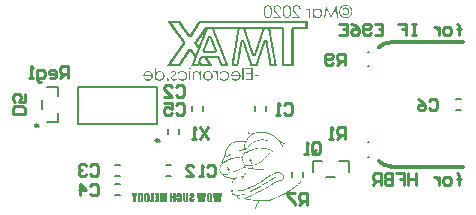
<source format=gbo>
%FSTAX23Y23*%
%MOIN*%
%SFA1B1*%

%IPPOS*%
%ADD10C,0.003940*%
%ADD12C,0.009840*%
%ADD13C,0.007870*%
%ADD14C,0.011810*%
%ADD15C,0.010000*%
%LNmidi_stick-1*%
%LPD*%
G36*
X04008Y03214D02*
X04008D01*
Y03213*
X04008*
Y03213*
Y03213*
Y03212*
Y03212*
Y03212*
Y03211*
Y03211*
Y03211*
Y0321*
Y0321*
Y0321*
Y03209*
Y03209*
Y03209*
Y03208*
Y03208*
Y03208*
Y03207*
Y03207*
Y03207*
Y03206*
Y03206*
Y03206*
Y03205*
Y03205*
Y03205*
Y03204*
Y03204*
Y03204*
Y03203*
Y03203*
Y03203*
Y03202*
Y03202*
Y03202*
Y03201*
Y03201*
Y03201*
Y032*
Y032*
Y032*
Y03199*
Y03199*
Y03199*
Y03198*
Y03198*
Y03198*
Y03197*
Y03197*
Y03197*
Y03196*
Y03196*
Y03196*
Y03195*
Y03195*
Y03195*
Y03194*
Y03194*
Y03194*
Y03193*
Y03193*
Y03193*
Y03192*
Y03192*
Y03192*
Y03191*
Y03191*
Y03191*
Y0319*
Y0319*
Y0319*
Y03189*
Y03189*
Y03189*
Y03188*
Y03188*
Y03188*
Y03187*
Y03187*
Y03187*
Y03186*
Y03186*
Y03186*
Y03185*
Y03185*
Y03185*
X03961*
Y03184*
Y03184*
Y03184*
Y03183*
Y03183*
Y03182*
Y03182*
Y03182*
Y03181*
Y03181*
Y03181*
Y0318*
Y0318*
Y0318*
Y03179*
Y03179*
Y03179*
Y03178*
Y03178*
Y03178*
Y03177*
Y03177*
Y03177*
Y03176*
Y03176*
Y03176*
Y03175*
Y03175*
Y03175*
Y03174*
Y03174*
Y03174*
Y03173*
Y03173*
Y03173*
Y03172*
Y03172*
Y03172*
Y03171*
Y03171*
Y03171*
Y0317*
Y0317*
Y0317*
Y03169*
Y03169*
Y03169*
Y03168*
Y03168*
Y03168*
Y03167*
Y03167*
Y03167*
Y03166*
Y03166*
Y03166*
Y03165*
Y03165*
Y03165*
Y03164*
Y03164*
Y03164*
Y03163*
Y03163*
Y03163*
Y03162*
Y03162*
Y03162*
Y03161*
Y03161*
Y03161*
Y0316*
Y0316*
Y0316*
Y03159*
Y03159*
Y03159*
Y03158*
Y03158*
Y03158*
Y03157*
Y03157*
Y03157*
Y03156*
Y03156*
Y03156*
Y03155*
Y03155*
Y03155*
Y03154*
Y03154*
Y03154*
Y03153*
Y03153*
Y03153*
Y03152*
Y03152*
Y03152*
Y03151*
Y03151*
Y03151*
Y0315*
Y0315*
Y0315*
Y03149*
Y03149*
Y03149*
Y03148*
Y03148*
Y03148*
Y03147*
Y03147*
Y03147*
Y03146*
Y03146*
Y03146*
Y03145*
Y03145*
Y03145*
Y03144*
Y03144*
Y03144*
Y03143*
Y03143*
Y03143*
Y03142*
Y03142*
Y03142*
Y03141*
Y03141*
Y03141*
Y0314*
Y0314*
Y0314*
Y03139*
Y03139*
Y03139*
Y03138*
Y03138*
Y03138*
Y03137*
Y03137*
Y03137*
Y03136*
Y03136*
Y03136*
Y03135*
Y03135*
Y03135*
Y03134*
Y03134*
Y03134*
Y03133*
Y03133*
Y03133*
Y03132*
Y03132*
Y03132*
Y03131*
Y03131*
Y03131*
Y0313*
Y0313*
Y0313*
Y03129*
Y03129*
Y03129*
Y03128*
Y03128*
Y03128*
Y03127*
Y03127*
Y03127*
Y03126*
Y03126*
Y03126*
Y03125*
Y03125*
Y03125*
Y03124*
Y03124*
Y03124*
Y03123*
Y03123*
Y03123*
Y03122*
Y03122*
Y03122*
Y03121*
Y03121*
Y03121*
Y0312*
Y0312*
Y0312*
Y03119*
Y03119*
Y03119*
Y03118*
Y03118*
Y03118*
Y03117*
Y03117*
Y03117*
Y03116*
Y03116*
Y03116*
Y03115*
Y03115*
Y03115*
Y03114*
Y03114*
Y03114*
Y03113*
Y03113*
Y03113*
Y03112*
Y03112*
Y03112*
Y03111*
Y03111*
Y03111*
Y0311*
Y0311*
Y0311*
Y03109*
Y03109*
Y03109*
Y03108*
Y03108*
Y03108*
Y03107*
Y03107*
Y03107*
Y03106*
Y03106*
Y03106*
Y03105*
Y03105*
Y03105*
Y03104*
Y03104*
Y03104*
Y03103*
Y03103*
Y03103*
Y03102*
Y03102*
Y03102*
Y03101*
Y03101*
Y03101*
Y031*
Y031*
Y031*
Y03099*
Y03099*
Y03099*
Y03098*
Y03098*
Y03098*
Y03097*
Y03097*
Y03097*
Y03096*
Y03096*
Y03096*
Y03095*
Y03095*
Y03095*
Y03094*
Y03094*
Y03094*
Y03093*
Y03093*
Y03093*
Y03092*
Y03092*
Y03092*
Y03091*
Y03091*
Y03091*
Y0309*
Y0309*
Y0309*
Y03089*
Y03089*
Y03089*
Y03088*
Y03088*
Y03088*
Y03087*
Y03087*
Y03087*
Y03086*
Y03086*
Y03086*
Y03085*
Y03085*
Y03085*
Y03084*
Y03084*
Y03084*
Y03083*
Y03083*
Y03083*
Y03082*
Y03082*
Y03082*
Y03081*
Y03081*
Y03081*
Y0308*
Y0308*
Y0308*
Y03079*
Y03079*
Y03079*
Y03078*
Y03078*
Y03078*
Y03077*
Y03077*
Y03077*
Y03076*
Y03076*
Y03076*
Y03075*
Y03075*
Y03074*
Y03074*
Y03074*
Y03073*
Y03073*
Y03073*
Y03072*
Y03072*
Y03072*
Y03071*
Y03071*
Y03071*
Y0307*
Y0307*
Y0307*
Y03069*
Y03069*
Y03069*
Y03068*
Y03068*
Y03068*
Y03067*
Y03067*
Y03067*
Y03066*
Y03066*
Y03066*
Y03065*
Y03065*
Y03065*
Y03064*
Y03064*
Y03064*
Y03063*
Y03063*
Y03063*
Y03062*
Y03062*
X03922*
Y03062*
Y03063*
Y03063*
Y03063*
Y03064*
Y03064*
Y03064*
Y03065*
Y03065*
Y03065*
Y03066*
Y03066*
Y03066*
Y03067*
Y03067*
Y03067*
Y03068*
Y03068*
Y03068*
Y03069*
Y03069*
Y03069*
Y0307*
Y0307*
Y0307*
Y03071*
Y03071*
Y03071*
Y03072*
Y03072*
Y03072*
Y03073*
Y03073*
Y03073*
Y03074*
Y03074*
Y03074*
Y03075*
Y03075*
Y03076*
Y03076*
Y03076*
Y03077*
Y03077*
Y03077*
Y03078*
Y03078*
Y03078*
Y03079*
Y03079*
Y03079*
Y0308*
Y0308*
Y0308*
Y03081*
Y03081*
Y03081*
Y03082*
Y03082*
Y03082*
Y03083*
Y03083*
Y03083*
Y03084*
Y03084*
Y03084*
Y03085*
Y03085*
Y03085*
Y03086*
Y03086*
Y03086*
Y03087*
Y03087*
Y03087*
Y03088*
Y03088*
Y03088*
Y03089*
Y03089*
Y03089*
Y0309*
Y0309*
Y0309*
Y03091*
Y03091*
Y03091*
Y03092*
Y03092*
Y03092*
Y03093*
Y03093*
Y03093*
Y03094*
Y03094*
Y03094*
Y03095*
Y03095*
Y03095*
Y03096*
Y03096*
Y03096*
Y03097*
Y03097*
Y03097*
Y03098*
Y03098*
Y03098*
Y03099*
Y03099*
Y03099*
Y031*
Y031*
Y031*
Y03101*
Y03101*
Y03101*
Y03102*
Y03102*
Y03102*
Y03103*
Y03103*
Y03103*
Y03104*
Y03104*
Y03104*
Y03105*
Y03105*
Y03105*
Y03106*
Y03106*
Y03106*
Y03107*
Y03107*
Y03107*
Y03108*
Y03108*
Y03108*
Y03109*
Y03109*
Y03109*
Y0311*
Y0311*
Y0311*
Y03111*
Y03111*
Y03111*
Y03112*
Y03112*
Y03112*
Y03113*
Y03113*
Y03113*
Y03114*
Y03114*
Y03114*
Y03115*
Y03115*
Y03115*
Y03116*
Y03116*
Y03116*
Y03117*
Y03117*
Y03117*
Y03118*
Y03118*
Y03118*
Y03119*
Y03119*
Y03119*
Y0312*
Y0312*
Y0312*
Y03121*
Y03121*
Y03121*
Y03122*
Y03122*
Y03122*
Y03123*
Y03123*
Y03123*
Y03124*
Y03124*
Y03124*
Y03125*
Y03125*
Y03125*
Y03126*
Y03126*
Y03126*
Y03127*
Y03127*
Y03127*
Y03128*
Y03128*
Y03128*
Y03129*
Y03129*
Y03129*
Y0313*
Y0313*
Y0313*
Y03131*
Y03131*
Y03131*
Y03132*
Y03132*
Y03132*
Y03133*
Y03133*
Y03133*
Y03134*
Y03134*
Y03134*
Y03135*
Y03135*
Y03135*
Y03136*
Y03136*
Y03136*
Y03137*
Y03137*
Y03137*
Y03138*
Y03138*
Y03138*
Y03139*
Y03139*
Y03139*
Y0314*
Y0314*
Y0314*
Y03141*
Y03141*
Y03141*
Y03142*
Y03142*
Y03142*
Y03143*
Y03143*
Y03143*
Y03144*
Y03144*
Y03144*
Y03145*
Y03145*
Y03145*
Y03146*
Y03146*
Y03146*
Y03147*
Y03147*
Y03147*
Y03148*
Y03148*
Y03148*
Y03149*
Y03149*
Y03149*
Y0315*
Y0315*
Y0315*
Y03151*
Y03151*
Y03151*
Y03152*
Y03152*
Y03152*
Y03153*
Y03153*
Y03153*
Y03154*
Y03154*
Y03154*
Y03155*
Y03155*
Y03155*
Y03156*
Y03156*
Y03156*
Y03157*
Y03157*
Y03157*
Y03158*
Y03158*
Y03158*
Y03159*
Y03159*
Y03159*
Y0316*
Y0316*
Y0316*
Y03161*
Y03161*
Y03161*
Y03162*
Y03162*
Y03162*
Y03163*
Y03163*
Y03163*
Y03164*
Y03164*
Y03164*
Y03165*
Y03165*
Y03165*
Y03166*
Y03166*
Y03166*
Y03167*
Y03167*
Y03167*
Y03168*
Y03168*
Y03168*
Y03169*
Y03169*
Y03169*
Y0317*
Y0317*
Y0317*
Y03171*
Y03171*
Y03171*
Y03172*
Y03172*
Y03172*
Y03173*
Y03173*
Y03173*
Y03174*
Y03174*
Y03174*
Y03175*
Y03175*
Y03175*
Y03176*
Y03176*
Y03176*
Y03177*
Y03177*
Y03177*
Y03178*
Y03178*
Y03178*
Y03179*
Y03179*
Y03179*
Y0318*
Y0318*
Y0318*
Y03181*
Y03181*
Y03181*
Y03182*
Y03182*
Y03182*
Y03183*
Y03183*
Y03184*
Y03184*
Y03184*
Y03185*
X03883*
Y03184*
Y03184*
Y03184*
Y03183*
Y03183*
Y03182*
X03884*
Y03182*
Y03182*
Y03181*
Y03181*
Y03181*
X03884*
Y0318*
Y0318*
Y0318*
Y03179*
Y03179*
Y03179*
X03884*
Y03178*
Y03178*
Y03178*
Y03177*
Y03177*
X03885*
Y03177*
Y03176*
Y03176*
Y03176*
Y03175*
Y03175*
X03885*
Y03175*
Y03174*
Y03174*
Y03174*
Y03173*
Y03173*
X03885*
Y03173*
Y03172*
Y03172*
Y03172*
Y03171*
X03886*
Y03171*
Y03171*
Y0317*
Y0317*
Y0317*
Y03169*
X03886*
Y03169*
Y03169*
Y03168*
Y03168*
Y03168*
Y03167*
Y03167*
X03886*
Y03167*
Y03166*
Y03166*
Y03166*
Y03165*
X03887*
Y03165*
Y03165*
Y03164*
Y03164*
Y03164*
X03887*
Y03163*
Y03163*
Y03163*
Y03162*
Y03162*
X03887*
Y03162*
Y03161*
Y03161*
Y03161*
Y0316*
Y0316*
Y0316*
X03888*
Y03159*
Y03159*
Y03159*
Y03158*
Y03158*
X03888*
Y03158*
Y03157*
Y03157*
Y03157*
Y03156*
Y03156*
Y03156*
X03888*
Y03155*
Y03155*
Y03155*
Y03154*
X03889*
Y03154*
Y03154*
Y03153*
Y03153*
Y03153*
X03889*
Y03152*
Y03152*
Y03152*
Y03151*
Y03151*
Y03151*
X03889*
Y0315*
Y0315*
Y0315*
Y03149*
Y03149*
Y03149*
Y03148*
X0389*
Y03148*
Y03148*
Y03147*
Y03147*
X0389*
Y03147*
Y03146*
Y03146*
Y03146*
Y03145*
Y03145*
X0389*
Y03145*
Y03144*
Y03144*
Y03144*
Y03143*
X03891*
Y03143*
Y03143*
Y03142*
Y03142*
Y03142*
Y03141*
Y03141*
Y03141*
X03891*
Y0314*
Y0314*
Y0314*
Y03139*
X03891*
Y03139*
Y03139*
Y03138*
Y03138*
Y03138*
X03892*
Y03137*
Y03137*
Y03137*
Y03136*
Y03136*
Y03136*
X03892*
Y03135*
Y03135*
Y03135*
Y03134*
Y03134*
X03892*
Y03134*
Y03133*
Y03133*
Y03133*
Y03132*
Y03132*
X03893*
Y03132*
Y03131*
Y03131*
Y03131*
Y0313*
Y0313*
X03893*
Y0313*
Y03129*
Y03129*
Y03129*
Y03128*
X03893*
Y03128*
Y03128*
Y03127*
Y03127*
Y03127*
Y03126*
X03894*
Y03126*
Y03126*
Y03125*
Y03125*
Y03125*
Y03124*
X03894*
Y03124*
Y03124*
Y03123*
Y03123*
Y03123*
Y03122*
X03894*
Y03122*
Y03122*
Y03121*
Y03121*
Y03121*
X03895*
Y0312*
Y0312*
Y0312*
Y03119*
Y03119*
X03895*
Y03119*
Y03118*
Y03118*
Y03118*
Y03117*
Y03117*
X03895*
Y03117*
Y03116*
Y03116*
Y03116*
Y03115*
Y03115*
X03896*
Y03115*
Y03114*
Y03114*
Y03114*
Y03113*
Y03113*
X03896*
Y03113*
Y03112*
Y03112*
Y03112*
Y03111*
Y03111*
Y03111*
X03896*
Y0311*
Y0311*
Y0311*
X03897*
Y03109*
Y03109*
Y03109*
Y03108*
Y03108*
Y03108*
X03897*
Y03107*
Y03107*
Y03107*
Y03106*
Y03106*
Y03106*
X03897*
Y03105*
Y03105*
Y03105*
Y03104*
Y03104*
X03898*
Y03104*
Y03103*
Y03103*
Y03103*
Y03102*
Y03102*
Y03102*
X03898*
Y03101*
Y03101*
Y03101*
Y031*
X03898*
Y031*
Y031*
Y03099*
Y03099*
Y03099*
Y03098*
Y03098*
X03899*
Y03098*
Y03097*
Y03097*
Y03097*
Y03096*
Y03096*
X03899*
Y03096*
Y03095*
Y03095*
Y03095*
X03899*
Y03094*
Y03094*
Y03094*
Y03093*
Y03093*
Y03093*
X039*
Y03092*
Y03092*
Y03092*
Y03091*
Y03091*
X039*
Y03091*
Y0309*
Y0309*
Y0309*
Y03089*
Y03089*
X039*
Y03089*
Y03088*
Y03088*
Y03088*
Y03087*
Y03087*
X03901*
Y03087*
Y03086*
Y03086*
Y03086*
Y03085*
Y03085*
Y03085*
X03901*
Y03084*
Y03084*
Y03084*
Y03083*
X03901*
Y03083*
Y03083*
Y03082*
Y03082*
Y03082*
Y03081*
X03902*
Y03081*
Y03081*
Y0308*
Y0308*
Y0308*
X03902*
Y03079*
Y03079*
Y03079*
Y03078*
Y03078*
Y03078*
X03902*
Y03077*
Y03077*
Y03077*
Y03076*
Y03076*
Y03076*
X03903*
Y03075*
Y03075*
Y03074*
Y03074*
Y03074*
X03903*
Y03073*
Y03073*
Y03073*
Y03072*
Y03072*
X03903*
Y03072*
Y03071*
Y03071*
Y03071*
Y0307*
Y0307*
Y0307*
Y03069*
X03904*
Y03069*
Y03069*
Y03068*
Y03068*
X03904*
Y03068*
Y03067*
Y03067*
Y03067*
Y03066*
X03904*
Y03066*
Y03066*
Y03065*
Y03065*
Y03065*
Y03064*
X03905*
Y03064*
Y03064*
Y03063*
Y03063*
Y03063*
Y03062*
Y03062*
X03881*
Y03062*
Y03063*
Y03063*
Y03063*
X03881*
Y03064*
Y03064*
Y03064*
Y03065*
Y03065*
Y03065*
X03881*
Y03066*
Y03066*
Y03066*
Y03067*
Y03067*
X0388*
Y03067*
Y03068*
Y03068*
Y03068*
Y03069*
Y03069*
X0388*
Y03069*
Y0307*
Y0307*
Y0307*
Y03071*
Y03071*
Y03071*
X0388*
Y03072*
Y03072*
Y03072*
Y03073*
X03879*
Y03073*
Y03073*
Y03074*
Y03074*
Y03074*
Y03075*
X03879*
Y03075*
Y03076*
Y03076*
Y03076*
Y03077*
Y03077*
Y03077*
X03879*
Y03078*
Y03078*
Y03078*
Y03079*
X03878*
Y03079*
Y03079*
Y0308*
Y0308*
Y0308*
Y03081*
X03878*
Y03081*
Y03081*
Y03082*
Y03082*
Y03082*
X03878*
Y03083*
Y03083*
Y03083*
Y03084*
Y03084*
Y03084*
Y03085*
X03877*
Y03085*
Y03085*
Y03086*
Y03086*
X03877*
Y03086*
Y03087*
Y03087*
Y03087*
Y03088*
Y03088*
X03877*
Y03088*
Y03089*
Y03089*
Y03089*
Y0309*
Y0309*
X03876*
Y0309*
Y03091*
Y03091*
Y03091*
Y03092*
X03876*
Y03092*
Y03092*
Y03093*
Y03093*
Y03093*
Y03094*
X03876*
Y03094*
Y03094*
Y03095*
Y03095*
Y03095*
X03875*
Y03096*
Y03096*
Y03096*
Y03097*
Y03097*
Y03097*
Y03098*
Y03098*
X03875*
Y03098*
Y03099*
Y03099*
X03875*
Y03099*
Y031*
Y031*
Y031*
Y03101*
Y03101*
X03874*
Y03101*
Y03102*
Y03102*
Y03102*
Y03103*
Y03103*
Y03103*
Y03104*
X03874*
Y03104*
Y03104*
Y03105*
Y03105*
X03874*
Y03105*
Y03106*
Y03106*
Y03106*
Y03107*
X03873*
Y03107*
Y03107*
Y03108*
Y03108*
Y03108*
Y03109*
X03873*
Y03109*
Y03109*
Y0311*
Y0311*
Y0311*
Y03111*
Y03111*
X03873*
Y03111*
Y03112*
Y03112*
Y03112*
X03872*
Y03113*
Y03113*
Y03113*
Y03114*
Y03114*
Y03114*
X03872*
Y03115*
Y03115*
Y03115*
Y03116*
Y03116*
Y03116*
X03872*
Y03117*
Y03117*
Y03117*
Y03118*
Y03118*
X03871*
Y03118*
Y03119*
Y03119*
Y03119*
Y0312*
Y0312*
Y0312*
X03871*
Y03121*
Y03121*
Y03121*
Y03122*
X03871*
Y03122*
Y03122*
Y03123*
Y03123*
Y03123*
Y03124*
X0387*
Y03124*
Y03124*
Y03125*
Y03125*
Y03125*
X0387*
Y03126*
Y03126*
Y03126*
Y03127*
Y03127*
Y03127*
X0387*
Y03128*
Y03128*
Y03128*
Y03129*
Y03129*
Y03129*
X03869*
Y0313*
Y0313*
Y0313*
Y03131*
Y03131*
X03869*
Y03131*
Y03132*
Y03132*
Y03132*
Y03133*
Y03133*
Y03133*
X03869*
Y03134*
Y03134*
Y03134*
Y03135*
X03868*
Y03135*
Y03135*
Y03136*
Y03136*
Y03136*
Y03137*
X03868*
Y03137*
Y03137*
Y03138*
Y03138*
Y03138*
X03868*
Y03139*
Y03139*
Y03139*
Y0314*
Y0314*
Y0314*
X03867*
Y03141*
Y03141*
Y03141*
Y03142*
Y03142*
Y03142*
Y03143*
X03866*
Y03142*
Y03142*
X03866*
Y03142*
Y03141*
X03866*
Y03141*
Y03141*
Y0314*
Y0314*
Y0314*
X03865*
Y03139*
Y03139*
Y03139*
X03865*
Y03138*
Y03138*
X03865*
Y03138*
Y03137*
Y03137*
Y03137*
X03864*
Y03136*
Y03136*
X03864*
Y03136*
Y03135*
Y03135*
X03864*
Y03135*
Y03134*
Y03134*
Y03134*
X03863*
Y03133*
Y03133*
X03863*
Y03133*
Y03132*
Y03132*
Y03132*
X03863*
Y03131*
Y03131*
X03862*
Y03131*
Y0313*
Y0313*
X03862*
Y0313*
Y03129*
Y03129*
Y03129*
X03862*
Y03128*
Y03128*
Y03128*
X03861*
Y03127*
Y03127*
X03861*
Y03127*
Y03126*
Y03126*
X03861*
Y03126*
Y03125*
Y03125*
X0386*
Y03125*
Y03124*
Y03124*
Y03124*
X0386*
Y03123*
Y03123*
X0386*
Y03123*
Y03122*
Y03122*
Y03122*
X03859*
Y03121*
Y03121*
Y03121*
X03859*
Y0312*
Y0312*
X03859*
Y0312*
Y03119*
Y03119*
X03858*
Y03119*
Y03118*
Y03118*
Y03118*
X03858*
Y03117*
Y03117*
Y03117*
X03858*
Y03116*
Y03116*
Y03116*
X03857*
Y03115*
Y03115*
Y03115*
X03857*
Y03114*
Y03114*
Y03114*
X03857*
Y03113*
Y03113*
Y03113*
X03856*
Y03112*
Y03112*
X03856*
Y03112*
Y03111*
Y03111*
X03856*
Y03111*
Y0311*
Y0311*
Y0311*
X03855*
Y03109*
Y03109*
Y03109*
X03855*
Y03108*
X03855*
Y03108*
Y03108*
Y03107*
X03854*
Y03107*
Y03107*
Y03106*
Y03106*
X03854*
Y03106*
Y03105*
Y03105*
Y03105*
X03854*
Y03104*
X03853*
Y03104*
Y03104*
Y03103*
Y03103*
Y03103*
X03853*
Y03102*
Y03102*
Y03102*
X03853*
Y03101*
Y03101*
Y03101*
X03852*
Y031*
Y031*
Y031*
X03852*
Y03099*
Y03099*
Y03099*
X03852*
Y03098*
Y03098*
X03851*
Y03098*
Y03097*
Y03097*
Y03097*
X03851*
Y03096*
Y03096*
Y03096*
X03851*
Y03095*
Y03095*
Y03095*
X0385*
Y03094*
Y03094*
Y03094*
X0385*
Y03093*
Y03093*
Y03093*
X0385*
Y03092*
Y03092*
Y03092*
X03849*
Y03091*
Y03091*
X03849*
Y03091*
Y0309*
Y0309*
Y0309*
X03849*
Y03089*
Y03089*
Y03089*
X03848*
Y03088*
Y03088*
Y03088*
X03848*
Y03087*
Y03087*
Y03087*
X03848*
Y03086*
Y03086*
Y03086*
X03847*
Y03085*
Y03085*
Y03085*
X03847*
Y03084*
Y03084*
Y03084*
X03847*
Y03083*
Y03083*
Y03083*
X03846*
Y03082*
Y03082*
Y03082*
X03846*
Y03081*
Y03081*
Y03081*
X03846*
Y0308*
Y0308*
Y0308*
X03845*
Y03079*
Y03079*
Y03079*
X03845*
Y03078*
Y03078*
Y03078*
X03845*
Y03077*
Y03077*
X03844*
Y03077*
Y03076*
Y03076*
Y03076*
X03844*
Y03075*
Y03075*
X03844*
Y03074*
Y03074*
Y03074*
Y03073*
X03843*
Y03073*
Y03073*
Y03072*
X03843*
Y03072*
X03843*
Y03072*
Y03071*
Y03071*
Y03071*
X03842*
Y0307*
Y0307*
Y0307*
Y03069*
X03842*
Y03069*
Y03069*
Y03068*
X03842*
Y03068*
Y03068*
Y03067*
X03841*
Y03067*
Y03067*
Y03066*
X03841*
Y03066*
Y03066*
X03841*
Y03065*
Y03065*
Y03065*
Y03064*
X0384*
Y03064*
Y03064*
Y03063*
X0384*
Y03063*
Y03063*
Y03062*
X0384*
Y03062*
X03818*
Y03062*
Y03063*
Y03063*
X03817*
Y03063*
Y03064*
X03817*
Y03064*
Y03064*
Y03065*
X03817*
Y03065*
Y03065*
Y03066*
Y03066*
X03816*
Y03066*
Y03067*
X03816*
Y03067*
Y03067*
Y03068*
Y03068*
X03816*
Y03068*
Y03069*
X03815*
Y03069*
Y03069*
Y0307*
X03815*
Y0307*
Y0307*
Y03071*
Y03071*
X03815*
Y03071*
Y03072*
X03814*
Y03072*
Y03072*
Y03073*
X03814*
Y03073*
Y03073*
Y03074*
X03814*
Y03074*
Y03074*
Y03075*
X03813*
Y03075*
Y03076*
Y03076*
X03813*
Y03076*
Y03077*
Y03077*
X03813*
Y03077*
Y03078*
Y03078*
X03812*
Y03078*
Y03079*
Y03079*
Y03079*
X03812*
Y0308*
Y0308*
X03812*
Y0308*
Y03081*
Y03081*
X03811*
Y03081*
Y03082*
Y03082*
X03811*
Y03082*
Y03083*
Y03083*
X03811*
Y03083*
Y03084*
Y03084*
X0381*
Y03084*
Y03085*
Y03085*
X0381*
Y03085*
Y03086*
Y03086*
X0381*
Y03086*
Y03087*
Y03087*
X03809*
Y03087*
Y03088*
Y03088*
X03809*
Y03088*
Y03089*
Y03089*
X03809*
Y03089*
Y0309*
Y0309*
X03808*
Y0309*
Y03091*
Y03091*
X03808*
Y03091*
Y03092*
Y03092*
X03808*
Y03092*
Y03093*
Y03093*
X03807*
Y03093*
Y03094*
Y03094*
X03807*
Y03094*
Y03095*
Y03095*
Y03095*
X03807*
Y03096*
Y03096*
X03806*
Y03096*
Y03097*
Y03097*
X03806*
Y03097*
Y03098*
Y03098*
X03806*
Y03098*
Y03099*
Y03099*
X03805*
Y03099*
Y031*
Y031*
X03805*
Y031*
Y03101*
Y03101*
X03805*
Y03101*
Y03102*
Y03102*
X03804*
Y03102*
Y03103*
Y03103*
Y03103*
X03804*
Y03104*
Y03104*
X03804*
Y03104*
Y03105*
Y03105*
X03803*
Y03105*
Y03106*
Y03106*
Y03106*
X03803*
Y03107*
Y03107*
X03803*
Y03107*
Y03108*
Y03108*
X03802*
Y03108*
Y03109*
Y03109*
Y03109*
X03802*
Y0311*
Y0311*
X03802*
Y0311*
Y03111*
Y03111*
X03801*
Y03111*
Y03112*
Y03112*
X03801*
Y03112*
Y03113*
Y03113*
Y03113*
X03801*
Y03114*
Y03114*
X038*
Y03114*
Y03115*
Y03115*
X038*
Y03115*
Y03116*
Y03116*
X038*
Y03116*
Y03117*
Y03117*
Y03117*
X03799*
Y03118*
Y03118*
X03799*
Y03118*
Y03119*
Y03119*
Y03119*
X03799*
Y0312*
Y0312*
X03798*
Y0312*
Y03121*
Y03121*
Y03121*
X03798*
Y03122*
Y03122*
X03798*
Y03122*
Y03123*
Y03123*
X03797*
Y03123*
Y03124*
X03797*
Y03124*
Y03124*
Y03125*
Y03125*
X03797*
Y03125*
Y03126*
Y03126*
X03796*
Y03126*
Y03127*
Y03127*
Y03127*
X03796*
Y03128*
Y03128*
X03796*
Y03128*
Y03129*
Y03129*
X03795*
Y03129*
Y0313*
Y0313*
X03795*
Y0313*
Y03131*
Y03131*
X03795*
Y03131*
Y03132*
X03794*
Y03132*
Y03132*
Y03133*
Y03133*
X03794*
Y03133*
Y03134*
Y03134*
X03794*
Y03134*
Y03135*
Y03135*
X03793*
Y03135*
Y03136*
Y03136*
X03793*
Y03136*
Y03137*
Y03137*
X03793*
Y03137*
Y03138*
X03792*
Y03138*
Y03138*
Y03139*
X03792*
Y03139*
Y03139*
Y0314*
Y0314*
Y0314*
X03792*
Y03141*
X03791*
Y03141*
Y03141*
Y03142*
X03791*
Y03142*
X0379*
Y03142*
Y03141*
Y03141*
Y03141*
Y0314*
Y0314*
X0379*
Y0314*
Y03139*
Y03139*
Y03139*
X03789*
Y03138*
Y03138*
Y03138*
Y03137*
Y03137*
Y03137*
Y03136*
X03789*
Y03136*
Y03136*
Y03135*
Y03135*
Y03135*
Y03134*
X03789*
Y03134*
Y03134*
Y03133*
Y03133*
Y03133*
Y03132*
X03788*
Y03132*
Y03132*
Y03131*
Y03131*
Y03131*
Y0313*
X03788*
Y0313*
Y0313*
Y03129*
Y03129*
Y03129*
X03788*
Y03128*
Y03128*
Y03128*
Y03127*
Y03127*
X03787*
Y03127*
Y03126*
Y03126*
Y03126*
Y03125*
Y03125*
Y03125*
X03787*
Y03124*
Y03124*
Y03124*
Y03123*
Y03123*
Y03123*
X03787*
Y03122*
Y03122*
Y03122*
Y03121*
Y03121*
Y03121*
X03786*
Y0312*
Y0312*
Y0312*
Y03119*
Y03119*
Y03119*
X03786*
Y03118*
Y03118*
Y03118*
Y03117*
X03786*
Y03117*
Y03117*
Y03116*
Y03116*
Y03116*
Y03115*
Y03115*
Y03115*
X03785*
Y03114*
Y03114*
Y03114*
Y03113*
Y03113*
Y03113*
X03785*
Y03112*
Y03112*
Y03112*
Y03111*
Y03111*
X03785*
Y03111*
Y0311*
Y0311*
Y0311*
Y03109*
Y03109*
X03784*
Y03109*
Y03108*
Y03108*
Y03108*
Y03107*
Y03107*
X03784*
Y03107*
Y03106*
Y03106*
Y03106*
Y03105*
Y03105*
X03784*
Y03105*
Y03104*
Y03104*
Y03104*
Y03103*
Y03103*
X03783*
Y03103*
Y03102*
Y03102*
Y03102*
X03783*
Y03101*
Y03101*
Y03101*
Y031*
Y031*
Y031*
Y03099*
Y03099*
X03783*
Y03099*
Y03098*
Y03098*
Y03098*
X03782*
Y03097*
Y03097*
Y03097*
Y03096*
Y03096*
Y03096*
X03782*
Y03095*
Y03095*
Y03095*
Y03094*
Y03094*
Y03094*
Y03093*
X03782*
Y03093*
Y03093*
Y03092*
Y03092*
Y03092*
Y03091*
X03781*
Y03091*
Y03091*
Y0309*
Y0309*
Y0309*
Y03089*
X03781*
Y03089*
Y03089*
Y03088*
Y03088*
X03781*
Y03088*
Y03087*
Y03087*
Y03087*
Y03086*
Y03086*
Y03086*
X0378*
Y03085*
Y03085*
Y03085*
Y03084*
Y03084*
Y03084*
Y03083*
X0378*
Y03083*
Y03083*
Y03082*
Y03082*
Y03082*
Y03081*
X0378*
Y03081*
Y03081*
Y0308*
Y0308*
Y0308*
Y03079*
X03779*
Y03079*
Y03079*
Y03078*
Y03078*
Y03078*
X03779*
Y03077*
Y03077*
Y03077*
Y03076*
Y03076*
Y03076*
X03779*
Y03075*
Y03075*
Y03074*
Y03074*
Y03074*
Y03073*
X03778*
Y03073*
Y03073*
Y03072*
Y03072*
Y03072*
Y03071*
X03778*
Y03071*
Y03071*
Y0307*
Y0307*
Y0307*
Y03069*
X03778*
Y03069*
Y03069*
Y03068*
Y03068*
X03777*
Y03068*
Y03067*
Y03067*
Y03067*
Y03066*
Y03066*
Y03066*
X03777*
Y03065*
Y03065*
Y03065*
Y03064*
Y03064*
Y03064*
X03777*
Y03063*
Y03063*
Y03063*
Y03062*
Y03062*
X03753*
Y03062*
Y03063*
Y03063*
Y03063*
Y03064*
Y03064*
Y03064*
X03754*
Y03065*
Y03065*
Y03065*
Y03066*
Y03066*
Y03066*
X03754*
Y03067*
Y03067*
Y03067*
Y03068*
X03754*
Y03068*
Y03068*
Y03069*
Y03069*
Y03069*
Y0307*
Y0307*
Y0307*
X03755*
Y03071*
Y03071*
Y03071*
Y03072*
X03755*
Y03072*
Y03072*
Y03073*
Y03073*
Y03073*
Y03074*
Y03074*
X03755*
Y03074*
Y03075*
Y03075*
Y03076*
Y03076*
Y03076*
Y03077*
X03756*
Y03077*
Y03077*
Y03078*
Y03078*
X03756*
Y03078*
Y03079*
Y03079*
Y03079*
Y0308*
Y0308*
Y0308*
X03756*
Y03081*
Y03081*
Y03081*
Y03082*
Y03082*
Y03082*
X03757*
Y03083*
Y03083*
Y03083*
Y03084*
Y03084*
X03757*
Y03084*
Y03085*
Y03085*
Y03085*
Y03086*
X03757*
Y03086*
Y03086*
Y03087*
Y03087*
Y03087*
Y03088*
X03758*
Y03088*
Y03088*
Y03089*
Y03089*
Y03089*
Y0309*
Y0309*
Y0309*
X03758*
Y03091*
Y03091*
Y03091*
Y03092*
Y03092*
X03758*
Y03092*
Y03093*
Y03093*
Y03093*
Y03094*
Y03094*
X03759*
Y03094*
Y03095*
Y03095*
Y03095*
Y03096*
X03759*
Y03096*
Y03096*
Y03097*
Y03097*
Y03097*
Y03098*
Y03098*
X03759*
Y03098*
Y03099*
Y03099*
Y03099*
Y031*
Y031*
X0376*
Y031*
Y03101*
Y03101*
Y03101*
Y03102*
X0376*
Y03102*
Y03102*
Y03103*
Y03103*
Y03103*
Y03104*
Y03104*
X0376*
Y03104*
Y03105*
Y03105*
Y03105*
Y03106*
Y03106*
X03761*
Y03106*
Y03107*
Y03107*
Y03107*
Y03108*
X03761*
Y03108*
Y03108*
Y03109*
Y03109*
Y03109*
Y0311*
X03761*
Y0311*
Y0311*
Y03111*
Y03111*
Y03111*
Y03112*
X03762*
Y03112*
Y03112*
Y03113*
Y03113*
Y03113*
Y03114*
X03762*
Y03114*
Y03114*
Y03115*
Y03115*
Y03115*
Y03116*
X03762*
Y03116*
Y03116*
Y03117*
Y03117*
X03763*
Y03117*
Y03118*
Y03118*
Y03118*
Y03119*
Y03119*
Y03119*
Y0312*
X03763*
Y0312*
Y0312*
Y03121*
Y03121*
Y03121*
Y03122*
X03763*
Y03122*
Y03122*
Y03123*
Y03123*
Y03123*
X03764*
Y03124*
Y03124*
Y03124*
Y03125*
X03764*
Y03125*
Y03125*
Y03126*
Y03126*
Y03126*
Y03127*
X03764*
Y03127*
Y03127*
Y03128*
Y03128*
Y03128*
Y03129*
Y03129*
Y03129*
X03765*
Y0313*
Y0313*
Y0313*
Y03131*
Y03131*
X03765*
Y03131*
Y03132*
Y03132*
Y03132*
Y03133*
Y03133*
Y03133*
X03765*
Y03134*
Y03134*
Y03134*
Y03135*
Y03135*
Y03135*
X03766*
Y03136*
Y03136*
Y03136*
Y03137*
Y03137*
X03766*
Y03137*
Y03138*
Y03138*
Y03138*
Y03139*
Y03139*
X03766*
Y03139*
Y0314*
Y0314*
Y0314*
Y03141*
Y03141*
X03767*
Y03141*
Y03142*
Y03142*
Y03142*
Y03143*
Y03143*
X03767*
Y03143*
Y03144*
Y03144*
Y03144*
X03767*
Y03145*
Y03145*
Y03145*
Y03146*
Y03146*
Y03146*
Y03147*
Y03147*
X03768*
Y03147*
Y03148*
Y03148*
Y03148*
X03768*
Y03149*
Y03149*
Y03149*
Y0315*
Y0315*
Y0315*
X03768*
Y03151*
Y03151*
Y03151*
Y03152*
Y03152*
Y03152*
Y03153*
X03769*
Y03153*
Y03153*
Y03154*
Y03154*
X03769*
Y03154*
Y03155*
Y03155*
Y03155*
Y03156*
Y03156*
Y03156*
Y03157*
X03769*
Y03157*
Y03157*
Y03158*
Y03158*
Y03158*
X0377*
Y03159*
Y03159*
Y03159*
Y0316*
Y0316*
X0377*
Y0316*
Y03161*
Y03161*
Y03161*
Y03162*
Y03162*
Y03162*
Y03163*
X0377*
Y03163*
Y03163*
Y03164*
Y03164*
Y03164*
Y03165*
X03771*
Y03165*
Y03165*
Y03166*
Y03166*
Y03166*
X03771*
Y03167*
Y03167*
Y03167*
Y03168*
Y03168*
X03771*
Y03168*
Y03169*
Y03169*
Y03169*
Y0317*
Y0317*
Y0317*
X03772*
Y03171*
Y03171*
Y03171*
Y03172*
Y03172*
Y03172*
X03772*
Y03173*
Y03173*
Y03173*
Y03174*
Y03174*
Y03174*
X03772*
Y03175*
Y03175*
Y03175*
Y03176*
Y03176*
Y03176*
X03773*
Y03177*
Y03177*
Y03177*
Y03178*
X03773*
Y03178*
Y03178*
Y03179*
Y03179*
Y03179*
Y0318*
Y0318*
Y0318*
X03773*
Y03181*
Y03181*
Y03181*
Y03182*
X03774*
Y03182*
Y03182*
Y03183*
Y03183*
Y03184*
Y03184*
Y03184*
Y03185*
X03697*
Y03184*
Y03184*
X03697*
Y03184*
Y03183*
Y03183*
X03697*
Y03182*
Y03182*
Y03182*
X03698*
Y03181*
Y03181*
X03698*
Y03181*
Y0318*
Y0318*
X03698*
Y0318*
Y03179*
X03699*
Y03179*
Y03179*
Y03178*
X03699*
Y03178*
Y03178*
X03699*
Y03177*
Y03177*
Y03177*
X037*
Y03176*
Y03176*
Y03176*
X037*
Y03175*
Y03175*
X037*
Y03175*
Y03174*
Y03174*
X03701*
Y03174*
Y03173*
Y03173*
X03701*
Y03173*
Y03172*
Y03172*
X03701*
Y03172*
X03702*
Y03171*
Y03171*
Y03171*
X03702*
Y0317*
Y0317*
Y0317*
Y03169*
X03702*
Y03169*
Y03169*
X03703*
Y03168*
Y03168*
X03703*
Y03168*
Y03167*
Y03167*
Y03167*
X03703*
Y03166*
X03704*
Y03166*
Y03166*
Y03165*
X03704*
Y03165*
Y03165*
X03704*
Y03164*
Y03164*
Y03164*
Y03163*
X03705*
Y03163*
X03705*
Y03163*
Y03162*
Y03162*
X03705*
Y03162*
Y03161*
Y03161*
X03706*
Y03161*
Y0316*
Y0316*
X03706*
Y0316*
Y03159*
X03706*
Y03159*
Y03159*
X03707*
Y03158*
Y03158*
Y03158*
X03707*
Y03157*
Y03157*
Y03157*
X03707*
Y03156*
Y03156*
X03708*
Y03156*
Y03155*
Y03155*
X03708*
Y03155*
Y03154*
Y03154*
X03708*
Y03154*
Y03153*
Y03153*
X03709*
Y03153*
Y03152*
X03709*
Y03152*
Y03152*
X03709*
Y03151*
Y03151*
Y03151*
X0371*
Y0315*
Y0315*
X0371*
Y0315*
Y03149*
Y03149*
X0371*
Y03149*
Y03148*
X03711*
Y03148*
Y03148*
Y03147*
X03711*
Y03147*
Y03147*
Y03146*
X03711*
Y03146*
Y03146*
X03712*
Y03145*
Y03145*
Y03145*
X03712*
Y03144*
Y03144*
X03712*
Y03144*
Y03143*
Y03143*
Y03143*
X03713*
Y03142*
X03713*
Y03142*
Y03142*
Y03141*
X03713*
Y03141*
Y03141*
Y0314*
X03714*
Y0314*
Y0314*
X03714*
Y03139*
Y03139*
Y03139*
X03714*
Y03138*
Y03138*
Y03138*
X03715*
Y03137*
Y03137*
Y03137*
Y03136*
X03715*
Y03136*
Y03136*
X03716*
Y03135*
Y03135*
X03716*
Y03135*
Y03134*
X03716*
Y03134*
Y03134*
X03717*
Y03133*
Y03133*
Y03133*
Y03132*
X03717*
Y03132*
X03717*
Y03132*
Y03131*
Y03131*
Y03131*
X03718*
Y0313*
Y0313*
X03718*
Y0313*
Y03129*
X03718*
Y03129*
Y03129*
Y03128*
X03719*
Y03128*
Y03128*
X03719*
Y03127*
Y03127*
Y03127*
X03719*
Y03126*
Y03126*
Y03126*
X0372*
Y03125*
Y03125*
X0372*
Y03125*
Y03124*
Y03124*
X0372*
Y03124*
Y03123*
X03721*
Y03123*
Y03123*
Y03122*
X03721*
Y03122*
Y03122*
X03721*
Y03121*
Y03121*
Y03121*
X03722*
Y0312*
Y0312*
Y0312*
X03722*
Y03119*
Y03119*
X03722*
Y03119*
Y03118*
Y03118*
X03723*
Y03118*
Y03117*
X03723*
Y03117*
Y03117*
Y03116*
X03723*
Y03116*
Y03116*
Y03115*
X03724*
Y03115*
Y03115*
X03724*
Y03114*
Y03114*
Y03114*
X03724*
Y03113*
Y03113*
X03725*
Y03113*
Y03112*
Y03112*
X03725*
Y03112*
Y03111*
Y03111*
X03725*
Y03111*
Y0311*
X03726*
Y0311*
Y0311*
Y03109*
Y03109*
X03726*
Y03109*
Y03108*
Y03108*
X03726*
Y03108*
X03727*
Y03107*
Y03107*
X03727*
Y03107*
Y03106*
Y03106*
Y03106*
X03727*
Y03105*
Y03105*
Y03105*
X03728*
Y03104*
Y03104*
X03728*
Y03104*
Y03103*
X03728*
Y03103*
Y03103*
Y03102*
X03729*
Y03102*
Y03102*
X03729*
Y03101*
Y03101*
Y03101*
X03729*
Y031*
Y031*
Y031*
X0373*
Y03099*
Y03099*
X0373*
Y03099*
Y03098*
X0373*
Y03098*
Y03098*
Y03097*
X03731*
Y03097*
Y03097*
X03731*
Y03096*
Y03096*
Y03096*
X03731*
Y03095*
Y03095*
Y03095*
Y03094*
X03732*
Y03094*
X03732*
Y03094*
Y03093*
Y03093*
X03732*
Y03093*
Y03092*
X03733*
Y03092*
Y03092*
Y03091*
X03733*
Y03091*
Y03091*
Y0309*
X03733*
Y0309*
Y0309*
X03734*
Y03089*
Y03089*
Y03089*
X03734*
Y03088*
Y03088*
Y03088*
X03734*
Y03087*
Y03087*
X03735*
Y03087*
Y03086*
Y03086*
X03735*
Y03086*
Y03085*
X03735*
Y03085*
Y03085*
Y03084*
X03736*
Y03084*
Y03084*
X03736*
Y03083*
Y03083*
Y03083*
Y03082*
X03736*
Y03082*
Y03082*
Y03081*
X03737*
Y03081*
X03737*
Y03081*
Y0308*
Y0308*
X03737*
Y0308*
Y03079*
X03738*
Y03079*
Y03079*
Y03078*
X03738*
Y03078*
Y03078*
X03738*
Y03077*
Y03077*
Y03077*
X03739*
Y03076*
Y03076*
X03739*
Y03076*
Y03075*
Y03075*
X03739*
Y03074*
Y03074*
X0374*
Y03074*
Y03073*
Y03073*
X0374*
Y03073*
Y03072*
Y03072*
X0374*
Y03072*
Y03071*
Y03071*
X03741*
Y03071*
Y0307*
X03741*
Y0307*
Y0307*
Y03069*
X03741*
Y03069*
Y03069*
X03742*
Y03068*
Y03068*
Y03068*
X03742*
Y03067*
Y03067*
Y03067*
X03742*
Y03066*
Y03066*
X03743*
Y03066*
Y03065*
X03743*
Y03065*
Y03065*
Y03064*
X03743*
Y03064*
Y03064*
Y03063*
X03744*
Y03063*
Y03063*
X03744*
Y03062*
Y03062*
X03719*
Y03062*
Y03063*
X03718*
Y03063*
Y03063*
Y03064*
X03718*
Y03064*
Y03064*
X03718*
Y03065*
Y03065*
Y03065*
X03717*
Y03066*
Y03066*
X03717*
Y03066*
Y03067*
Y03067*
X03717*
Y03067*
Y03068*
X03716*
Y03068*
Y03068*
Y03069*
X03716*
Y03069*
Y03069*
Y0307*
X03716*
Y0307*
Y0307*
X03715*
Y03071*
Y03071*
X03715*
Y03071*
Y03072*
Y03072*
X03714*
Y03072*
Y03073*
Y03073*
Y03073*
X03714*
Y03074*
X03714*
Y03074*
Y03074*
X03713*
Y03075*
Y03075*
Y03076*
Y03076*
Y03076*
X03713*
Y03077*
X03713*
Y03077*
Y03077*
X03712*
Y03078*
Y03078*
Y03078*
X03712*
Y03079*
Y03079*
X03712*
Y03079*
Y0308*
Y0308*
X03711*
Y0308*
Y03081*
X03711*
Y03081*
Y03081*
Y03082*
X03711*
Y03082*
Y03082*
X0371*
Y03083*
Y03083*
Y03083*
X0371*
Y03084*
Y03084*
Y03084*
X0371*
Y03085*
Y03085*
X03709*
Y03085*
Y03086*
X03709*
Y03086*
Y03086*
Y03087*
X03709*
Y03087*
Y03087*
X03708*
Y03088*
Y03088*
Y03088*
Y03089*
X03708*
Y03089*
X03674*
Y03089*
Y03088*
X03674*
Y03088*
X03674*
Y03088*
Y03087*
X03675*
Y03087*
X03675*
Y03087*
X03675*
Y03086*
Y03086*
Y03086*
X03676*
Y03085*
Y03085*
X03676*
Y03085*
X03677*
Y03084*
X03677*
Y03084*
Y03084*
X03677*
Y03083*
X03678*
Y03083*
Y03083*
X03678*
Y03082*
X03678*
Y03082*
X03679*
Y03082*
Y03081*
X03679*
Y03081*
X03679*
Y03081*
Y0308*
X0368*
Y0308*
X0368*
Y0308*
X0368*
Y03079*
Y03079*
X03681*
Y03079*
X03681*
Y03078*
Y03078*
Y03078*
X03682*
Y03077*
Y03077*
X03682*
Y03077*
X03682*
Y03076*
Y03076*
X03683*
Y03076*
X03683*
Y03075*
X03683*
Y03075*
Y03074*
X03684*
Y03074*
X03684*
Y03074*
X03684*
Y03073*
Y03073*
X03685*
Y03073*
Y03072*
Y03072*
X03685*
Y03072*
X03686*
Y03071*
X03686*
Y03071*
Y03071*
X03686*
Y0307*
X03687*
Y0307*
Y0307*
X03687*
Y03069*
X03687*
Y03069*
Y03069*
X03688*
Y03068*
X03688*
Y03068*
X03688*
Y03068*
Y03067*
X03689*
Y03067*
X03689*
Y03067*
Y03066*
X03689*
Y03066*
X0369*
Y03066*
X0369*
Y03065*
Y03065*
Y03065*
X0369*
Y03064*
X03691*
Y03064*
Y03064*
X03691*
Y03063*
X03692*
Y03063*
Y03063*
Y03062*
Y03062*
X03649*
Y03062*
Y03063*
X03649*
Y03063*
X03649*
Y03063*
Y03064*
X03648*
Y03064*
X03648*
Y03064*
Y03065*
X03648*
Y03065*
X03647*
Y03065*
Y03066*
X03647*
Y03066*
X03647*
Y03066*
X03646*
Y03066*
X03646*
Y03066*
Y03065*
X03646*
Y03065*
Y03065*
X03645*
Y03064*
Y03064*
Y03064*
Y03063*
X03645*
Y03063*
Y03063*
X03645*
Y03062*
Y03062*
X03619*
Y03062*
Y03063*
X0362*
Y03063*
Y03063*
X0362*
Y03064*
Y03064*
X0362*
Y03064*
Y03065*
Y03065*
Y03065*
X03621*
Y03066*
Y03066*
X03621*
Y03066*
Y03067*
Y03067*
X03621*
Y03067*
Y03068*
X03622*
Y03068*
Y03068*
Y03069*
X03622*
Y03069*
Y03069*
X03622*
Y0307*
X03623*
Y0307*
Y0307*
Y03071*
Y03071*
Y03071*
X03623*
Y03072*
X03623*
Y03072*
Y03072*
Y03073*
Y03073*
X03624*
Y03073*
X03624*
Y03074*
Y03074*
Y03074*
X03624*
Y03075*
Y03075*
Y03076*
X03625*
Y03076*
Y03076*
Y03077*
X03625*
Y03077*
Y03077*
Y03078*
X03625*
Y03078*
Y03078*
X03626*
Y03079*
Y03079*
X03626*
Y03079*
Y0308*
X03626*
Y0308*
Y0308*
Y03081*
Y03081*
X03627*
Y03081*
Y03082*
X03627*
Y03082*
Y03082*
Y03083*
X03627*
Y03083*
Y03083*
Y03084*
X03628*
Y03084*
Y03084*
X03628*
Y03085*
Y03085*
Y03085*
X03628*
Y03086*
Y03086*
X03629*
Y03086*
Y03087*
Y03087*
X03629*
Y03087*
Y03088*
X03629*
Y03088*
Y03088*
Y03089*
X0363*
Y03089*
Y03089*
X0363*
Y0309*
Y0309*
Y0309*
X0363*
Y03091*
X03631*
Y03091*
Y03091*
Y03092*
X0363*
Y03092*
Y03092*
X03629*
Y03093*
Y03093*
X03629*
Y03093*
Y03094*
X03628*
Y03094*
X03628*
Y03094*
Y03095*
X03628*
Y03095*
X03627*
Y03095*
Y03096*
X03627*
Y03096*
X03627*
Y03096*
Y03097*
X03626*
Y03097*
X03626*
Y03097*
Y03098*
X03626*
Y03098*
X03625*
Y03098*
Y03099*
X03625*
Y03099*
X03625*
Y03099*
Y031*
X03624*
Y031*
X03624*
Y031*
Y03101*
X03624*
Y03101*
X03623*
Y03101*
Y03102*
X03623*
Y03102*
X03623*
Y03102*
Y03103*
X03622*
Y03103*
X03622*
Y03103*
Y03104*
X03622*
Y03104*
X03621*
Y03104*
Y03105*
X03621*
Y03105*
X03621*
Y03105*
Y03106*
X0362*
Y03106*
Y03106*
X0362*
Y03107*
Y03107*
Y03107*
X03619*
Y03108*
X03619*
Y03108*
X03619*
Y03108*
Y03109*
X03618*
Y03109*
X03618*
Y03109*
Y0311*
X03618*
Y0311*
X03617*
Y0311*
Y03111*
X03617*
Y03111*
X03617*
Y03111*
Y03112*
X03616*
Y03112*
X03616*
Y03112*
Y03111*
X03615*
Y03111*
Y03111*
Y0311*
X03615*
Y0311*
X03614*
Y0311*
X03614*
Y03109*
Y03109*
X03614*
Y03109*
Y03108*
X03613*
Y03108*
X03613*
Y03108*
Y03107*
X03613*
Y03107*
X03612*
Y03107*
Y03106*
X03612*
Y03106*
X03612*
Y03106*
Y03105*
X03611*
Y03105*
X03611*
Y03105*
Y03104*
X0361*
Y03104*
Y03104*
Y03103*
X0361*
Y03103*
X0361*
Y03103*
Y03102*
X03609*
Y03102*
Y03102*
X03609*
Y03101*
X03609*
Y03101*
Y03101*
X03608*
Y031*
X03608*
Y031*
Y031*
X03608*
Y03099*
X03607*
Y03099*
Y03099*
X03607*
Y03098*
X03606*
Y03098*
X03606*
Y03098*
Y03097*
Y03097*
Y03097*
X03605*
Y03096*
X03605*
Y03096*
Y03096*
X03605*
Y03095*
X03604*
Y03095*
Y03095*
X03604*
Y03094*
X03604*
Y03094*
Y03094*
X03603*
Y03093*
X03603*
Y03093*
Y03093*
X03603*
Y03092*
X03602*
Y03092*
Y03092*
X03602*
Y03091*
X03602*
Y03091*
X03601*
Y03091*
X03601*
Y0309*
Y0309*
Y0309*
X03601*
Y03089*
Y03089*
X036*
Y03089*
X036*
Y03088*
Y03088*
X036*
Y03088*
X03599*
Y03087*
Y03087*
X03599*
Y03087*
X03599*
Y03086*
Y03086*
X03598*
Y03086*
X03598*
Y03085*
Y03085*
X03598*
Y03085*
X03597*
Y03084*
Y03084*
X03597*
Y03084*
X03597*
Y03083*
Y03083*
X03596*
Y03083*
X03596*
Y03082*
Y03082*
X03596*
Y03082*
X03595*
Y03081*
Y03081*
X03595*
Y03081*
X03595*
Y0308*
Y0308*
X03594*
Y0308*
X03594*
Y03079*
Y03079*
X03594*
Y03079*
X03593*
Y03078*
Y03078*
X03593*
Y03078*
Y03077*
X03592*
Y03077*
Y03077*
X03592*
Y03076*
Y03076*
X03592*
Y03076*
Y03075*
X03591*
Y03075*
X03591*
Y03074*
Y03074*
X03591*
Y03074*
X0359*
Y03073*
Y03073*
Y03073*
X0359*
Y03072*
X03589*
Y03072*
Y03072*
X03589*
Y03071*
Y03071*
X03589*
Y03071*
X03588*
Y0307*
Y0307*
X03588*
Y0307*
X03588*
Y03069*
Y03069*
X03587*
Y03069*
X03587*
Y03068*
Y03068*
X03587*
Y03068*
X03586*
Y03067*
Y03067*
X03586*
Y03067*
X03586*
Y03066*
Y03066*
X03585*
Y03066*
X03585*
Y03065*
Y03065*
X03584*
Y03065*
Y03064*
Y03064*
X03584*
Y03064*
Y03063*
X03584*
Y03063*
X03583*
Y03063*
Y03062*
X03583*
Y03062*
X03538*
Y03062*
Y03063*
Y03063*
Y03063*
X03539*
Y03064*
X03539*
Y03064*
Y03064*
Y03065*
X0354*
Y03065*
X0354*
Y03065*
Y03066*
X0354*
Y03066*
X03541*
Y03066*
Y03067*
X03541*
Y03067*
X03541*
Y03067*
Y03068*
X03542*
Y03068*
Y03068*
X03542*
Y03069*
Y03069*
X03543*
Y03069*
X03543*
Y0307*
Y0307*
X03543*
Y0307*
X03544*
Y03071*
Y03071*
X03544*
Y03071*
X03544*
Y03072*
Y03072*
X03545*
Y03072*
X03545*
Y03073*
X03545*
Y03073*
Y03073*
X03546*
Y03074*
X03546*
Y03074*
Y03074*
X03546*
Y03075*
X03547*
Y03075*
Y03076*
Y03076*
X03547*
Y03076*
Y03077*
X03548*
Y03077*
X03548*
Y03077*
X03548*
Y03078*
Y03078*
X03549*
Y03078*
X03549*
Y03079*
X03549*
Y03079*
Y03079*
X0355*
Y0308*
Y0308*
X0355*
Y0308*
Y03081*
Y03081*
X03551*
Y03081*
X03551*
Y03082*
X03551*
Y03082*
Y03082*
X03552*
Y03083*
X03552*
Y03083*
X03552*
Y03083*
Y03084*
X03553*
Y03084*
Y03084*
X03553*
Y03085*
X03553*
Y03085*
Y03085*
X03554*
Y03086*
X03554*
Y03086*
X03554*
Y03086*
Y03087*
X03555*
Y03087*
Y03087*
X03555*
Y03088*
Y03088*
X03556*
Y03088*
Y03089*
X03556*
Y03089*
X03556*
Y03089*
Y0309*
X03557*
Y0309*
X03557*
Y0309*
X03558*
Y03091*
Y03091*
Y03091*
X03558*
Y03092*
Y03092*
X03559*
Y03092*
Y03093*
Y03093*
X03559*
Y03093*
X03559*
Y03094*
Y03094*
X0356*
Y03094*
X0356*
Y03095*
X0356*
Y03095*
Y03095*
X03561*
Y03096*
X03561*
Y03096*
Y03096*
X03562*
Y03097*
Y03097*
Y03097*
X03562*
Y03098*
X03563*
Y03098*
Y03098*
Y03099*
X03563*
Y03099*
X03563*
Y03099*
Y031*
X03564*
Y031*
X03564*
Y031*
Y03101*
Y03101*
X03565*
Y03101*
Y03102*
X03565*
Y03102*
X03565*
Y03102*
X03566*
Y03103*
Y03103*
X03566*
Y03103*
X03566*
Y03104*
Y03104*
X03567*
Y03104*
Y03105*
X03567*
Y03105*
Y03105*
X03568*
Y03106*
Y03106*
X03568*
Y03106*
X03568*
Y03107*
X03569*
Y03107*
Y03107*
X03569*
Y03108*
X03569*
Y03108*
Y03108*
X0357*
Y03109*
X0357*
Y03109*
Y03109*
X0357*
Y0311*
X03571*
Y0311*
Y0311*
X03572*
Y03111*
Y03111*
Y03111*
Y03112*
X03572*
Y03112*
X03572*
Y03112*
Y03113*
X03573*
Y03113*
X03573*
Y03113*
Y03114*
X03574*
Y03114*
Y03114*
Y03115*
X03574*
Y03115*
X03575*
Y03115*
Y03116*
Y03116*
X03575*
Y03116*
X03575*
Y03117*
Y03117*
X03576*
Y03117*
X03576*
Y03118*
Y03118*
X03577*
Y03118*
Y03119*
Y03119*
X03577*
Y03119*
X03577*
Y0312*
X03578*
Y0312*
Y0312*
X03578*
Y03121*
X03578*
Y03121*
Y03121*
X03579*
Y03122*
X03579*
Y03122*
Y03122*
X03579*
Y03123*
X0358*
Y03123*
Y03123*
X0358*
Y03124*
X0358*
Y03124*
X03581*
Y03124*
Y03125*
X03581*
Y03125*
X03581*
Y03125*
X03582*
Y03126*
Y03126*
X03582*
Y03126*
Y03127*
X03582*
Y03127*
X03583*
Y03127*
Y03128*
X03583*
Y03128*
X03583*
Y03128*
X03584*
Y03129*
Y03129*
X03584*
Y03129*
X03584*
Y0313*
X03585*
Y0313*
Y0313*
X03585*
Y03131*
X03585*
Y03131*
Y03131*
X03586*
Y03132*
Y03132*
X03586*
Y03132*
X03586*
Y03133*
X03587*
Y03133*
Y03133*
X03587*
Y03134*
Y03134*
Y03134*
X03588*
Y03135*
X03588*
Y03135*
X03588*
Y03135*
Y03136*
X03589*
Y03136*
X03589*
Y03136*
Y03137*
X03589*
Y03137*
X0359*
Y03137*
Y03138*
X0359*
Y03138*
Y03138*
X03591*
Y03139*
Y03139*
X03591*
Y03139*
Y0314*
X03591*
Y0314*
Y0314*
Y03141*
X03591*
Y03141*
X03591*
Y03141*
Y03142*
X0359*
Y03142*
X0359*
Y03142*
X0359*
Y03143*
Y03143*
X03589*
Y03143*
X03589*
Y03144*
X03589*
Y03144*
Y03144*
X03588*
Y03145*
X03588*
Y03145*
Y03145*
Y03146*
X03588*
Y03146*
X03587*
Y03146*
Y03147*
Y03147*
X03586*
Y03147*
Y03148*
X03586*
Y03148*
Y03148*
X03585*
Y03149*
Y03149*
X03585*
Y03149*
Y0315*
X03584*
Y0315*
Y0315*
X03584*
Y03151*
X03584*
Y03151*
Y03151*
X03583*
Y03152*
X03583*
Y03152*
X03583*
Y03152*
Y03153*
Y03153*
X03582*
Y03153*
Y03154*
Y03154*
Y03154*
X03581*
Y03155*
Y03155*
X03581*
Y03155*
X0358*
Y03156*
X0358*
Y03156*
Y03156*
X0358*
Y03157*
X03579*
Y03157*
Y03157*
X03579*
Y03158*
X03579*
Y03158*
X03578*
Y03158*
Y03159*
X03578*
Y03159*
X03578*
Y03159*
X03577*
Y0316*
Y0316*
X03577*
Y0316*
X03577*
Y03161*
Y03161*
X03576*
Y03161*
Y03162*
X03576*
Y03162*
Y03162*
X03575*
Y03163*
X03575*
Y03163*
Y03163*
X03575*
Y03164*
X03574*
Y03164*
X03574*
Y03164*
Y03165*
X03574*
Y03165*
X03573*
Y03165*
X03573*
Y03166*
Y03166*
X03573*
Y03166*
X03572*
Y03167*
Y03167*
X03572*
Y03167*
Y03168*
X03571*
Y03168*
Y03168*
X03571*
Y03169*
X03571*
Y03169*
Y03169*
Y0317*
X0357*
Y0317*
Y0317*
Y03171*
X0357*
Y03171*
X03569*
Y03171*
X03569*
Y03172*
Y03172*
X03568*
Y03172*
Y03173*
X03568*
Y03173*
X03568*
Y03173*
X03567*
Y03174*
Y03174*
X03567*
Y03174*
X03567*
Y03175*
X03566*
Y03175*
Y03175*
X03566*
Y03176*
Y03176*
X03565*
Y03176*
Y03177*
X03565*
Y03177*
X03565*
Y03177*
X03564*
Y03178*
Y03178*
X03564*
Y03178*
X03564*
Y03179*
Y03179*
X03563*
Y03179*
X03563*
Y0318*
X03563*
Y0318*
Y0318*
X03562*
Y03181*
X03562*
Y03181*
X03562*
Y03181*
Y03182*
Y03182*
X03561*
Y03182*
Y03183*
X03561*
Y03183*
X0356*
Y03184*
X0356*
Y03184*
Y03184*
X0356*
Y03185*
X03559*
Y03185*
Y03185*
X03559*
Y03186*
X03559*
Y03186*
Y03186*
X03558*
Y03187*
X03558*
Y03187*
X03558*
Y03187*
X03557*
Y03188*
Y03188*
X03557*
Y03188*
X03557*
Y03189*
Y03189*
X03556*
Y03189*
X03556*
Y0319*
Y0319*
X03556*
Y0319*
X03555*
Y03191*
X03555*
Y03191*
Y03191*
X03555*
Y03192*
X03554*
Y03192*
X03554*
Y03192*
Y03193*
X03554*
Y03193*
X03553*
Y03193*
Y03194*
X03553*
Y03194*
X03553*
Y03194*
X03552*
Y03195*
Y03195*
X03552*
Y03195*
X03552*
Y03196*
X03551*
Y03196*
Y03196*
X03551*
Y03197*
X03551*
Y03197*
Y03197*
X0355*
Y03198*
X0355*
Y03198*
X0355*
Y03198*
Y03199*
Y03199*
Y03199*
X03549*
Y032*
Y032*
X03548*
Y032*
X03548*
Y03201*
Y03201*
X03548*
Y03201*
X03547*
Y03202*
X03547*
Y03202*
Y03202*
X03547*
Y03203*
X03546*
Y03203*
X03546*
Y03203*
Y03204*
X03546*
Y03204*
X03545*
Y03204*
Y03205*
X03545*
Y03205*
X03545*
Y03205*
X03544*
Y03206*
Y03206*
Y03206*
X03544*
Y03207*
Y03207*
X03543*
Y03207*
X03543*
Y03208*
X03543*
Y03208*
Y03208*
Y03209*
X03542*
Y03209*
X03542*
Y03209*
Y0321*
X03541*
Y0321*
X03541*
Y0321*
Y03211*
X03541*
Y03211*
Y03211*
X0354*
Y03212*
Y03212*
X0354*
Y03212*
X03539*
Y03213*
Y03213*
X03539*
Y03213*
Y03214*
Y03214*
X03581*
Y03214*
X03582*
Y03213*
Y03213*
X03582*
Y03213*
X03582*
Y03212*
Y03212*
Y03212*
X03583*
Y03211*
X03583*
Y03211*
Y03211*
X03584*
Y0321*
X03584*
Y0321*
Y0321*
X03584*
Y03209*
X03585*
Y03209*
Y03209*
Y03208*
X03585*
Y03208*
X03586*
Y03208*
Y03207*
X03586*
Y03207*
X03586*
Y03207*
Y03206*
X03587*
Y03206*
Y03206*
X03587*
Y03205*
X03587*
Y03205*
X03588*
Y03205*
X03588*
Y03204*
Y03204*
X03588*
Y03204*
Y03203*
X03589*
Y03203*
X03589*
Y03203*
X03589*
Y03202*
Y03202*
X0359*
Y03202*
X0359*
Y03201*
Y03201*
Y03201*
X03591*
Y032*
X03591*
Y032*
Y032*
X03591*
Y03199*
X03592*
Y03199*
Y03199*
X03592*
Y03198*
X03592*
Y03198*
Y03198*
X03593*
Y03197*
X03593*
Y03197*
Y03197*
X03593*
Y03196*
X03594*
Y03196*
Y03196*
Y03195*
X03594*
Y03195*
X03595*
Y03195*
Y03194*
X03595*
Y03194*
X03595*
Y03194*
Y03193*
X03596*
Y03193*
X03596*
Y03193*
Y03192*
X03596*
Y03192*
X03597*
Y03192*
Y03191*
Y03191*
X03597*
Y03191*
Y0319*
X03598*
Y0319*
X03598*
Y0319*
X03598*
Y03189*
Y03189*
X03599*
Y03189*
X03599*
Y03188*
Y03188*
X03599*
Y03188*
X036*
Y03187*
Y03187*
X036*
Y03187*
X036*
Y03186*
X03601*
Y03186*
Y03186*
X03601*
Y03185*
X03601*
Y03185*
Y03185*
X03602*
Y03184*
X03602*
Y03184*
Y03184*
X03602*
Y03183*
X03603*
Y03183*
Y03182*
X03603*
Y03182*
X03603*
Y03182*
X03604*
Y03181*
Y03181*
X03604*
Y03181*
X03604*
Y0318*
Y0318*
X03605*
Y0318*
X03605*
Y03179*
Y03179*
X03605*
Y03179*
X03606*
Y03178*
Y03178*
X03606*
Y03178*
X03606*
Y03177*
X03607*
Y03177*
Y03177*
X03607*
Y03176*
Y03176*
X03608*
Y03176*
X03608*
Y03175*
X03608*
Y03175*
Y03175*
X03609*
Y03174*
X03609*
Y03174*
Y03174*
Y03173*
X0361*
Y03173*
X0361*
Y03173*
Y03172*
X0361*
Y03172*
X03611*
Y03172*
Y03171*
X03611*
Y03171*
X03611*
Y03171*
Y0317*
Y0317*
X03612*
Y0317*
Y03169*
X03612*
Y03169*
Y03169*
X03613*
Y03168*
Y03168*
X03613*
Y03168*
X03614*
Y03167*
Y03167*
X03614*
Y03167*
X03614*
Y03166*
X03615*
Y03167*
X03615*
Y03167*
Y03167*
X03615*
Y03168*
X03616*
Y03168*
Y03168*
X03616*
Y03169*
Y03169*
Y03169*
X03617*
Y0317*
X03617*
Y0317*
Y0317*
X03618*
Y03171*
Y03171*
Y03171*
X03618*
Y03172*
X03618*
Y03172*
Y03172*
X03619*
Y03173*
X03619*
Y03173*
Y03173*
X0362*
Y03174*
Y03174*
Y03174*
X0362*
Y03175*
X0362*
Y03175*
Y03175*
X03621*
Y03176*
X03621*
Y03176*
Y03176*
X03622*
Y03177*
Y03177*
Y03177*
X03622*
Y03178*
Y03178*
Y03178*
X03623*
Y03179*
X03623*
Y03179*
Y03179*
X03623*
Y0318*
X03624*
Y0318*
Y0318*
X03624*
Y03181*
X03624*
Y03181*
Y03181*
X03625*
Y03182*
X03625*
Y03182*
X03625*
Y03182*
Y03183*
X03626*
Y03183*
Y03184*
X03626*
Y03184*
X03626*
Y03184*
X03627*
Y03185*
Y03185*
X03627*
Y03185*
X03627*
Y03186*
Y03186*
X03628*
Y03186*
X03628*
Y03187*
Y03187*
X03628*
Y03187*
X03629*
Y03188*
X03629*
Y03188*
Y03188*
X03629*
Y03189*
X0363*
Y03189*
Y03189*
X0363*
Y0319*
X03631*
Y0319*
X03631*
Y0319*
Y03191*
Y03191*
X03631*
Y03191*
X03631*
Y03192*
Y03192*
X03632*
Y03192*
X03632*
Y03193*
Y03193*
X03632*
Y03193*
X03633*
Y03194*
Y03194*
X03633*
Y03194*
Y03195*
Y03195*
X03634*
Y03195*
X03634*
Y03196*
Y03196*
X03634*
Y03196*
X03635*
Y03197*
X03635*
Y03197*
Y03197*
X03635*
Y03198*
X03636*
Y03198*
Y03198*
X03636*
Y03199*
Y03199*
X03637*
Y03199*
Y032*
Y032*
X03637*
Y032*
X03637*
Y03201*
Y03201*
X03638*
Y03201*
X03638*
Y03202*
Y03202*
X03639*
Y03202*
Y03203*
X03639*
Y03203*
Y03203*
X03639*
Y03204*
Y03204*
X0364*
Y03204*
X0364*
Y03205*
X0364*
Y03205*
Y03205*
X03641*
Y03206*
X03641*
Y03206*
Y03206*
X03641*
Y03207*
Y03207*
X03642*
Y03207*
X03642*
Y03208*
Y03208*
X03642*
Y03208*
X03643*
Y03209*
Y03209*
X03643*
Y03209*
X03643*
Y0321*
Y0321*
X03644*
Y0321*
Y03211*
Y03211*
X03644*
Y03211*
X03645*
Y03212*
Y03212*
X03645*
Y03212*
X03645*
Y03213*
Y03213*
X03646*
Y03213*
X03646*
Y03214*
Y03214*
X04008*
Y03214*
G37*
G36*
X03856Y02843D02*
X03857Y02843D01*
X03857Y02843*
X03858Y02843*
X03858Y02843*
X0386Y02843*
X0386Y02842*
X03861Y02843*
X03861Y02842*
X03862Y02843*
X03862Y02842*
X03863Y02843*
X03863Y02842*
X03864Y02842*
X03865Y02842*
X03865Y02842*
X03865Y02841*
X03867Y02842*
X03867Y02841*
X03867Y02842*
X03868Y02841*
X03869Y02842*
X03869Y02841*
X0387Y02841*
X0387Y02841*
X03871Y02841*
X03871Y02841*
X03872Y02841*
X03872Y0284*
X03873Y02841*
X03873Y0284*
X03874Y0284*
X03874Y0284*
X03875Y0284*
X03875Y02839*
X03876Y0284*
X03876Y02839*
X03877Y0284*
X03877Y02839*
X03878Y02839*
X03878Y02839*
X03878Y02839*
X03879Y02838*
X03879Y02839*
X03879Y02838*
X0388Y02838*
X0388Y02838*
X03881Y02838*
X03881Y02837*
X03881Y02837*
X03882Y02837*
X03882Y02837*
X03882Y02837*
X03883Y02837*
X03883Y02836*
X03884Y02836*
X03884Y02836*
X03885Y02836*
X03885Y02836*
X03885Y02836*
X03886Y02835*
X03886Y02835*
X03886Y02835*
X03887Y02835*
X03887Y02835*
X03888Y02835*
X03888Y02834*
X03888Y02834*
X03889Y02834*
X03889Y02833*
X0389Y02834*
X0389Y02833*
X0389Y02833*
X03891Y02833*
X03891Y02832*
X03892Y02833*
X03892Y02832*
X03892Y02831*
X03893Y02832*
X03893Y02831*
X03894Y02831*
X03894Y02831*
X03894Y0283*
X03895Y0283*
X03895Y0283*
X03895Y02829*
X03896Y0283*
X03896Y02829*
X03897Y02829*
X03897Y02829*
X03897Y02829*
X03898Y02828*
X03898Y02828*
X03898Y02828*
X03899Y02827*
X03899Y02827*
X03899Y02827*
X039Y02827*
X039Y02827*
X039Y02826*
X03901Y02826*
X03901Y02826*
X03901Y02825*
X03902Y02825*
X03902Y02825*
X03902Y02824*
X03903Y02824*
X03903Y02824*
X03903Y02823*
X03904Y02823*
X03904Y02823*
X03905Y02823*
X03905Y02822*
X03905Y02822*
X03906Y02822*
X03906Y02821*
X03906Y02821*
X03907Y02821*
X03907Y02821*
X03907Y0282*
X03908Y0282*
X03908Y02819*
X03908Y0282*
X03909Y02819*
X03909Y02818*
X03909Y02819*
X0391Y02818*
X0391Y02818*
X0391Y02818*
X03911Y02817*
X03911Y02817*
X03911Y02817*
X03912Y02816*
X03912Y02816*
X03912Y02816*
X03913Y02815*
X03913Y02815*
X03913Y02815*
X03914Y02815*
X03914Y02814*
X03914Y02814*
X03915Y02814*
X03915Y02813*
X03915Y02812*
X03916Y02813*
X03916Y02812*
X03916Y02812*
X03917Y02812*
X03917Y02811*
X03917Y02811*
X03918Y02811*
X03918Y0281*
X03919Y02811*
X03919Y0281*
X03919Y0281*
X0392Y0281*
X03921Y0281*
X03921Y0281*
X03921Y0281*
X03922Y02809*
X03922Y02809*
X03922Y02809*
X03923Y02809*
X03923Y02809*
X03924Y02809*
X03924Y02808*
X03925Y02808*
X03925Y02808*
X03925Y02807*
X03926Y02808*
X03926Y02807*
X03926Y02807*
X03927Y02807*
X03927Y02807*
X03927Y02806*
X03929Y02807*
X03929Y02806*
X03929Y02806*
X0393Y02806*
X0393Y02806*
X0393Y02806*
X03931Y02806*
X03931Y02805*
X03932Y02805*
X03932Y02805*
X03933Y02805*
X03933Y02805*
X03933Y02805*
X03934Y02804*
X03934Y02804*
X03934Y02804*
X03935Y02803*
X03935Y02803*
X03935Y02802*
X03934Y02802*
X03934Y02802*
X03933Y02802*
X03933Y02803*
X03932Y02802*
X03932Y02803*
X03932Y02803*
X03931Y02803*
X03931Y02803*
X0393Y02804*
X0393Y02803*
X0393Y02804*
X03929Y02804*
X03929Y02804*
X03928Y02804*
X03928Y02805*
X03928Y02804*
X03927Y02805*
X03927Y02805*
X03927Y02805*
X03925Y02805*
X03925Y02805*
X03925Y02805*
X03924Y02806*
X03924Y02806*
X03924Y02806*
X03923Y02806*
X03923Y02806*
X03922Y02806*
X03922Y02807*
X03921Y02807*
X03921Y02807*
X03921Y02807*
X0392Y02807*
X03919Y02807*
X03919Y02806*
X03919Y02806*
X03919Y02805*
X0392Y02804*
X0392Y02804*
X0392Y02803*
X0392Y02803*
X03921Y02803*
X03921Y02802*
X03921Y02802*
X03922Y02801*
X03922Y02802*
X03922Y02801*
X03923Y028*
X03923Y028*
X03923Y02799*
X03923Y02799*
X03924Y02799*
X03924Y02798*
X03924Y02798*
X03925Y02797*
X03925Y02797*
X03925Y02796*
X03925Y02796*
X03925Y02795*
X03926Y02794*
X03925Y02794*
X03925Y02794*
X03924Y02793*
X03924Y02794*
X03923Y02794*
X03923Y02794*
X03923Y02795*
X03923Y02795*
X03923Y02796*
X03922Y02796*
X03922Y02797*
X03922Y02798*
X03921Y02797*
X03921Y02798*
X03921Y02798*
X03921Y02799*
X0392Y028*
X0392Y028*
X0392Y02801*
X03919Y028*
X03919Y02801*
X03919Y02802*
X03919Y02802*
X03918Y02803*
X03918Y02803*
X03918Y02804*
X03918Y02804*
X03917Y02804*
X03917Y02805*
X03917Y02805*
X03917Y02806*
X03916Y02806*
X03916Y02806*
X03916Y02807*
X03915Y02807*
X03915Y02808*
X03915Y02808*
X03915Y02809*
X03914Y0281*
X03914Y02809*
X03914Y0281*
X03913Y0281*
X03913Y02811*
X03913Y02812*
X03912Y02811*
X03912Y02812*
X03912Y02812*
X03912Y02813*
X03911Y02814*
X03911Y02813*
X03911Y02814*
X0391Y02814*
X0391Y02815*
X0391Y02815*
X03909Y02815*
X03909Y02815*
X03909Y02816*
X03908Y02816*
X03908Y02816*
X03908Y02817*
X03907Y02816*
X03907Y02817*
X03907Y02818*
X03906Y02817*
X03906Y02818*
X03906Y02818*
X03905Y02819*
X03905Y02819*
X03905Y02819*
X03904Y02819*
X03904Y0282*
X03904Y0282*
X03903Y0282*
X03903Y02821*
X03902Y02821*
X03902Y02821*
X03902Y02821*
X03901Y02822*
X03901Y02822*
X03901Y02822*
X039Y02823*
X039Y02823*
X039Y02823*
X03899Y02824*
X03899Y02824*
X03899Y02824*
X03898Y02825*
X03898Y02824*
X03898Y02825*
X03897Y02826*
X03897Y02825*
X03897Y02826*
X03896Y02826*
X03896Y02826*
X03896Y02827*
X03895Y02827*
X03895Y02827*
X03895Y02828*
X03894Y02828*
X03894Y02828*
X03893Y02828*
X03893Y02828*
X03892Y02828*
X03892Y02829*
X03892Y02829*
X03891Y02829*
X03891Y0283*
X03891Y0283*
X0389Y0283*
X0389Y02831*
X0389Y0283*
X03889Y02831*
X03889Y02831*
X03889Y02831*
X03888Y02832*
X03888Y02832*
X03888Y02832*
X03887Y02832*
X03887Y02832*
X03886Y02832*
X03886Y02833*
X03885Y02833*
X03885Y02833*
X03885Y02833*
X03884Y02833*
X03884Y02833*
X03884Y02834*
X03883Y02834*
X03883Y02834*
X03883Y02835*
X03882Y02834*
X03882Y02835*
X03881Y02835*
X03881Y02835*
X0388Y02835*
X0388Y02836*
X03879Y02835*
X03879Y02836*
X03878Y02836*
X03878Y02836*
X03878Y02836*
X03877Y02836*
X03877Y02836*
X03877Y02837*
X03876Y02837*
X03876Y02837*
X03875Y02837*
X03874Y02837*
X03873Y02837*
X03873Y02837*
X03872Y02837*
X03872Y02838*
X03872Y02837*
X03871Y02838*
X03871Y02838*
X03871Y02838*
X0387Y02838*
X03869Y02838*
X03869Y02838*
X03869Y02839*
X03868Y02839*
X03868Y02839*
X03867Y02839*
X03867Y02839*
X03866Y02839*
X03866Y0284*
X03865Y02839*
X03865Y0284*
X03864Y02839*
X03863Y0284*
X03862Y0284*
X03862Y0284*
X03861Y0284*
X03861Y0284*
X0386Y0284*
X03859Y0284*
X03858Y0284*
X03858Y0284*
X03857Y0284*
X03857Y02841*
X03855Y0284*
X03855Y0284*
X03854Y0284*
X03853Y02841*
X03852Y0284*
X03851Y0284*
X0385Y0284*
X0385Y0284*
X03848Y0284*
X03848Y0284*
X03847Y0284*
X03846Y0284*
X03845Y0284*
X03844Y0284*
X03842Y02839*
X03842Y0284*
X03839Y02839*
X03839Y02839*
X03837Y02838*
X03836Y02839*
X03826Y02835*
X03826Y02834*
X03822Y02832*
X03822Y02832*
X03819Y02831*
X0382Y0283*
X03817Y02829*
X03818Y02829*
X03816Y02828*
X03817Y02828*
X03816Y02827*
X03816Y02827*
X03814Y02826*
X03814Y02825*
X03813Y02825*
X03813Y02824*
X03812Y02824*
X03812Y02823*
X03811Y02823*
X03812Y02822*
X03811Y02822*
X03811Y02821*
X0381Y02821*
X0381Y02821*
X03809Y0282*
X0381Y0282*
X03808Y02819*
X03809Y02819*
X03808Y02818*
X03808Y02818*
X03808Y02818*
X03808Y02817*
X03807Y02817*
X03808Y02816*
X03806Y02816*
X03807Y02815*
X03806Y02815*
X03806Y02814*
X03805Y02814*
X03805Y02813*
X03805Y02813*
X03805Y02813*
X03804Y02812*
X03804Y02812*
X03804Y02811*
X03804Y02811*
X03803Y0281*
X03803Y0281*
X03802Y02809*
X03803Y02809*
X03802Y02809*
X03802Y02808*
X03802Y02808*
X03802Y02807*
X03801Y02807*
X03802Y02807*
X03801Y02806*
X03801Y02806*
X03801Y02805*
X038Y02805*
X03801Y02804*
X038Y02804*
X038Y02803*
X03801Y02803*
X038Y02803*
X038Y02802*
X038Y02802*
X038Y02801*
X038Y02801*
X038Y028*
X038Y028*
X038Y02799*
X03799Y02799*
X038Y02799*
X038Y02798*
X038Y02797*
X038Y02797*
X038Y02797*
X038Y02796*
X038Y02796*
X038Y02795*
X038Y02795*
X038Y02794*
X038Y02794*
X038Y02793*
X038Y02793*
X038Y02792*
X038Y02792*
X038Y02791*
X038Y02791*
X038Y0279*
X03801Y0279*
X038Y0279*
X038Y02789*
X03801Y02788*
X03801Y02788*
X03801Y02787*
X03802Y02788*
X03802Y02788*
X03803Y02789*
X03803Y02789*
X03804Y0279*
X03804Y0279*
X03805Y02791*
X03805Y02791*
X03806Y02792*
X03806Y02793*
X03807Y02793*
X03807Y02794*
X03808Y02794*
X03808Y02795*
X03809Y02795*
X03809Y02796*
X0381Y02796*
X0381Y02797*
X03811Y02797*
X03811Y02798*
X03812Y02798*
X03812Y02799*
X03814Y028*
X03813Y028*
X03815Y02801*
X03814Y02801*
X03815Y02802*
X03815Y02802*
X03816Y02803*
X03816Y02803*
X03818Y02804*
X03818Y02805*
X0382Y02805*
X0382Y02806*
X03821Y02807*
X03821Y02807*
X03824Y02808*
X03824Y02809*
X03828Y02811*
X03828Y02811*
X03836Y02814*
X03836Y02814*
X03841Y02816*
X03841Y02815*
X03845Y02817*
X03845Y02816*
X03848Y02817*
X03848Y02817*
X0385Y02817*
X0385Y02817*
X03852Y02818*
X03852Y02817*
X03854Y02818*
X03854Y02817*
X03855Y02818*
X03856Y02817*
X03857Y02818*
X03857Y02817*
X03859Y02818*
X03859Y02817*
X0386Y02818*
X0386Y02817*
X03861Y02818*
X03862Y02817*
X03863Y02817*
X03863Y02817*
X03864Y02817*
X03864Y02817*
X03865Y02817*
X03865Y02816*
X03866Y02817*
X03866Y02816*
X03867Y02817*
X03867Y02816*
X03868Y02816*
X03868Y02816*
X03869Y02816*
X03869Y02816*
X0387Y02816*
X0387Y02815*
X03871Y02816*
X03872Y02815*
X03872Y02815*
X03872Y02815*
X03873Y02815*
X03873Y02814*
X03874Y02815*
X03874Y02814*
X03874Y02814*
X03875Y02814*
X03875Y02813*
X03875Y02813*
X03875Y02812*
X03875Y02812*
X03875Y02812*
X03873Y02812*
X03873Y02813*
X03872Y02812*
X03872Y02813*
X03871Y02812*
X03871Y02813*
X03871Y02813*
X0387Y02813*
X0387Y02813*
X0387Y02814*
X03868Y02813*
X03868Y02814*
X03868Y02814*
X03867Y02814*
X03867Y02814*
X03867Y02814*
X03866Y02814*
X03866Y02815*
X03865Y02815*
X03865Y02815*
X03864Y02815*
X03864Y02815*
X03863Y02815*
X03862Y02815*
X03862Y02815*
X03861Y02816*
X0386Y02815*
X0386Y02816*
X03858Y02815*
X03858Y02816*
X03858Y02815*
X03857Y02816*
X03856Y02815*
X03856Y02816*
X03853Y02815*
X03853Y02816*
X03851Y02815*
X03851Y02815*
X03849Y02815*
X03849Y02815*
X03846Y02814*
X03846Y02815*
X03843Y02813*
X03843Y02814*
X03836Y02811*
X03836Y02812*
X03834Y02811*
X03834Y02811*
X03832Y0281*
X03832Y0281*
X03831Y0281*
X03831Y02809*
X03825Y02807*
X03825Y02806*
X03823Y02805*
X03823Y02805*
X03821Y02804*
X03821Y02803*
X03819Y02802*
X03819Y02802*
X03818Y02801*
X03818Y02801*
X03817Y028*
X03817Y028*
X03816Y02799*
X03816Y02799*
X03814Y02798*
X03815Y02797*
X03813Y02797*
X03814Y02796*
X03813Y02796*
X03813Y02795*
X03811Y02795*
X03811Y02794*
X0381Y02794*
X0381Y02793*
X03809Y02792*
X03809Y02792*
X03808Y02792*
X03809Y02791*
X03807Y02791*
X03808Y0279*
X03807Y0279*
X03807Y02789*
X03805Y02788*
X03805Y02788*
X03804Y02787*
X03804Y02787*
X03803Y02786*
X03804Y02786*
X03803Y02785*
X03803Y02785*
X03802Y02784*
X03802Y02784*
X03802Y02784*
X03802Y02783*
X03801Y02783*
X03802Y02782*
X03801Y02782*
X03801Y02782*
X03801Y02781*
X03801Y02781*
X038Y02781*
X03801Y0278*
X03801Y02779*
X038Y02779*
X03801Y02779*
X03801Y02778*
X038Y02778*
X038Y02777*
X038Y02776*
X038Y02776*
X03801Y02775*
X03801Y02775*
X03806Y02777*
X03806Y02778*
X03813Y0278*
X03813Y02781*
X03828Y02787*
X03829Y02787*
X03833Y02788*
X03833Y02788*
X03836Y02789*
X03836Y02788*
X03838Y02789*
X03838Y02789*
X03841Y0279*
X03841Y02789*
X03842Y02789*
X03842Y02789*
X03844Y0279*
X03844Y02789*
X03846Y0279*
X03846Y02789*
X03847Y0279*
X03847Y02789*
X03849Y02789*
X03849Y02789*
X0385Y0279*
X03851Y02789*
X03852Y0279*
X03853Y02789*
X03854Y0279*
X03854Y02789*
X03856Y0279*
X03856Y02789*
X03857Y0279*
X03857Y02789*
X03858Y0279*
X03859Y02789*
X0386Y02789*
X0386Y02789*
X03861Y02789*
X03861Y02789*
X03862Y02789*
X03863Y02789*
X03864Y02789*
X03864Y02789*
X03865Y02789*
X03865Y02788*
X03866Y02789*
X03866Y02788*
X03867Y02789*
X03867Y02788*
X03868Y02788*
X03868Y02788*
X0387Y02788*
X0387Y02788*
X03871Y02788*
X03871Y02787*
X03872Y02788*
X03872Y02787*
X03873Y02788*
X03873Y02787*
X03874Y02787*
X03874Y02787*
X03875Y02787*
X03875Y02787*
X03876Y02787*
X03876Y02786*
X03877Y02786*
X03877Y02786*
X03878Y02786*
X03878Y02786*
X03879Y02786*
X03879Y02785*
X0388Y02786*
X0388Y02785*
X03881Y02786*
X03881Y02785*
X03882Y02785*
X03882Y02785*
X03882Y02785*
X03883Y02784*
X03883Y02785*
X03883Y02784*
X03884Y02784*
X03884Y02784*
X03885Y02784*
X03885Y02783*
X03886Y02784*
X03886Y02783*
X03886Y02783*
X03887Y02783*
X03887Y02783*
X03887Y02782*
X03888Y02782*
X03888Y02781*
X03888Y02781*
X03889Y02781*
X03889Y0278*
X03889Y02781*
X0389Y0278*
X0389Y02779*
X0389Y02779*
X0389Y02778*
X03891Y02778*
X0389Y02777*
X0389Y02777*
X0389Y02777*
X0389Y02776*
X03888Y02775*
X03888Y02775*
X03883Y02773*
X03883Y02772*
X03881Y02771*
X03882Y02771*
X0388Y0277*
X03881Y0277*
X0388Y02769*
X0388Y02769*
X03878Y02768*
X03878Y02768*
X03877Y02767*
X03877Y02766*
X03876Y02766*
X03877Y02765*
X03875Y02765*
X03876Y02764*
X03875Y02764*
X03875Y02763*
X03874Y02763*
X03874Y02762*
X03873Y02762*
X03873Y02761*
X03872Y02761*
X03872Y0276*
X03871Y0276*
X03871Y02759*
X0387Y02759*
X0387Y02758*
X03869Y02758*
X03869Y02757*
X03868Y02757*
X03868Y02756*
X03867Y02756*
X03868Y02755*
X03866Y02755*
X03867Y02754*
X03866Y02754*
X03866Y02753*
X03864Y02753*
X03864Y02752*
X03863Y02751*
X03863Y02751*
X03862Y0275*
X03862Y0275*
X03861Y02749*
X03861Y02749*
X03859Y02748*
X03859Y02747*
X03857Y02746*
X03857Y02746*
X03855Y02745*
X03855Y02744*
X03853Y02744*
X03854Y02743*
X03851Y02742*
X03851Y02742*
X03848Y0274*
X03848Y0274*
X03845Y02738*
X03845Y02738*
X03845Y02738*
X03844Y02738*
X03844Y02738*
X03844Y02737*
X03831Y02732*
X03831Y02733*
X03828Y02731*
X03828Y02732*
X03824Y02731*
X03824Y02731*
X03822Y0273*
X03822Y02731*
X0382Y0273*
X03819Y02731*
X03818Y0273*
X03817Y0273*
X03816Y0273*
X03815Y0273*
X03814Y0273*
X03814Y0273*
X03812Y0273*
X03812Y0273*
X03811Y0273*
X03811Y0273*
X0381Y0273*
X03809Y02731*
X03808Y0273*
X03808Y02731*
X03807Y0273*
X03807Y02731*
X03806Y0273*
X03805Y02731*
X03804Y0273*
X03804Y02731*
X038Y02729*
X038Y02729*
X038Y02729*
X038Y02728*
X038Y02727*
X038Y02727*
X03801Y02726*
X03801Y02726*
X03801Y02725*
X03801Y02725*
X03802Y02725*
X03802Y02724*
X03802Y02724*
X03804Y02724*
X03804Y02724*
X03805Y02724*
X03805Y02724*
X03805Y02723*
X03806Y02723*
X03807Y02723*
X03807Y02723*
X03807Y02723*
X03808Y02723*
X03808Y02722*
X03809Y02723*
X0381Y02722*
X0381Y02722*
X0381Y02722*
X03812Y02722*
X03812Y02722*
X03813Y02722*
X03814Y02722*
X03815Y02722*
X03816Y02722*
X03824Y02725*
X03824Y02726*
X03825Y02726*
X03825Y02726*
X03826Y02726*
X03826Y02725*
X03826Y02725*
X03823Y02724*
X03824Y02723*
X03823Y02723*
X03823Y02722*
X03824Y02722*
X03824Y02721*
X03824Y02721*
X03825Y02721*
X03825Y02721*
X03826Y02721*
X03826Y0272*
X03827Y02721*
X03827Y0272*
X03829Y02721*
X03829Y0272*
X03829Y0272*
X0383Y0272*
X0383Y0272*
X0383Y02719*
X03832Y0272*
X03832Y02719*
X03833Y0272*
X03833Y02719*
X03834Y02719*
X03834Y02719*
X03835Y02719*
X03835Y02719*
X03836Y02719*
X03837Y02719*
X03838Y02719*
X03838Y02718*
X03839Y02719*
X03839Y02718*
X0384Y02719*
X03841Y02718*
X03842Y02719*
X03842Y02718*
X03843Y02719*
X03843Y02718*
X03844Y02718*
X03844Y02718*
X03845Y02718*
X03845Y02718*
X03847Y02718*
X03847Y02717*
X03849Y02718*
X03849Y02718*
X0385Y02718*
X03851Y02718*
X03852Y02718*
X03853Y02718*
X03855Y02719*
X03856Y02718*
X03858Y02719*
X03858Y02719*
X0386Y0272*
X03861Y02719*
X03862Y0272*
X03862Y02719*
X03862Y02718*
X03862Y02718*
X03862Y02718*
X03861Y02717*
X0386Y02718*
X03858Y02717*
X03857Y02717*
X03856Y02716*
X03856Y02717*
X03853Y02716*
X03853Y02717*
X03851Y02716*
X03851Y02716*
X03849Y02716*
X03849Y02716*
X03848Y02716*
X03847Y02716*
X03846Y02716*
X03845Y02716*
X03844Y02716*
X03844Y02716*
X03843Y02716*
X03843Y02716*
X03842Y02716*
X03841Y02717*
X0384Y02716*
X0384Y02717*
X03839Y02716*
X03839Y02717*
X03838Y02717*
X03838Y02717*
X03837Y02717*
X03836Y02717*
X03836Y02717*
X03836Y02718*
X03835Y02717*
X03834Y02718*
X03833Y02717*
X03833Y02718*
X03832Y02717*
X03832Y02718*
X03831Y02718*
X03831Y02718*
X0383Y02718*
X03829Y02718*
X03828Y02718*
X03828Y02718*
X03827Y02718*
X03827Y02719*
X03826Y02718*
X03825Y02719*
X03825Y02718*
X03825Y02719*
X03824Y02719*
X03824Y02719*
X03823Y02719*
X03822Y02719*
X03822Y02719*
X03822Y0272*
X03821Y0272*
X03821Y0272*
X0382Y0272*
X0382Y0272*
X03819Y0272*
X03819Y02721*
X03818Y0272*
X03817Y02721*
X03816Y0272*
X03816Y02721*
X03814Y0272*
X03814Y02721*
X03812Y0272*
X03812Y02721*
X03811Y0272*
X0381Y0272*
X03809Y0272*
X03809Y0272*
X03808Y0272*
X03808Y02721*
X03808Y02721*
X03807Y02721*
X03806Y02721*
X03806Y02721*
X03805Y02721*
X03805Y02722*
X03805Y02721*
X03804Y02722*
X03804Y02722*
X03804Y02722*
X03803Y02722*
X03803Y02723*
X03802Y02722*
X03802Y02723*
X03802Y02723*
X03801Y02723*
X03801Y02723*
X03801Y02724*
X038Y02723*
X038Y02724*
X03799Y02724*
X03799Y02724*
X03799Y02725*
X03798Y02725*
X03798Y02725*
X03792Y02723*
X03793Y02722*
X03789Y02721*
X03789Y0272*
X03786Y02719*
X03786Y02719*
X0378Y02716*
X0378Y02715*
X03767Y0271*
X03767Y02711*
X03742Y02701*
X03742Y02701*
X03739Y027*
X03739Y02701*
X03737Y027*
X03737Y027*
X03735Y027*
X03735Y027*
X03734Y027*
X03733Y027*
X03732Y027*
X03731Y027*
X0373Y027*
X0373Y027*
X03728Y02699*
X03728Y02699*
X03728Y02698*
X03728Y02698*
X03729Y02697*
X03729Y02697*
X03729Y02697*
X0373Y02697*
X0373Y02697*
X03731Y02696*
X03731Y02696*
X03731Y02696*
X03732Y02696*
X03732Y02695*
X03733Y02696*
X03733Y02695*
X03733Y02695*
X03734Y02695*
X03734Y02695*
X03734Y02694*
X03735Y02695*
X03735Y02694*
X03736Y02694*
X03736Y02694*
X03737Y02694*
X03737Y02693*
X03737Y02694*
X03738Y02693*
X03738Y02693*
X03738Y02693*
X0374Y02693*
X0374Y02693*
X0374Y02693*
X03741Y02692*
X03741Y02692*
X03741Y02692*
X03742Y02691*
X03743Y02692*
X03743Y02691*
X03743Y02691*
X03744Y02691*
X03745Y02691*
X03745Y02691*
X03746Y02691*
X03746Y0269*
X03747Y02691*
X03747Y0269*
X03748Y02691*
X03748Y0269*
X03749Y0269*
X03749Y0269*
X0375Y0269*
X0375Y0269*
X03751Y0269*
X03751Y02689*
X03752Y0269*
X03752Y02689*
X03753Y02689*
X03754Y02689*
X03754Y02688*
X03754Y02689*
X03755Y02688*
X03756Y02689*
X03756Y02688*
X03757Y02688*
X03757Y02688*
X03758Y02687*
X03759Y02688*
X03759Y02687*
X0376Y02688*
X0376Y02687*
X03762Y02688*
X03762Y02687*
X03764Y02688*
X03765Y02688*
X03772Y02691*
X03772Y0269*
X03781Y02694*
X03781Y02693*
X03786Y02695*
X03786Y02694*
X03789Y02695*
X03789Y02695*
X03794Y02697*
X03794Y02697*
X03794Y02697*
X03794Y02698*
X03795Y02698*
X03795Y02699*
X03795Y02699*
X03795Y027*
X03796Y027*
X03796Y02701*
X03797Y02701*
X03797Y02702*
X03798Y02702*
X03798Y02703*
X03799Y02703*
X03799Y02704*
X038Y02704*
X038Y02705*
X03801Y02705*
X038Y02706*
X03802Y02706*
X03802Y02706*
X03802Y02706*
X03803Y02705*
X03803Y02705*
X03802Y02704*
X03802Y02704*
X03801Y02704*
X03802Y02703*
X038Y02702*
X038Y02702*
X03798Y02701*
X03799Y02701*
X03798Y027*
X03798Y027*
X03797Y02699*
X03797Y02699*
X03797Y02699*
X03797Y02698*
X03796Y02698*
X03796Y02697*
X03796Y02697*
X03796Y02696*
X03795Y02696*
X03795Y02695*
X03794Y02695*
X03795Y02694*
X03794Y02694*
X03794Y02694*
X03794Y02693*
X03794Y02693*
X03793Y02693*
X03794Y02692*
X03794Y02691*
X03793Y02691*
X03794Y02691*
X03793Y0269*
X03793Y0269*
X03793Y0269*
X03793Y02689*
X03792Y02689*
X03793Y02688*
X03792Y02688*
X03792Y02688*
X03792Y02687*
X03792Y02687*
X03791Y02687*
X03792Y02686*
X0379Y02685*
X0379Y02686*
X03789Y02686*
X03789Y02687*
X0379Y02687*
X03789Y02688*
X0379Y02688*
X0379Y02689*
X0379Y02689*
X0379Y02689*
X03791Y0269*
X0379Y0269*
X03791Y0269*
X03791Y02691*
X03791Y02691*
X0379Y02692*
X0379Y02693*
X0379Y02693*
X03789Y02693*
X03789Y02693*
X03788Y02693*
X03788Y02694*
X03783Y02692*
X03783Y02692*
X03772Y02688*
X03772Y02688*
X03762Y02684*
X03762Y02684*
X03761Y02683*
X03761Y02683*
X03761Y02683*
X03761Y02682*
X0376Y02682*
X03761Y02681*
X0376Y02681*
X0376Y02681*
X0376Y0268*
X0376Y0268*
X03759Y0268*
X0376Y02679*
X0376Y02678*
X03759Y02678*
X0376Y02678*
X03759Y02677*
X03759Y02677*
X03759Y02677*
X03759Y02676*
X03759Y02675*
X03759Y02675*
X03759Y02675*
X03758Y02674*
X03758Y02674*
X03758Y02674*
X03758Y02673*
X03758Y02673*
X03758Y02672*
X03758Y02672*
X03757Y02672*
X03758Y02671*
X03757Y02671*
X03757Y0267*
X03758Y0267*
X03757Y02669*
X03757Y02669*
X03757Y02669*
X03757Y02668*
X03757Y02667*
X03757Y02667*
X03757Y02667*
X03757Y02666*
X03756Y02666*
X03757Y02665*
X03757Y02665*
X03756Y02665*
X03757Y02664*
X03757Y02663*
X03757Y02663*
X03756Y02663*
X03757Y02662*
X03757Y02661*
X03756Y02661*
X03757Y02661*
X03757Y0266*
X03756Y0266*
X03756Y02659*
X03757Y02659*
X03756Y02659*
X03756Y02658*
X03757Y02657*
X03756Y02657*
X03756Y02657*
X03756Y02656*
X03757Y02656*
X03756Y02655*
X03756Y02655*
X03757Y02654*
X03756Y02654*
X03756Y02653*
X03756Y02653*
X03757Y02652*
X03756Y02652*
X03756Y02651*
X03757Y02651*
X03757Y0265*
X03757Y0265*
X03757Y02649*
X03757Y02649*
X03758Y02648*
X03758Y02648*
X03759Y02648*
X03759Y02647*
X03759Y02647*
X0376Y02647*
X0376Y02647*
X0376Y02647*
X03762Y02647*
X03762Y02647*
X03763Y02647*
X03763Y02646*
X03765Y02647*
X03765Y02646*
X03766Y02647*
X03766Y02646*
X03768Y02647*
X03768Y02646*
X0377Y02647*
X0377Y02647*
X03772Y02647*
X03772Y02647*
X03774Y02647*
X03774Y02647*
X03776Y02648*
X03776Y02647*
X03778Y02648*
X03778Y02647*
X0378Y02648*
X0378Y02647*
X03783Y02648*
X03783Y02648*
X03785Y02649*
X03785Y02648*
X03788Y02649*
X03788Y02649*
X03791Y0265*
X03791Y02649*
X03795Y02651*
X03795Y0265*
X03813Y02658*
X03813Y02658*
X03826Y02663*
X03825Y02664*
X03832Y02666*
X03831Y02667*
X03836Y02669*
X03836Y02669*
X0384Y02671*
X0384Y02671*
X03844Y02673*
X03844Y02674*
X03848Y02675*
X03848Y02676*
X03851Y02677*
X03851Y02678*
X03854Y02679*
X03854Y0268*
X03857Y02681*
X03857Y02682*
X0386Y02683*
X03859Y02683*
X03862Y02684*
X03861Y02685*
X03864Y02686*
X03863Y02686*
X03867Y02688*
X03867Y02688*
X03869Y02689*
X03869Y0269*
X0387Y0269*
X03869Y02691*
X03871Y02691*
X03871Y02692*
X03873Y02693*
X03872Y02693*
X03875Y02694*
X03874Y02695*
X03877Y02696*
X03877Y02696*
X03883Y02699*
X03883Y02699*
X03891Y02703*
X03891Y02703*
X03902Y02708*
X03902Y02707*
X03904Y02708*
X03904Y02707*
X03906Y02708*
X03906Y02707*
X03908Y02708*
X03908Y02708*
X0391Y02708*
X0391Y02708*
X03911Y02708*
X03911Y02707*
X03912Y02708*
X03912Y02707*
X03914Y02708*
X03914Y02707*
X03914Y02707*
X03915Y02707*
X03916Y02707*
X03916Y02707*
X03917Y02707*
X03917Y02706*
X03918Y02707*
X03918Y02706*
X03919Y02707*
X03919Y02706*
X03919Y02706*
X0392Y02706*
X0392Y02706*
X0392Y02705*
X03921Y02706*
X03921Y02705*
X03921Y02704*
X03922Y02705*
X03922Y02704*
X03923Y02704*
X03923Y02704*
X03923Y02703*
X03924Y02703*
X03924Y02703*
X03925Y02703*
X03925Y02703*
X03925Y02702*
X03926Y02702*
X03926Y02702*
X03926Y02701*
X03926Y02701*
X03927Y02701*
X03927Y027*
X03927Y027*
X03928Y02699*
X03928Y02698*
X03928Y02698*
X03929Y02698*
X03929Y02698*
X03929Y02697*
X03929Y02696*
X0393Y02696*
X03929Y02696*
X03929Y02695*
X03929Y02695*
X0393Y02694*
X03929Y02694*
X03929Y02693*
X0393Y02693*
X03929Y02692*
X03929Y02692*
X03929Y02691*
X03929Y02691*
X03929Y0269*
X03929Y0269*
X03929Y0269*
X03928Y02689*
X03928Y02689*
X03929Y02688*
X03928Y02688*
X03928Y02688*
X03928Y02687*
X03928Y02687*
X03926Y02686*
X03927Y02686*
X03926Y02685*
X03926Y02685*
X03925Y02684*
X03925Y02684*
X03909Y02677*
X03909Y02678*
X039Y02674*
X03901Y02674*
X03894Y02671*
X03895Y02671*
X03891Y02669*
X03891Y02669*
X03888Y02667*
X03888Y02667*
X03886Y02666*
X03886Y02665*
X03884Y02664*
X03884Y02664*
X03882Y02663*
X03882Y02662*
X03879Y02661*
X0388Y02661*
X03876Y02659*
X03876Y02659*
X03874Y02658*
X03874Y02657*
X0387Y02656*
X03871Y02655*
X03866Y02653*
X03866Y02653*
X03863Y02651*
X03863Y02651*
X0386Y02649*
X0386Y02649*
X03857Y02648*
X03858Y02647*
X03854Y02646*
X03854Y02645*
X03836Y02638*
X03837Y02637*
X03831Y02635*
X03831Y02635*
X03822Y02631*
X03822Y0263*
X03807Y02624*
X03807Y02623*
X03801Y02621*
X03802Y02621*
X03802Y0262*
X03802Y0262*
X03803Y0262*
X03803Y02619*
X03803Y02619*
X03804Y02619*
X03805Y02619*
X03805Y02619*
X03806Y02619*
X03806Y02619*
X03807Y02619*
X03807Y02618*
X03808Y02619*
X03808Y02618*
X0381Y02619*
X0381Y02618*
X0381Y02618*
X03811Y02618*
X03812Y02618*
X03812Y02618*
X03813Y02618*
X03813Y02618*
X03814Y02618*
X03815Y02617*
X03816Y02618*
X03816Y02617*
X03817Y02618*
X03817Y02617*
X03818Y02617*
X03818Y02617*
X0382Y02618*
X0382Y02617*
X03821Y02617*
X03821Y02617*
X03822Y02617*
X03822Y02617*
X03823Y02617*
X03824Y02616*
X03825Y02617*
X03825Y02616*
X03826Y02617*
X03826Y02616*
X03827Y02617*
X03828Y02616*
X03829Y02617*
X03829Y02616*
X03831Y02617*
X03831Y02616*
X03832Y02617*
X03832Y02616*
X03834Y02617*
X03834Y02616*
X03835Y02617*
X03835Y02616*
X03837Y02616*
X03837Y02616*
X03839Y02617*
X03839Y02616*
X0384Y02616*
X0384Y02616*
X03841Y02616*
X03841Y02616*
X03843Y02616*
X03843Y02616*
X03843Y02616*
X03844Y02615*
X03844Y02616*
X03844Y02615*
X03846Y02615*
X03846Y02615*
X03846Y02615*
X03847Y02615*
X03848Y02615*
X03848Y02614*
X03849Y02615*
X03849Y02614*
X0385Y02615*
X03851Y02614*
X03852Y02615*
X03852Y02614*
X03853Y02615*
X03853Y02614*
X03855Y02615*
X03855Y02614*
X03857Y02615*
X03857Y02614*
X03858Y02615*
X03858Y02614*
X0386Y02615*
X0386Y02614*
X03862Y02615*
X03862Y02614*
X03863Y02615*
X03864Y02614*
X03865Y02615*
X03866Y02614*
X03867Y02615*
X03867Y02615*
X0387Y02615*
X0387Y02615*
X03872Y02616*
X03872Y02615*
X03874Y02616*
X03874Y02615*
X03877Y02616*
X03877Y02616*
X0388Y02617*
X0388Y02617*
X03881Y02617*
X03881Y02617*
X03881Y02618*
X03882Y02617*
X03887Y02619*
X03887Y02619*
X03907Y02627*
X03907Y02627*
X03919Y02632*
X03919Y02633*
X0392Y02633*
X0392Y02632*
X0392Y02633*
X0392Y02633*
X03924Y02635*
X03923Y02635*
X03928Y02637*
X03928Y02638*
X03932Y02639*
X03931Y0264*
X03936Y02641*
X03936Y02642*
X03942Y02645*
X03942Y02645*
X03945Y02646*
X03945Y02647*
X03947Y02648*
X03947Y02649*
X0395Y0265*
X03949Y0265*
X03952Y02651*
X03952Y02652*
X03954Y02653*
X03954Y02653*
X03956Y02654*
X03956Y02655*
X03958Y02656*
X03957Y02656*
X0396Y02657*
X0396Y02658*
X03962Y02659*
X03962Y02659*
X03964Y0266*
X03964Y02661*
X03965Y02661*
X03965Y02662*
X03967Y02663*
X03967Y02663*
X03969Y02664*
X03968Y02664*
X0397Y02665*
X0397Y02666*
X03972Y02667*
X03972Y02667*
X03974Y02668*
X03973Y02668*
X03976Y02669*
X03975Y0267*
X03976Y0267*
X03976Y02671*
X03977Y02671*
X03977Y02672*
X03979Y02673*
X03979Y02673*
X03981Y02674*
X03981Y02675*
X03982Y02675*
X03982Y02676*
X03983Y02676*
X03983Y02677*
X03984Y02677*
X03983Y02678*
X03985Y02678*
X03985Y02678*
X03985Y02677*
X03986Y02677*
X03986Y02676*
X03986Y02676*
X03986Y02675*
X03986Y02675*
X03985Y02674*
X03985Y02674*
X03983Y02673*
X03983Y02673*
X03982Y02672*
X03983Y02672*
X03981Y02671*
X03981Y0267*
X03978Y02669*
X03979Y02669*
X03977Y02668*
X03977Y02667*
X03975Y02666*
X03975Y02666*
X03973Y02665*
X03974Y02665*
X03971Y02664*
X03972Y02663*
X0397Y02662*
X0397Y02662*
X03969Y02661*
X03969Y02661*
X03968Y0266*
X03968Y0266*
X03966Y02659*
X03966Y02658*
X03965Y02658*
X03965Y02657*
X03963Y02656*
X03963Y02656*
X03961Y02655*
X03961Y02654*
X03959Y02653*
X03959Y02653*
X03956Y02652*
X03957Y02651*
X03955Y02651*
X03955Y0265*
X03953Y02649*
X03953Y02649*
X0395Y02647*
X03951Y02647*
X03947Y02645*
X03948Y02645*
X03945Y02644*
X03945Y02643*
X03942Y02642*
X03942Y02642*
X03938Y0264*
X03939Y02639*
X03932Y02637*
X03932Y02636*
X03928Y02634*
X03928Y02634*
X03923Y02632*
X03924Y02631*
X03918Y02629*
X03918Y02628*
X039Y02621*
X039Y0262*
X03887Y02615*
X03887Y02616*
X03883Y02614*
X03882Y02615*
X03879Y02613*
X03879Y02614*
X03876Y02613*
X03876Y02613*
X03874Y02613*
X03874Y02613*
X03872Y02613*
X03872Y02613*
X03869Y02612*
X03869Y02613*
X03867Y02612*
X03866Y02612*
X03865Y02611*
X03865Y02612*
X03862Y02611*
X03862Y02612*
X0386Y02611*
X0386Y02612*
X03858Y02611*
X03858Y02611*
X03857Y02611*
X03857Y02612*
X03855Y02611*
X03855Y02611*
X03854Y02611*
X03854Y02612*
X03853Y02611*
X03852Y02612*
X03851Y02611*
X03851Y02612*
X0385Y02611*
X0385Y02612*
X03849Y02612*
X03849Y02612*
X03846Y02611*
X03846Y02611*
X03846Y0261*
X03846Y0261*
X03845Y02609*
X03845Y02609*
X03844Y02608*
X03845Y02608*
X03844Y02608*
X03844Y02607*
X03844Y02607*
X03844Y02606*
X03843Y02606*
X03844Y02606*
X03843Y02605*
X03843Y02605*
X03842Y02604*
X03842Y02604*
X03842Y02604*
X03842Y02603*
X03841Y02603*
X03842Y02602*
X03841Y02602*
X03841Y02601*
X0384Y02601*
X0384Y026*
X0384Y026*
X0384Y026*
X0384Y02599*
X0384Y02599*
X03839Y02598*
X03839Y02598*
X03838Y02598*
X03839Y02597*
X03838Y02597*
X03838Y02596*
X03838Y02596*
X03838Y02595*
X03837Y02595*
X03838Y02595*
X03837Y02594*
X03837Y02594*
X03837Y02594*
X03837Y02593*
X03836Y02593*
X03837Y02592*
X03836Y02592*
X03836Y02591*
X03836Y02591*
X03836Y02591*
X03835Y0259*
X03836Y0259*
X03835Y0259*
X03835Y02589*
X03835Y02589*
X03835Y02588*
X03834Y02588*
X03835Y02588*
X03835Y02587*
X03834Y02587*
X03834Y02586*
X03834Y02586*
X03834Y02585*
X03834Y02585*
X0383Y02583*
X0383Y02584*
X03831Y02584*
X03831Y02585*
X03831Y02585*
X03831Y02585*
X03831Y02586*
X03831Y02586*
X03831Y02587*
X03831Y02587*
X03831Y02587*
X03831Y02588*
X03832Y02588*
X03831Y02589*
X03831Y02589*
X03832Y0259*
X03832Y0259*
X03832Y0259*
X03832Y02591*
X03832Y02591*
X03832Y02592*
X03833Y02592*
X03833Y02593*
X03833Y02593*
X03833Y02593*
X03833Y02594*
X03833Y02594*
X03834Y02594*
X03834Y02595*
X03834Y02595*
X03834Y02596*
X03834Y02596*
X03834Y02597*
X03835Y02597*
X03835Y02598*
X03836Y02598*
X03835Y02598*
X03836Y02599*
X03836Y02599*
X03836Y02599*
X03836Y026*
X03837Y026*
X03837Y02601*
X03838Y02601*
X03837Y02602*
X03838Y02602*
X03838Y02603*
X03839Y02603*
X03839Y02604*
X03839Y02604*
X03839Y02604*
X03839Y02605*
X03839Y02605*
X0384Y02605*
X0384Y02606*
X03841Y02606*
X0384Y02607*
X03841Y02607*
X03841Y02608*
X03841Y02608*
X03841Y02608*
X03842Y02609*
X03841Y02609*
X03843Y0261*
X03842Y0261*
X03843Y02611*
X03843Y02611*
X03844Y02612*
X03844Y02612*
X03843Y02613*
X03843Y02613*
X03843Y02613*
X03842Y02614*
X03842Y02613*
X03842Y02614*
X0384Y02613*
X0384Y02614*
X03839Y02613*
X03838Y02614*
X03837Y02613*
X03837Y02614*
X03836Y02614*
X03836Y02614*
X03835Y02614*
X03835Y02614*
X03834Y02614*
X03833Y02615*
X03832Y02614*
X03832Y02615*
X03831Y02614*
X03831Y02615*
X03829Y02614*
X03829Y02615*
X03827Y02614*
X03826Y02614*
X03826Y02614*
X03826Y02615*
X03825Y02614*
X03825Y02615*
X03824Y02615*
X03823Y02615*
X03822Y02615*
X03822Y02615*
X03821Y02615*
X03821Y02615*
X0382Y02615*
X03819Y02615*
X03819Y02615*
X03819Y02616*
X03817Y02615*
X03817Y02616*
X03816Y02615*
X03816Y02616*
X03815Y02616*
X03815Y02616*
X03814Y02616*
X03814Y02616*
X03813Y02616*
X03812Y02616*
X03811Y02616*
X0381Y02616*
X0381Y02616*
X0381Y02617*
X03808Y02616*
X03808Y02617*
X03807Y02616*
X03807Y02617*
X03806Y02616*
X03806Y02617*
X03804Y02617*
X03804Y02617*
X03803Y02617*
X03803Y02617*
X03802Y02617*
X03802Y02617*
X03801Y02617*
X03801Y02618*
X03801Y02618*
X038Y02618*
X038Y02619*
X03799Y02618*
X03798Y02619*
X03798Y02619*
X03797Y02619*
X03797Y02619*
X03795Y02619*
X03795Y02619*
X03792Y02618*
X03792Y02619*
X0379Y02618*
X0379Y02619*
X03788Y02618*
X03788Y02618*
X03787Y02618*
X03787Y02619*
X03786Y02618*
X03785Y02619*
X03784Y02618*
X03784Y02619*
X03783Y02618*
X03783Y02619*
X03781Y02618*
X03781Y02619*
X0378Y02619*
X0378Y02619*
X03779Y02619*
X03779Y02619*
X03778Y02619*
X03778Y0262*
X03777Y02619*
X03777Y0262*
X03776Y02619*
X03776Y0262*
X03775Y0262*
X03775Y0262*
X03774Y0262*
X03774Y02621*
X03774Y02621*
X03773Y02621*
X03773Y02622*
X03773Y02622*
X03772Y02622*
X03772Y02622*
X03772Y02623*
X03772Y02624*
X03771Y02624*
X03771Y02625*
X03771Y02625*
X03771Y02625*
X03771Y02626*
X03771Y02627*
X03772Y02627*
X03771Y02627*
X03771Y02628*
X03771Y02629*
X03771Y02629*
X0377Y02629*
X0377Y02629*
X0377Y0263*
X03768Y0263*
X03768Y0263*
X03768Y02631*
X03767Y0263*
X03767Y02631*
X03767Y02631*
X03766Y02631*
X03766Y02631*
X03766Y02632*
X03765Y02631*
X03764Y02632*
X03764Y02632*
X03763Y02632*
X03763Y02632*
X03762Y02632*
X03762Y02633*
X03761Y02633*
X03761Y02633*
X03761Y02633*
X0376Y02633*
X0376Y02633*
X0376Y02634*
X03759Y02634*
X03759Y02634*
X03759Y02635*
X03757Y02634*
X03757Y02635*
X03757Y02635*
X03757Y02636*
X03756Y02636*
X03756Y02636*
X03756Y02637*
X03756Y02637*
X03755Y02637*
X03755Y02638*
X03754Y02638*
X03754Y02639*
X03755Y02639*
X03755Y0264*
X03754Y0264*
X03754Y02641*
X03754Y02641*
X03754Y02642*
X03753Y02642*
X03754Y02643*
X03754Y02643*
X03754Y02644*
X03753Y02644*
X03753Y02645*
X03754Y02645*
X03753Y02646*
X03754Y02646*
X03754Y02646*
X03753Y02646*
X03753Y02647*
X03754Y02647*
X03753Y02648*
X03754Y02648*
X03754Y02648*
X03753Y02649*
X03754Y02649*
X03754Y0265*
X03754Y0265*
X03754Y02651*
X03754Y02651*
X03754Y02652*
X03754Y02652*
X03754Y02652*
X03754Y02653*
X03754Y02653*
X03754Y02654*
X03754Y02654*
X03754Y02655*
X03754Y02655*
X03754Y02656*
X03754Y02656*
X03754Y02657*
X03754Y02657*
X03754Y02658*
X03754Y02658*
X03754Y02658*
X03754Y02659*
X03755Y02659*
X03754Y0266*
X03754Y0266*
X03755Y02661*
X03754Y02661*
X03755Y02661*
X03755Y02662*
X03755Y02662*
X03755Y02663*
X03755Y02663*
X03755Y02664*
X03755Y02664*
X03755Y02665*
X03755Y02665*
X03755Y02665*
X03755Y02666*
X03755Y02667*
X03755Y02667*
X03755Y02667*
X03755Y02668*
X03756Y02668*
X03755Y02669*
X03755Y02669*
X03756Y02669*
X03755Y0267*
X03755Y02671*
X03756Y02671*
X03756Y02672*
X03756Y02672*
X03756Y02672*
X03756Y02673*
X03757Y02673*
X03757Y02674*
X03757Y02674*
X03757Y02675*
X03757Y02675*
X03757Y02675*
X03757Y02676*
X03757Y02676*
X03757Y02677*
X03757Y02677*
X03758Y02677*
X03757Y02678*
X03758Y02678*
X03758Y02679*
X03758Y02679*
X03758Y0268*
X03758Y0268*
X03758Y0268*
X03758Y02681*
X03759Y02681*
X03759Y02682*
X03758Y02682*
X03759Y02683*
X03759Y02683*
X0376Y02684*
X0376Y02684*
X03759Y02685*
X03759Y02685*
X03759Y02686*
X03757Y02685*
X03757Y02686*
X03756Y02685*
X03756Y02686*
X03755Y02686*
X03755Y02686*
X03754Y02686*
X03754Y02687*
X03753Y02686*
X03753Y02687*
X03752Y02686*
X03752Y02687*
X03751Y02687*
X03751Y02687*
X0375Y02687*
X0375Y02688*
X03749Y02687*
X03749Y02688*
X03748Y02687*
X03748Y02688*
X03747Y02688*
X03747Y02688*
X03746Y02688*
X03746Y02689*
X03745Y02688*
X03745Y02689*
X03744Y02689*
X03743Y02689*
X03743Y02689*
X03742Y02689*
X03742Y02689*
X03741Y02689*
X03741Y0269*
X0374Y02689*
X0374Y0269*
X03739Y0269*
X03739Y0269*
X03738Y0269*
X03738Y02691*
X03737Y0269*
X03737Y02691*
X03737Y02691*
X03736Y02691*
X03735Y02691*
X03735Y02691*
X03734Y02691*
X03734Y02692*
X03734Y02691*
X03733Y02692*
X03733Y02692*
X03733Y02692*
X03732Y02693*
X03732Y02693*
X03732Y02693*
X03731Y02693*
X03731Y02694*
X0373Y02693*
X0373Y02694*
X0373Y02694*
X03729Y02694*
X03729Y02695*
X03728Y02695*
X03728Y02695*
X03728Y02696*
X03727Y02695*
X03727Y02696*
X03727Y02696*
X03726Y02696*
X03726Y02696*
X03726Y02697*
X03725Y02697*
X03725Y02697*
X03725Y02698*
X03724Y02698*
X03724Y02698*
X03724Y02698*
X03723Y02699*
X03723Y027*
X03723Y027*
X03722Y027*
X03722Y027*
X03722Y02701*
X03722Y02702*
X03721Y02702*
X03721Y02703*
X03721Y02702*
X0372Y02703*
X0372Y02704*
X0372Y02703*
X03719Y02704*
X03719Y02705*
X03719Y02705*
X03718Y02705*
X03718Y02705*
X03718Y02706*
X03717Y02706*
X03717Y02706*
X03717Y02707*
X03717Y02707*
X03716Y02708*
X03716Y02709*
X03716Y02709*
X03715Y02709*
X03715Y02709*
X03715Y0271*
X03715Y02711*
X03715Y02711*
X03714Y02712*
X03714Y02712*
X03714Y02713*
X03714Y02713*
X03714Y02714*
X03714Y02714*
X03714Y02715*
X03714Y02715*
X03713Y02716*
X03713Y02716*
X03714Y02717*
X03713Y02717*
X03713Y02718*
X03714Y02718*
X03714Y02719*
X03713Y02719*
X03714Y02719*
X03714Y0272*
X03714Y0272*
X03714Y02721*
X03714Y02721*
X03714Y02722*
X03714Y02722*
X03714Y02723*
X03714Y02723*
X03714Y02723*
X03715Y02724*
X03715Y02724*
X03715Y02724*
X03715Y02725*
X03715Y02725*
X03715Y02726*
X03715Y02726*
X03716Y02727*
X03716Y02727*
X03716Y02728*
X03716Y02728*
X03716Y02729*
X03717Y02729*
X03716Y0273*
X03716Y0273*
X03717Y0273*
X03716Y02731*
X03717Y02731*
X03717Y02732*
X03717Y02732*
X03717Y02732*
X03718Y02733*
X03717Y02733*
X03718Y02733*
X03718Y02734*
X03718Y02734*
X03718Y02735*
X03719Y02735*
X03718Y02736*
X03719Y02736*
X03719Y02736*
X0372Y02737*
X0372Y02737*
X03721Y02738*
X03721Y02738*
X0372Y02739*
X03721Y02739*
X03721Y0274*
X0372Y0274*
X0372Y02741*
X03721Y02741*
X03721Y02742*
X03722Y02742*
X03722Y02743*
X03722Y02744*
X03722Y02744*
X03722Y02744*
X03723Y02745*
X03722Y02745*
X03722Y02746*
X03723Y02746*
X03723Y02746*
X03723Y02747*
X03723Y02747*
X03723Y02747*
X03723Y02748*
X03724Y02748*
X03724Y02749*
X03724Y02749*
X03724Y0275*
X03724Y0275*
X03724Y0275*
X03725Y02751*
X03725Y02751*
X03725Y02751*
X03725Y02752*
X03725Y02752*
X03725Y02753*
X03726Y02753*
X03726Y02754*
X03727Y02754*
X03726Y02755*
X03727Y02755*
X03727Y02755*
X03727Y02756*
X03727Y02756*
X03728Y02756*
X03727Y02757*
X03728Y02757*
X03728Y02758*
X03728Y02758*
X03728Y02759*
X03729Y02759*
X03728Y02759*
X03728Y0276*
X03729Y0276*
X03729Y02761*
X03729Y02761*
X03729Y02761*
X03729Y02762*
X03729Y02762*
X03729Y02763*
X0373Y02763*
X03729Y02764*
X0373Y02764*
X0373Y02764*
X0373Y02765*
X0373Y02765*
X03731Y02765*
X0373Y02766*
X03731Y02766*
X03731Y02767*
X03731Y02767*
X03731Y02768*
X03731Y02768*
X03731Y02768*
X03731Y02769*
X03732Y02769*
X03731Y0277*
X03732Y0277*
X03732Y0277*
X03732Y02771*
X03732Y02771*
X03732Y02772*
X03732Y02772*
X03732Y02773*
X03732Y02773*
X03733Y02773*
X03732Y02774*
X03733Y02774*
X03733Y02775*
X03732Y02775*
X03733Y02776*
X03733Y02776*
X03733Y02776*
X03733Y02777*
X03733Y02777*
X03733Y02778*
X03733Y02778*
X03734Y02779*
X03734Y02779*
X03734Y0278*
X03736Y02781*
X03735Y02781*
X03736Y02781*
X03736Y02782*
X03736Y02782*
X03737Y02783*
X03736Y02783*
X03736Y02784*
X03736Y02785*
X03737Y02785*
X03736Y02785*
X03737Y02786*
X03737Y02786*
X03737Y02787*
X03738Y02787*
X03738Y02788*
X03739Y02788*
X03739Y02789*
X0374Y02789*
X0374Y0279*
X0374Y0279*
X0374Y02791*
X03741Y02791*
X03741Y02792*
X03742Y02792*
X03742Y02793*
X03742Y02793*
X03742Y02794*
X03743Y02794*
X03742Y02794*
X03742Y02795*
X03743Y02795*
X03743Y02796*
X03744Y02796*
X03743Y02797*
X03744Y02797*
X03744Y02798*
X03744Y02798*
X03744Y02798*
X03745Y02799*
X03745Y02799*
X03746Y028*
X03746Y028*
X03747Y02801*
X03747Y02801*
X03748Y02802*
X03748Y02802*
X03749Y02803*
X03749Y02803*
X03751Y02804*
X03751Y02805*
X03755Y02807*
X03755Y02807*
X03762Y0281*
X03762Y0281*
X03766Y02811*
X03766Y02811*
X03768Y02811*
X03769Y02811*
X03771Y02812*
X03771Y02811*
X03772Y02811*
X03772Y02811*
X03773Y02811*
X03773Y02811*
X03777Y02812*
X03777Y02812*
X03778Y02812*
X03779Y02812*
X0378Y02812*
X0378Y02812*
X03782Y02812*
X03782Y02812*
X03783Y02812*
X03783Y02812*
X03784Y02812*
X03785Y02811*
X03786Y02812*
X03786Y02811*
X03787Y02812*
X03787Y02811*
X03789Y02812*
X03789Y02811*
X0379Y02812*
X03791Y02811*
X03792Y02812*
X03792Y02811*
X03793Y02812*
X03793Y02811*
X03795Y02812*
X03795Y02811*
X03796Y02812*
X03797Y02811*
X03798Y02812*
X03798Y02811*
X03799Y02811*
X03799Y02811*
X03803Y02812*
X03802Y02813*
X03803Y02813*
X03803Y02814*
X03804Y02814*
X03804Y02815*
X03803Y02815*
X03804Y02815*
X03804Y02816*
X03804Y02816*
X03804Y02817*
X03805Y02817*
X03804Y02818*
X03806Y02818*
X03805Y02819*
X03806Y02819*
X03806Y02819*
X03806Y0282*
X03806Y0282*
X03807Y02821*
X03807Y02821*
X03807Y02821*
X03807Y02822*
X03808Y02822*
X03808Y02823*
X03809Y02823*
X03809Y02824*
X0381Y02824*
X03809Y02825*
X03811Y02825*
X0381Y02826*
X03811Y02826*
X03811Y02827*
X03812Y02827*
X03812Y02828*
X03813Y02828*
X03813Y02829*
X03814Y02829*
X03814Y0283*
X03816Y02831*
X03815Y02831*
X03816Y02832*
X03816Y02832*
X03818Y02833*
X03818Y02833*
X03821Y02834*
X0382Y02835*
X03826Y02838*
X03826Y02838*
X03832Y0284*
X03832Y0284*
X03837Y02842*
X03837Y02841*
X0384Y02842*
X0384Y02842*
X03842Y02842*
X03842Y02842*
X03845Y02843*
X03845Y02842*
X03847Y02843*
X03847Y02842*
X03848Y02843*
X03849Y02843*
X0385Y02843*
X03851Y02843*
X03852Y02843*
X03852Y02843*
X03854Y02843*
X03854Y02843*
X03856Y02843*
X03856Y02843*
G37*
G36*
X03568Y02608D02*
X0356D01*
Y02621*
X03557*
Y02608*
X03549*
Y02639*
X03557*
Y02628*
X0356*
Y02639*
X03568*
Y02608*
G37*
G36*
X03434Y0262D02*
Y02608D01*
X03427*
Y0262*
X03421Y02639*
X03428*
X03429Y02638*
X03429Y02637*
X03429Y02635*
X03429Y02634*
X0343Y02633*
X0343Y02632*
X0343Y02631*
X0343Y0263*
X0343Y0263*
X0343Y02629*
X0343Y02628*
X0343Y02628*
X0343Y02628*
X03431Y02627*
X03431Y02627*
Y02627*
X03431Y02627*
X03431Y02628*
X03431Y02628*
X03431Y02629*
X03431Y0263*
X03431Y02631*
X03431Y02632*
X03431Y02633*
X03432Y02634*
X03432Y02635*
X03432Y02636*
X03432Y02637*
X03432Y02638*
X03432Y02638*
X03432Y02638*
X03432Y02639*
X03432Y02639*
X03432Y02639*
Y02639*
X03433Y02639*
Y02639*
X0344*
X03434Y0262*
G37*
G36*
X03539Y02608D02*
X03532D01*
Y02629*
X03529Y02608*
X03524*
X03522Y02629*
X03522Y02608*
X03515*
Y02639*
X03525*
X03527Y02625*
X03528Y02633*
X03528Y02634*
X03528Y02635*
X03528Y02635*
X03528Y02636*
X03528Y02636*
X03529Y02637*
X03529Y02637*
X03529Y02638*
X03529Y02638*
X03529Y02638*
X03529Y02639*
X03529Y02639*
Y02639*
X03529Y02639*
Y02639*
X03539*
Y02608*
G37*
G36*
X03719D02*
X03709D01*
X03709Y0261*
X03709Y02611*
X03709Y02612*
X03709Y02613*
X03709Y02614*
X03709Y02614*
X03708Y02615*
X03708Y02616*
X03708Y02617*
X03708Y02618*
X03708Y02618*
X03708Y02619*
X03708Y0262*
X03708Y0262*
X03708Y02621*
X03708Y02621*
X03708Y02622*
X03708Y02622*
X03708Y02622*
X03707Y02623*
X03707Y02623*
X03707Y02624*
X03707Y02624*
X03707Y02624*
X03707Y02625*
Y02625*
X03707Y02623*
X03707Y02621*
X03707Y0262*
X03706Y02618*
X03706Y02617*
X03706Y02616*
X03706Y02614*
X03706Y02613*
X03705Y02612*
X03705Y02611*
X03705Y0261*
X03705Y0261*
X03705Y0261*
X03705Y02609*
X03705Y02609*
X03705Y02609*
X03705Y02609*
X03705Y02609*
X03705Y02609*
Y02609*
Y02608*
X03695*
X03691Y02639*
X03699*
X037Y02635*
X037Y02633*
X037Y02631*
X037Y02629*
X037Y02628*
X03701Y02626*
X03701Y02624*
X03701Y02623*
X03701Y02623*
X03701Y02622*
X03701Y02621*
X03701Y02621*
X03701Y0262*
X03701Y0262*
X03701Y02619*
X03701Y02619*
X03701Y02618*
Y02618*
X03701Y02618*
Y02618*
X03701Y02617*
Y02617*
Y02617*
X03702Y02629*
X03702Y0263*
X03702Y02631*
X03702Y02631*
X03702Y02632*
X03702Y02633*
X03703Y02633*
X03703Y02634*
X03703Y02634*
X03703Y02635*
X03703Y02635*
X03703Y02636*
X03703Y02637*
X03703Y02637*
X03703Y02638*
X03703Y02638*
Y02639*
X03703Y02639*
Y02639*
X03703Y02639*
Y02639*
Y02639*
X03711*
X03712Y02637*
X03712Y02634*
X03712Y02632*
X03712Y02631*
X03712Y0263*
X03712Y02629*
X03713Y02628*
X03713Y02628*
X03713Y02627*
X03713Y02626*
X03713Y02625*
X03713Y02624*
X03713Y02624*
X03713Y02623*
X03713Y02622*
X03713Y02622*
X03713Y02621*
X03713Y02621*
X03713Y0262*
X03713Y0262*
X03713Y0262*
X03713Y02619*
Y02619*
X03713Y02619*
Y02618*
X03713Y02618*
Y02618*
Y02618*
Y02618*
X03714Y02628*
X03715Y02639*
X03723*
X03719Y02608*
G37*
G36*
X03667D02*
X03657D01*
X03657Y0261*
X03656Y02611*
X03656Y02612*
X03656Y02613*
X03656Y02614*
X03656Y02614*
X03656Y02615*
X03656Y02616*
X03656Y02617*
X03655Y02618*
X03655Y02618*
X03655Y02619*
X03655Y0262*
X03655Y0262*
X03655Y02621*
X03655Y02621*
X03655Y02622*
X03655Y02622*
X03655Y02622*
X03655Y02623*
X03655Y02623*
X03655Y02624*
X03655Y02624*
X03655Y02624*
X03655Y02625*
Y02625*
X03654Y02623*
X03654Y02621*
X03654Y0262*
X03654Y02618*
X03653Y02617*
X03653Y02616*
X03653Y02614*
X03653Y02613*
X03653Y02612*
X03653Y02611*
X03652Y0261*
X03652Y0261*
X03652Y0261*
X03652Y02609*
X03652Y02609*
X03652Y02609*
X03652Y02609*
X03652Y02609*
X03652Y02609*
Y02609*
Y02608*
X03642*
X03639Y02639*
X03646*
X03647Y02635*
X03647Y02633*
X03647Y02631*
X03648Y02629*
X03648Y02628*
X03648Y02626*
X03648Y02624*
X03648Y02623*
X03648Y02623*
X03648Y02622*
X03648Y02621*
X03648Y02621*
X03648Y0262*
X03648Y0262*
X03648Y02619*
X03648Y02619*
X03649Y02618*
Y02618*
X03649Y02618*
Y02618*
X03649Y02617*
Y02617*
Y02617*
X03649Y02629*
X0365Y0263*
X0365Y02631*
X0365Y02631*
X0365Y02632*
X0365Y02633*
X0365Y02633*
X0365Y02634*
X0365Y02634*
X0365Y02635*
X0365Y02635*
X0365Y02636*
X0365Y02637*
X0365Y02637*
X0365Y02638*
X0365Y02638*
Y02639*
X0365Y02639*
Y02639*
X0365Y02639*
Y02639*
Y02639*
X03659*
X03659Y02637*
X03659Y02634*
X03659Y02632*
X0366Y02631*
X0366Y0263*
X0366Y02629*
X0366Y02628*
X0366Y02628*
X0366Y02627*
X0366Y02626*
X0366Y02625*
X0366Y02624*
X0366Y02624*
X0366Y02623*
X0366Y02622*
X0366Y02622*
X03661Y02621*
X03661Y02621*
X03661Y0262*
X03661Y0262*
X03661Y0262*
X03661Y02619*
Y02619*
X03661Y02619*
Y02618*
X03661Y02618*
Y02618*
Y02618*
Y02618*
X03662Y02628*
X03662Y02639*
X0367*
X03667Y02608*
G37*
G36*
X0361Y02621D02*
Y0262D01*
Y02619*
Y02618*
X0361Y02618*
Y02617*
X0361Y02617*
Y02616*
X0361Y02616*
Y02615*
Y02615*
X0361Y02615*
Y02614*
X0361Y02614*
Y02614*
Y02614*
Y02614*
X0361Y02614*
X0361Y02613*
X0361Y02612*
X03609Y02612*
X03609Y02612*
X03609Y02611*
X03609Y02611*
X03609Y02611*
Y02611*
X03608Y02611*
X03608Y0261*
X03607Y0261*
X03607Y02609*
X03606Y02609*
X03606Y02609*
X03606Y02609*
X03606Y02609*
X03606Y02609*
X03606*
X03605Y02608*
X03604Y02608*
X03603Y02608*
X03603Y02608*
X03602Y02608*
X03602Y02608*
X03602*
X03601Y02608*
X03601*
X036Y02608*
X03599Y02608*
X03598Y02608*
X03598Y02608*
X03597Y02608*
X03597Y02608*
X03597Y02608*
X03597Y02609*
X03597Y02609*
X03597Y02609*
X03597*
X03596Y02609*
X03595Y02609*
X03595Y0261*
X03594Y0261*
X03594Y0261*
X03594Y02611*
X03594Y02611*
X03594Y02611*
X03593Y02611*
X03593Y02612*
X03593Y02612*
X03593Y02613*
X03592Y02613*
X03592Y02614*
X03592Y02614*
Y02614*
X03592Y02614*
X03592Y02614*
X03592Y02615*
X03592Y02616*
X03592Y02617*
X03592Y02617*
Y02618*
Y02618*
Y02618*
Y02618*
Y02619*
Y02619*
Y02639*
X036*
Y02617*
Y02616*
Y02616*
X036Y02615*
Y02615*
X036Y02615*
Y02615*
X036Y02614*
X036Y02614*
X036Y02614*
X036Y02614*
Y02614*
X036Y02613*
X036Y02613*
X03601Y02613*
X03601Y02613*
X03601Y02613*
X03601Y02613*
X03601*
X03601Y02613*
X03602Y02613*
X03602Y02613*
X03602Y02613*
X03602Y02613*
X03602Y02614*
Y02614*
X03602Y02614*
X03602Y02614*
X03602Y02614*
X03602Y02615*
Y02615*
X03602Y02615*
Y02616*
Y02616*
Y02616*
Y02616*
Y02616*
Y02639*
X0361*
Y02621*
G37*
G36*
X03581Y0264D02*
X03582Y0264D01*
X03583Y02639*
X03583Y02639*
X03583Y02639*
X03584Y02639*
X03584Y02639*
X03584Y02639*
X03584Y02639*
X03584Y02639*
X03584Y02639*
X03585*
X03585Y02638*
X03586Y02638*
X03586Y02638*
X03587Y02637*
X03587Y02637*
X03587Y02637*
X03588Y02636*
X03588Y02636*
Y02636*
X03588Y02636*
X03588Y02635*
X03589Y02635*
X03589Y02634*
X03589Y02634*
X03589Y02634*
X03589Y02633*
X03589Y02633*
Y02633*
Y02633*
X03589Y02633*
X03589Y02633*
X03589Y02632*
X03589Y02631*
Y0263*
Y0263*
X03589Y02629*
Y02629*
Y02629*
Y02629*
Y02628*
Y02628*
Y02628*
Y02619*
Y02619*
X03589Y02618*
X03589Y02617*
X03589Y02616*
X03589Y02616*
X03589Y02615*
X03589Y02615*
X03589Y02614*
X03589Y02614*
X03589Y02614*
X03589Y02613*
X03589Y02613*
X03589Y02613*
X03588Y02613*
X03588Y02613*
Y02613*
X03588Y02612*
X03588Y02612*
X03588Y02611*
X03587Y0261*
X03587Y0261*
X03586Y0261*
X03586Y02609*
X03586Y02609*
X03586Y02609*
X03585Y02609*
X03585*
X03585Y02609*
X03584Y02608*
X03583Y02608*
X03582Y02608*
X03581Y02608*
X03581Y02608*
X03581Y02608*
X0358*
X0358Y02608*
X0358*
X03579Y02608*
X03578Y02608*
X03577Y02608*
X03577Y02608*
X03576Y02608*
X03576Y02608*
X03576Y02609*
X03575Y02609*
X03575Y02609*
X03575Y02609*
X03574Y02609*
X03574Y02609*
X03574Y02609*
X03574Y02609*
X03574*
X03574Y0261*
X03573Y0261*
X03573Y0261*
X03573Y0261*
X03572Y02611*
X03572Y02612*
X03571Y02612*
X03571Y02612*
X03571Y02613*
X03571Y02613*
X03571Y02613*
Y02613*
X03571Y02613*
X03571Y02614*
X03571Y02614*
X03571Y02615*
X03571Y02616*
X0357Y02617*
X0357Y02617*
X0357Y02618*
Y02618*
X0357Y02619*
Y02619*
Y02619*
Y02619*
Y0262*
Y02621*
X03578*
Y02617*
Y02616*
Y02616*
X03578Y02616*
Y02615*
X03578Y02615*
X03578Y02615*
X03578Y02615*
Y02614*
X03579Y02614*
X03579Y02614*
X03579Y02614*
Y02614*
X03579Y02613*
X03579Y02613*
X03579Y02613*
X03579Y02613*
X03579Y02613*
X0358Y02613*
X0358*
X0358Y02613*
X0358Y02613*
X03581Y02613*
X03581Y02613*
X03581Y02613*
X03581Y02614*
X03581Y02614*
Y02614*
X03581Y02614*
X03581Y02614*
X03581Y02614*
X03581Y02615*
X03581Y02615*
X03581Y02616*
Y02616*
Y02616*
Y02616*
Y02617*
Y02617*
Y02631*
Y02631*
Y02632*
X03581Y02632*
Y02632*
X03581Y02633*
Y02633*
X03581Y02633*
X03581Y02634*
X03581Y02634*
X03581Y02634*
Y02634*
X03581Y02634*
X03581Y02634*
X0358Y02634*
X0358Y02634*
X0358Y02635*
X0358Y02635*
X0358*
X03579Y02635*
X03579Y02634*
X03579Y02634*
X03579Y02634*
X03579Y02634*
X03579Y02634*
X03579Y02634*
Y02634*
X03579Y02634*
X03579Y02634*
X03578Y02633*
X03578Y02633*
X03578Y02632*
X03578Y02632*
Y02631*
Y02631*
Y02631*
Y02631*
Y02631*
Y02626*
X0357*
Y02629*
Y02629*
X0357Y0263*
X0357Y02631*
X0357Y02631*
X03571Y02632*
X03571Y02633*
X03571Y02633*
X03571Y02633*
X03571Y02634*
X03571Y02634*
X03571Y02634*
X03571Y02635*
X03571Y02635*
X03571Y02635*
X03571Y02635*
Y02635*
X03571Y02635*
X03571Y02636*
X03572Y02636*
X03572Y02637*
X03573Y02637*
X03573Y02638*
X03574Y02638*
X03574Y02638*
X03574Y02638*
X03574Y02638*
X03574*
X03575Y02639*
X03576Y02639*
X03577Y02639*
X03578Y0264*
X03578Y0264*
X03579Y0264*
X03579Y0264*
X03579*
X0358Y0264*
X0358*
X03581Y0264*
G37*
G36*
X03511Y02608D02*
X03498D01*
Y02615*
X03503*
Y02621*
X03498*
Y02627*
X03503*
Y02633*
X03498*
Y02639*
X03511*
Y02608*
G37*
G36*
X03495D02*
X03482D01*
Y02615*
X03487*
Y02639*
X03495*
Y02608*
G37*
G36*
X03459D02*
X03448D01*
X03448Y02609*
X03448*
X03447Y02609*
X03447Y02609*
X03446Y02609*
X03446Y02609*
X03446*
X03446Y02609*
X03446Y02609*
X03445Y02609*
X03445*
X03445Y02609*
X03445*
X03445Y02609*
X03444Y02609*
X03444Y02609*
X03443Y02609*
X03443Y0261*
X03443Y0261*
X03443Y0261*
X03443Y0261*
X03442Y0261*
X03442Y02611*
X03442Y02611*
X03442Y02611*
X03441Y02612*
X03441Y02612*
X03441Y02612*
X03441Y02612*
X03441Y02612*
X03441Y02613*
X03441Y02613*
X03441Y02614*
X03441Y02614*
X03441Y02615*
Y02616*
Y02616*
X03441Y02617*
Y02617*
Y02617*
Y02617*
Y02618*
Y02618*
Y02628*
Y02629*
Y0263*
X03441Y0263*
Y02631*
X03441Y02632*
X03441Y02632*
X03441Y02632*
Y02633*
X03441Y02633*
X03441Y02633*
X03441Y02634*
X03441Y02634*
Y02634*
X03441Y02634*
Y02634*
Y02634*
X03441Y02635*
X03442Y02635*
X03442Y02636*
X03442Y02636*
X03442Y02636*
X03442Y02637*
X03443Y02637*
X03443Y02637*
X03443Y02637*
X03443Y02638*
X03444Y02638*
X03444Y02638*
X03445Y02638*
X03445Y02638*
X03445Y02638*
X03446Y02639*
X03446Y02639*
X03446*
X03446Y02639*
X03447Y02639*
X03447Y02639*
X03448Y02639*
X03449Y02639*
X0345Y02639*
X03451Y02639*
X03452*
X03452Y02639*
X03459*
Y02608*
G37*
G36*
X03682Y0264D02*
X03683Y0264D01*
X03683Y02639*
X03684Y02639*
X03684Y02639*
X03685Y02639*
X03685Y02639*
X03685Y02639*
X03685Y02639*
X03685Y02639*
X03685Y02639*
X03685*
X03686Y02639*
X03687Y02638*
X03687Y02638*
X03688Y02637*
X03688Y02637*
X03688Y02637*
X03688Y02636*
X03688Y02636*
Y02636*
X03689Y02636*
X03689Y02635*
X03689Y02635*
X03689Y02634*
X0369Y02634*
X0369Y02633*
X0369Y02633*
X0369Y02633*
Y02633*
Y02633*
X0369Y02633*
X0369Y02632*
X0369Y02632*
Y02631*
X0369Y0263*
Y02629*
Y02628*
X0369Y02628*
Y02628*
Y02627*
Y02627*
Y02627*
Y02626*
Y02626*
Y02621*
Y0262*
Y0262*
X0369Y02619*
Y02618*
Y02618*
X0369Y02617*
Y02616*
X0369Y02616*
X0369Y02616*
Y02615*
X0369Y02615*
Y02615*
Y02615*
X0369Y02615*
Y02615*
Y02615*
X0369Y02614*
X03689Y02613*
X03689Y02613*
X03689Y02612*
X03689Y02612*
X03689Y02611*
X03688Y02611*
X03688Y02611*
X03688Y02611*
Y02611*
X03688Y0261*
X03687Y0261*
X03687Y0261*
X03686Y02609*
X03686Y02609*
X03685Y02609*
X03685Y02609*
X03685Y02609*
X03685Y02609*
X03685*
X03684Y02608*
X03684Y02608*
X03683Y02608*
X03682Y02608*
X03682Y02608*
X03681*
X03681Y02608*
X03681*
X0368Y02608*
X03679Y02608*
X03678Y02608*
X03677Y02608*
X03677Y02608*
X03677Y02608*
X03677Y02608*
X03677Y02609*
X03676Y02609*
X03676Y02609*
X03676Y02609*
X03676*
X03676Y02609*
X03675Y02609*
X03674Y0261*
X03674Y0261*
X03674Y02611*
X03673Y02611*
X03673Y02611*
X03673Y02611*
Y02611*
X03673Y02612*
X03672Y02612*
X03672Y02613*
X03672Y02613*
X03672Y02614*
X03672Y02614*
X03672Y02614*
X03672Y02614*
Y02615*
Y02615*
X03672Y02615*
X03672Y02615*
X03672Y02616*
X03672Y02616*
X03672Y02618*
X03672Y02619*
Y02619*
X03672Y0262*
Y0262*
Y0262*
Y02621*
Y02621*
Y02621*
Y02621*
Y02626*
Y02627*
Y02628*
X03672Y02629*
Y02629*
X03672Y0263*
Y02631*
X03672Y02631*
Y02631*
X03672Y02632*
X03672Y02632*
Y02632*
X03672Y02633*
Y02633*
X03672Y02633*
Y02633*
Y02633*
X03672Y02634*
X03672Y02634*
X03672Y02635*
X03673Y02635*
X03673Y02636*
X03673Y02636*
X03673Y02636*
X03673Y02636*
X03673Y02636*
Y02636*
X03674Y02637*
X03674Y02638*
X03675Y02638*
X03675Y02638*
X03676Y02639*
X03676Y02639*
X03676Y02639*
X03676Y02639*
X03676Y02639*
X03676*
X03677Y02639*
X03678Y02639*
X03679Y0264*
X03679Y0264*
X0368Y0264*
X0368*
X0368Y0264*
X03681*
X03682Y0264*
G37*
G36*
X03623D02*
X03624Y0264D01*
X03625Y02639*
X03625Y02639*
X03626Y02639*
X03626Y02639*
X03626Y02639*
X03627Y02639*
X03627Y02639*
X03627Y02639*
X03627Y02639*
X03627Y02639*
X03627*
X03628Y02638*
X03628Y02638*
X03629Y02638*
X03629Y02637*
X0363Y02637*
X0363Y02637*
X0363Y02636*
X0363Y02636*
Y02636*
X0363Y02636*
X0363Y02636*
X0363Y02635*
X03631Y02634*
X03631Y02633*
X03631Y02633*
X03631Y02632*
Y02632*
X03631Y02632*
Y02631*
Y02631*
Y02631*
Y02631*
X03631Y0263*
X03631Y02629*
X03631Y02629*
X03631Y02628*
X0363Y02628*
X0363Y02627*
X0363Y02627*
X0363Y02627*
X0363Y02627*
Y02627*
X0363Y02627*
X0363Y02626*
X03629Y02626*
X03629Y02625*
X03629Y02625*
X03629Y02625*
X03629Y02625*
X03629Y02625*
X03628Y02624*
X03628Y02624*
X03628Y02624*
X03627Y02623*
X03626Y02623*
X03626Y02622*
X03625Y02622*
X03625Y02622*
X03625Y02622*
X03625Y02622*
X03625Y02622*
X03625Y02622*
X03624Y02621*
X03624Y02621*
X03623Y02621*
X03623Y02621*
X03623Y0262*
X03622Y0262*
X03622Y0262*
X03622Y0262*
X03622Y0262*
X03621Y02619*
X03621Y02619*
X03621Y02619*
X03621Y02619*
X03621Y02619*
X03621Y02619*
X03621Y02618*
X0362Y02618*
X0362Y02617*
X0362Y02616*
Y02616*
X0362Y02616*
Y02616*
Y02616*
Y02616*
Y02615*
Y02615*
X0362Y02615*
X0362Y02614*
X0362Y02614*
X0362Y02614*
X03621Y02614*
X03621Y02614*
X03621Y02614*
X03621Y02613*
X03621Y02613*
X03621Y02613*
X03621Y02613*
X03622Y02613*
X03622Y02613*
X03622*
X03622Y02613*
X03622Y02613*
X03622Y02613*
X03623Y02613*
X03623Y02613*
X03623Y02613*
X03623Y02613*
X03623Y02613*
X03623Y02614*
X03623Y02614*
X03623Y02614*
X03623Y02615*
Y02615*
X03623Y02615*
Y02616*
Y02616*
Y02616*
Y02619*
X03631*
Y02617*
Y02617*
X03631Y02616*
X03631Y02616*
X0363Y02615*
X0363Y02615*
X0363Y02614*
X0363Y02614*
X0363Y02613*
X0363Y02613*
X0363Y02613*
X0363Y02613*
X0363Y02612*
X0363Y02612*
X0363Y02612*
X0363Y02612*
Y02612*
X0363Y02612*
X0363Y02611*
X03629Y02611*
X03629Y0261*
X03628Y0261*
X03628Y02609*
X03627Y02609*
X03627Y02609*
X03627Y02609*
X03627Y02609*
X03627*
X03626Y02609*
X03625Y02608*
X03624Y02608*
X03623Y02608*
X03623Y02608*
X03623Y02608*
X03622Y02608*
X03622*
X03622Y02608*
X03622*
X0362Y02608*
X03619Y02608*
X03619Y02608*
X03618Y02608*
X03618Y02608*
X03618Y02608*
X03617Y02609*
X03617Y02609*
X03617Y02609*
X03617Y02609*
X03616Y02609*
X03616Y02609*
X03616*
X03616Y02609*
X03616Y02609*
X03615Y0261*
X03614Y0261*
X03614Y02611*
X03614Y02611*
X03614Y02611*
X03613Y02611*
X03613Y02611*
Y02611*
X03613Y02612*
X03613Y02612*
X03613Y02613*
X03613Y02614*
X03613Y02614*
X03613Y02615*
Y02615*
X03613Y02616*
Y02616*
Y02616*
Y02616*
Y02616*
Y02617*
X03613Y02618*
X03613Y02619*
X03613Y02619*
X03613Y0262*
X03613Y0262*
X03613Y02621*
X03613Y02621*
X03613Y02622*
X03614Y02622*
X03614Y02622*
X03614Y02622*
X03614Y02623*
X03614Y02623*
X03614Y02623*
X03614Y02623*
X03614Y02623*
X03615Y02624*
X03615Y02624*
X03616Y02624*
X03616Y02625*
X03617Y02625*
X03618Y02626*
X03618Y02627*
X03619Y02627*
X03619Y02627*
X0362Y02627*
X0362Y02628*
X03621Y02628*
X03621Y02628*
X03621Y02628*
X03621Y02628*
X03621Y02628*
X03622Y02629*
X03622Y02629*
X03623Y02629*
X03623Y0263*
X03623Y0263*
X03623Y0263*
X03623Y0263*
X03623Y0263*
X03623Y02631*
X03623Y02631*
X03623Y02631*
X03623Y02632*
X03623Y02632*
Y02632*
Y02632*
X03623Y02633*
X03623Y02633*
X03623Y02633*
X03623Y02634*
X03623Y02634*
X03623Y02634*
X03623Y02634*
Y02634*
X03623Y02634*
X03623Y02634*
X03623Y02634*
X03622Y02634*
X03622Y02635*
X03622Y02635*
X03622*
X03622Y02635*
X03622Y02634*
X03621Y02634*
X03621Y02634*
X03621Y02634*
Y02634*
X03621Y02634*
X03621Y02634*
X03621Y02633*
X03621Y02633*
X03621Y02633*
Y02632*
Y02632*
Y02632*
Y02632*
Y0263*
X03613*
Y02631*
Y02632*
X03613Y02632*
X03613Y02633*
X03613Y02633*
X03613Y02634*
X03614Y02634*
X03614Y02635*
X03614Y02635*
X03614Y02635*
X03614Y02636*
X03614Y02636*
X03614Y02636*
X03614Y02636*
X03614Y02636*
X03614Y02636*
Y02636*
X03614Y02636*
X03614Y02637*
X03615Y02637*
X03615Y02638*
X03616Y02638*
X03616Y02638*
X03617Y02639*
X03617Y02639*
X03617Y02639*
X03617Y02639*
X03617*
X03618Y02639*
X03619Y02639*
X0362Y02639*
X0362Y0264*
X03621Y0264*
X03621Y0264*
X03621Y0264*
X03622Y0264*
X03622*
X03623Y0264*
G37*
G36*
X03473D02*
X03473Y0264D01*
X03474Y02639*
X03475Y02639*
X03475Y02639*
X03475Y02639*
X03476Y02639*
X03476Y02639*
X03476Y02639*
X03476Y02639*
X03476Y02639*
X03476*
X03477Y02639*
X03477Y02638*
X03478Y02638*
X03478Y02637*
X03479Y02637*
X03479Y02637*
X03479Y02636*
X03479Y02636*
Y02636*
X0348Y02636*
X0348Y02635*
X0348Y02635*
X0348Y02634*
X0348Y02634*
X0348Y02633*
X03481Y02633*
X03481Y02633*
Y02633*
Y02633*
X03481Y02633*
X03481Y02632*
X03481Y02632*
Y02631*
X03481Y0263*
Y02629*
Y02628*
X03481Y02628*
Y02628*
Y02627*
Y02627*
Y02627*
Y02626*
Y02626*
Y02621*
Y0262*
Y0262*
X03481Y02619*
Y02618*
Y02618*
X03481Y02617*
Y02616*
X03481Y02616*
X03481Y02616*
Y02615*
X03481Y02615*
Y02615*
Y02615*
X03481Y02615*
Y02615*
Y02615*
X0348Y02614*
X0348Y02613*
X0348Y02613*
X0348Y02612*
X0348Y02612*
X03479Y02611*
X03479Y02611*
X03479Y02611*
X03479Y02611*
Y02611*
X03479Y0261*
X03478Y0261*
X03478Y0261*
X03477Y02609*
X03477Y02609*
X03476Y02609*
X03476Y02609*
X03476Y02609*
X03476Y02609*
X03476*
X03475Y02608*
X03474Y02608*
X03474Y02608*
X03473Y02608*
X03472Y02608*
X03472*
X03472Y02608*
X03472*
X03471Y02608*
X0347Y02608*
X03469Y02608*
X03468Y02608*
X03468Y02608*
X03468Y02608*
X03468Y02608*
X03467Y02609*
X03467Y02609*
X03467Y02609*
X03467Y02609*
X03467*
X03466Y02609*
X03466Y02609*
X03465Y0261*
X03465Y0261*
X03464Y02611*
X03464Y02611*
X03464Y02611*
X03464Y02611*
Y02611*
X03464Y02612*
X03463Y02612*
X03463Y02613*
X03463Y02613*
X03463Y02614*
X03463Y02614*
X03463Y02614*
X03463Y02614*
Y02615*
Y02615*
X03463Y02615*
X03463Y02615*
X03462Y02616*
X03462Y02616*
X03462Y02618*
X03462Y02619*
Y02619*
X03462Y0262*
Y0262*
Y0262*
Y02621*
Y02621*
Y02621*
Y02621*
Y02626*
Y02627*
Y02628*
X03462Y02629*
Y02629*
X03462Y0263*
Y02631*
X03462Y02631*
Y02631*
X03462Y02632*
X03463Y02632*
Y02632*
X03463Y02633*
Y02633*
X03463Y02633*
Y02633*
Y02633*
X03463Y02634*
X03463Y02634*
X03463Y02635*
X03463Y02635*
X03464Y02636*
X03464Y02636*
X03464Y02636*
X03464Y02636*
X03464Y02636*
Y02636*
X03464Y02637*
X03465Y02638*
X03466Y02638*
X03466Y02638*
X03466Y02639*
X03467Y02639*
X03467Y02639*
X03467Y02639*
X03467Y02639*
X03467*
X03468Y02639*
X03469Y02639*
X03469Y0264*
X0347Y0264*
X03471Y0264*
X03471*
X03471Y0264*
X03472*
X03473Y0264*
G37*
G36*
X03971Y03265D02*
X03972Y03265D01*
X03973Y03265*
X03974Y03265*
X03975Y03264*
X03976Y03264*
X03977Y03264*
X03977Y03263*
X03978Y03263*
X03979Y03263*
X03979Y03262*
X03979Y03262*
X0398Y03262*
X0398Y03262*
X0398Y03261*
X0398Y03261*
X03981Y03261*
X03981Y0326*
X03982Y03259*
X03982Y03258*
X03983Y03257*
X03983Y03257*
X03983Y03256*
X03984Y03255*
X03984Y03254*
X03984Y03254*
X03984Y03253*
X03984Y03252*
X03984Y03252*
X03984Y03252*
Y03251*
Y03251*
X0398*
X0398Y03252*
X0398Y03253*
X0398Y03254*
X0398Y03255*
X03979Y03255*
X03979Y03256*
X03979Y03256*
X03979Y03257*
X03978Y03257*
X03978Y03258*
X03978Y03258*
X03978Y03258*
X03977Y03259*
X03977Y03259*
X03977Y03259*
X03977Y03259*
X03977Y03259*
X03976Y0326*
X03976Y0326*
X03975Y0326*
X03974Y03261*
X03973Y03261*
X03972Y03261*
X03972Y03261*
X03971Y03261*
X03971Y03261*
X03971*
X0397Y03261*
X03969Y03261*
X03968Y03261*
X03967Y03261*
X03966Y0326*
X03966Y0326*
X03965Y0326*
X03965Y0326*
X03965Y03259*
X03964Y03259*
X03964Y03259*
X03964Y03259*
X03964Y03259*
X03964Y03258*
X03963Y03258*
X03963Y03257*
X03963Y03257*
X03962Y03256*
X03962Y03255*
X03962Y03254*
X03962Y03254*
X03962Y03253*
X03962Y03253*
Y03253*
Y03253*
Y03253*
X03962Y03252*
X03962Y03251*
X03962Y0325*
X03962Y03249*
X03963Y03249*
X03963Y03248*
X03963Y03248*
X03963Y03248*
X03963Y03248*
Y03248*
X03963Y03247*
X03964Y03247*
X03964Y03246*
X03965Y03245*
X03966Y03244*
X03967Y03243*
X03967Y03242*
X03968Y03242*
X03968Y03241*
X03969Y03241*
X03969Y0324*
X03969Y0324*
X03969Y0324*
X03969Y0324*
X03985Y03223*
X03957*
Y03227*
X03976*
X03966Y03238*
X03965Y03239*
X03964Y0324*
X03963Y03241*
X03963Y03241*
X03962Y03242*
X03962Y03243*
X03961Y03244*
X03961Y03244*
X0396Y03245*
X0396Y03245*
X0396Y03245*
X0396Y03246*
X03959Y03246*
X03959Y03246*
X03959Y03246*
Y03246*
X03959Y03248*
X03958Y03249*
X03958Y0325*
X03958Y03251*
X03958Y03251*
X03958Y03252*
X03958Y03252*
Y03252*
X03958Y03253*
Y03253*
Y03253*
Y03253*
X03958Y03254*
X03958Y03255*
X03958Y03256*
X03958Y03256*
X03958Y03257*
X03959Y03258*
X03959Y03259*
X03959Y03259*
X0396Y0326*
X0396Y0326*
X0396Y03261*
X03961Y03261*
X03961Y03261*
X03961Y03262*
X03961Y03262*
X03961Y03262*
X03962Y03262*
X03963Y03263*
X03963Y03263*
X03964Y03264*
X03965Y03264*
X03966Y03264*
X03966Y03265*
X03967Y03265*
X03968Y03265*
X03968Y03265*
X03969Y03265*
X03969Y03265*
X0397Y03265*
X0397*
X03971Y03265*
G37*
G36*
X03907D02*
X03908Y03265D01*
X03909Y03265*
X0391Y03265*
X03911Y03264*
X03912Y03264*
X03913Y03264*
X03913Y03263*
X03914Y03263*
X03914Y03263*
X03915Y03262*
X03915Y03262*
X03916Y03262*
X03916Y03262*
X03916Y03261*
X03916Y03261*
X03917Y03261*
X03917Y0326*
X03918Y03259*
X03918Y03258*
X03919Y03257*
X03919Y03257*
X03919Y03256*
X0392Y03255*
X0392Y03254*
X0392Y03254*
X0392Y03253*
X0392Y03252*
X0392Y03252*
X0392Y03252*
Y03251*
Y03251*
X03916*
X03916Y03252*
X03916Y03253*
X03916Y03254*
X03916Y03255*
X03915Y03255*
X03915Y03256*
X03915Y03256*
X03915Y03257*
X03914Y03257*
X03914Y03258*
X03914Y03258*
X03914Y03258*
X03913Y03259*
X03913Y03259*
X03913Y03259*
X03913Y03259*
X03913Y03259*
X03912Y0326*
X03912Y0326*
X03911Y0326*
X0391Y03261*
X03909Y03261*
X03908Y03261*
X03908Y03261*
X03907Y03261*
X03907Y03261*
X03907*
X03906Y03261*
X03905Y03261*
X03904Y03261*
X03903Y03261*
X03902Y0326*
X03902Y0326*
X03901Y0326*
X03901Y0326*
X03901Y03259*
X039Y03259*
X039Y03259*
X039Y03259*
X039Y03259*
X039Y03258*
X03899Y03258*
X03899Y03257*
X03899Y03257*
X03898Y03256*
X03898Y03255*
X03898Y03254*
X03898Y03254*
X03898Y03253*
X03897Y03253*
Y03253*
Y03253*
Y03253*
X03898Y03252*
X03898Y03251*
X03898Y0325*
X03898Y03249*
X03898Y03249*
X03899Y03248*
X03899Y03248*
X03899Y03248*
X03899Y03248*
Y03248*
X03899Y03247*
X039Y03247*
X039Y03246*
X03901Y03245*
X03902Y03244*
X03903Y03243*
X03903Y03242*
X03904Y03242*
X03904Y03241*
X03904Y03241*
X03905Y0324*
X03905Y0324*
X03905Y0324*
X03905Y0324*
X03921Y03223*
X03893*
Y03227*
X03912*
X03902Y03238*
X03901Y03239*
X039Y0324*
X03899Y03241*
X03899Y03241*
X03898Y03242*
X03898Y03243*
X03897Y03244*
X03897Y03244*
X03896Y03245*
X03896Y03245*
X03896Y03245*
X03896Y03246*
X03895Y03246*
X03895Y03246*
X03895Y03246*
Y03246*
X03895Y03248*
X03894Y03249*
X03894Y0325*
X03894Y03251*
X03894Y03251*
X03894Y03252*
X03894Y03252*
Y03252*
X03893Y03253*
Y03253*
Y03253*
Y03253*
X03894Y03254*
X03894Y03255*
X03894Y03256*
X03894Y03256*
X03894Y03257*
X03895Y03258*
X03895Y03259*
X03895Y03259*
X03896Y0326*
X03896Y0326*
X03896Y03261*
X03896Y03261*
X03897Y03261*
X03897Y03262*
X03897Y03262*
X03897Y03262*
X03898Y03262*
X03898Y03263*
X03899Y03263*
X039Y03264*
X03901Y03264*
X03902Y03264*
X03902Y03265*
X03903Y03265*
X03904Y03265*
X03904Y03265*
X03905Y03265*
X03905Y03265*
X03906Y03265*
X03906*
X03907Y03265*
G37*
G36*
X04042Y03254D02*
X04043Y03254D01*
X04044Y03254*
X04045Y03254*
X04046Y03253*
X04047Y03253*
X04048Y03252*
X04049Y03252*
X0405Y03251*
X0405Y03251*
X04051Y03251*
X04051Y0325*
X04052Y0325*
X04052Y0325*
X04052Y0325*
X04052Y0325*
X04053Y03249*
X04054Y03248*
X04054Y03247*
X04055Y03246*
X04055Y03245*
X04056Y03244*
X04056Y03243*
X04056Y03242*
X04056Y03241*
X04057Y03241*
X04057Y0324*
X04057Y03239*
X04057Y03239*
X04057Y03239*
Y03238*
Y03238*
X04057Y03237*
X04057Y03236*
X04056Y03235*
X04056Y03234*
X04056Y03233*
X04055Y03232*
X04055Y03231*
X04054Y0323*
X04054Y03229*
X04054Y03229*
X04053Y03228*
X04053Y03228*
X04053Y03227*
X04052Y03227*
X04052Y03227*
X04052Y03227*
X04051Y03226*
X0405Y03225*
X04049Y03225*
X04048Y03224*
X04048Y03224*
X04047Y03223*
X04046Y03223*
X04045Y03223*
X04044Y03222*
X04043Y03222*
X04043Y03222*
X04042Y03222*
X04042Y03222*
X04041Y03222*
X04041*
X0404Y03222*
X04038Y03222*
X04037Y03223*
X04036Y03223*
X04036Y03223*
X04035Y03223*
X04035Y03223*
X04035Y03223*
X04035Y03223*
X04034Y03224*
X04034Y03224*
X04034*
X04033Y03224*
X04032Y03225*
X04031Y03226*
X0403Y03226*
X0403Y03227*
X04029Y03228*
X04029Y03228*
X04029Y03228*
X04029Y03228*
X04029Y03228*
Y03223*
X04025*
Y03254*
X04029*
Y03248*
X0403Y03249*
X04031Y0325*
X04031Y03251*
X04032Y03251*
X04033Y03252*
X04033Y03252*
X04034Y03252*
X04034Y03253*
X04034Y03253*
X04034Y03253*
X04034*
X04035Y03253*
X04036Y03254*
X04038Y03254*
X04039Y03254*
X04039Y03254*
X0404Y03254*
X0404Y03254*
X0404Y03254*
X04041*
X04042Y03254*
G37*
G36*
X0411Y03223D02*
X04106D01*
X04102Y03253*
X04087Y03223*
X04086*
X04071Y03253*
X04067Y03223*
X04063*
X04069Y03264*
X04069*
X04086Y0323*
X04103Y03264*
X04104*
X0411Y03223*
G37*
G36*
X04006Y03254D02*
X04007Y03254D01*
X04008Y03254*
X04008Y03254*
X04009Y03253*
X04009Y03253*
X04009Y03253*
X0401Y03253*
X0401Y03252*
X04011Y03252*
X04012Y03251*
X04012Y03251*
X04013Y0325*
X04013Y03249*
X04013Y03249*
X04013Y03249*
X04013Y03249*
Y03254*
X04017*
Y03223*
X04013*
Y03233*
Y03235*
X04013Y03236*
Y03237*
X04013Y03238*
X04013Y03239*
X04013Y0324*
X04013Y03241*
X04013Y03241*
X04013Y03242*
X04013Y03243*
X04013Y03243*
X04013Y03243*
X04013Y03244*
Y03244*
X04013Y03244*
Y03244*
X04012Y03245*
X04012Y03246*
X04011Y03247*
X04011Y03248*
X0401Y03248*
X0401Y03249*
X0401Y03249*
X0401Y03249*
X04009Y03249*
X04008Y0325*
X04008Y0325*
X04007Y0325*
X04007Y0325*
X04006Y0325*
X04006*
X04005Y0325*
X04005Y0325*
X04004Y0325*
X04004Y0325*
X04004Y0325*
X04004Y0325*
X04002Y03253*
X04003Y03254*
X04003Y03254*
X04004Y03254*
X04004Y03254*
X04005Y03254*
X04005Y03254*
X04005*
X04006Y03254*
G37*
G36*
X04136Y03266D02*
X04137Y03266D01*
X04138Y03266*
X04139Y03266*
X0414Y03266*
X04141Y03265*
X04141Y03265*
X04142Y03265*
X04143Y03265*
X04144Y03264*
X04144Y03264*
X04145Y03264*
X04145Y03264*
X04145Y03263*
X04146Y03263*
X04146Y03263*
X04147Y03263*
X04147Y03262*
X04148Y03261*
X04149Y03261*
X0415Y0326*
X0415Y03259*
X04151Y03259*
X04152Y03258*
X04152Y03258*
X04153Y03257*
X04153Y03257*
X04153Y03256*
X04153Y03256*
X04154Y03255*
X04154Y03255*
X04154Y03255*
X04154Y03254*
X04155Y03253*
X04155Y03252*
X04155Y03251*
X04156Y0325*
X04156Y03249*
X04156Y03249*
X04156Y03248*
X04156Y03247*
X04156Y03246*
X04157Y03246*
X04157Y03245*
X04157Y03245*
Y03244*
Y03244*
Y03244*
X04157Y03243*
X04156Y03242*
X04156Y03241*
X04156Y0324*
X04156Y03239*
X04156Y03238*
X04155Y03237*
X04155Y03236*
X04155Y03236*
X04155Y03235*
X04154Y03235*
X04154Y03234*
X04154Y03234*
X04154Y03233*
X04154Y03233*
X04154Y03233*
X04153Y03232*
X04153Y03231*
X04152Y03231*
X04151Y0323*
X0415Y03229*
X0415Y03228*
X04149Y03228*
X04149Y03227*
X04148Y03227*
X04147Y03226*
X04147Y03226*
X04146Y03226*
X04146Y03225*
X04146Y03225*
X04146Y03225*
X04146Y03225*
X04145Y03225*
X04144Y03224*
X04143Y03224*
X04142Y03223*
X04141Y03223*
X0414Y03223*
X04139Y03223*
X04138Y03222*
X04137Y03222*
X04137Y03222*
X04136Y03222*
X04135Y03222*
X04135Y03222*
X04134*
X04133Y03222*
X04132Y03222*
X04131Y03222*
X0413Y03223*
X04129Y03223*
X04128Y03223*
X04128Y03223*
X04127Y03224*
X04126Y03224*
X04125Y03224*
X04125Y03224*
X04124Y03225*
X04124Y03225*
X04124Y03225*
X04123Y03225*
X04123Y03225*
X04122Y03226*
X04122Y03226*
X04121Y03227*
X0412Y03228*
X04119Y03228*
X04119Y03229*
X04118Y0323*
X04117Y0323*
X04117Y03231*
X04116Y03231*
X04116Y03232*
X04116Y03232*
X04116Y03233*
X04115Y03233*
X04115Y03233*
X04115Y03233*
X04115Y03234*
X04114Y03235*
X04114Y03236*
X04114Y03237*
X04113Y03238*
X04113Y03239*
X04113Y0324*
X04113Y03241*
X04113Y03241*
X04112Y03242*
X04112Y03243*
X04112Y03243*
X04112Y03244*
Y03244*
Y03244*
Y03244*
X04112Y03245*
X04112Y03246*
X04113Y03247*
X04113Y03248*
X04113Y03249*
X04113Y0325*
X04114Y03251*
X04114Y03252*
X04114Y03253*
X04114Y03253*
X04115Y03254*
X04115Y03254*
X04115Y03255*
X04115Y03255*
X04115Y03255*
X04115Y03255*
X04116Y03256*
X04116Y03257*
X04117Y03258*
X04118Y03259*
X04118Y03259*
X04119Y0326*
X0412Y03261*
X0412Y03261*
X04121Y03262*
X04122Y03262*
X04122Y03262*
X04123Y03263*
X04123Y03263*
X04123Y03263*
X04123Y03263*
X04123Y03263*
X04124Y03264*
X04125Y03264*
X04126Y03265*
X04127Y03265*
X04128Y03265*
X04129Y03266*
X0413Y03266*
X04131Y03266*
X04132Y03266*
X04132Y03266*
X04133Y03266*
X04133Y03266*
X04134Y03266*
X04134*
X04136Y03266*
G37*
G36*
X0394Y03265D02*
X03941Y03265D01*
X03942Y03265*
X03943Y03265*
X03944Y03264*
X03945Y03264*
X03945Y03264*
X03945Y03264*
X03946Y03263*
X03946Y03263*
X03946Y03263*
X03946Y03263*
X03946Y03263*
X03947Y03263*
X03947Y03262*
X03948Y03261*
X03949Y0326*
X0395Y03259*
X03951Y03258*
X03951Y03257*
X03951Y03257*
X03951Y03257*
X03951Y03256*
X03951Y03256*
Y03256*
X03952Y03255*
X03952Y03254*
X03952Y03253*
X03952Y03252*
X03953Y0325*
X03953Y03249*
X03953Y03248*
X03953Y03247*
X03953Y03246*
X03953Y03246*
Y03245*
X03953Y03244*
Y03244*
Y03244*
Y03244*
Y03244*
Y03242*
X03953Y03241*
X03953Y03239*
X03953Y03238*
X03953Y03237*
X03952Y03236*
X03952Y03235*
X03952Y03234*
X03952Y03233*
X03952Y03233*
X03952Y03232*
X03952Y03232*
X03951Y03231*
X03951Y03231*
X03951Y03231*
Y03231*
X03951Y0323*
X03951Y03229*
X0395Y03229*
X0395Y03228*
X03949Y03227*
X03949Y03227*
X03948Y03226*
X03948Y03226*
X03948Y03225*
X03947Y03225*
X03947Y03225*
X03947Y03224*
X03947Y03224*
X03946Y03224*
X03946Y03224*
X03946Y03224*
X03946Y03224*
X03945Y03223*
X03944Y03223*
X03943Y03222*
X03942Y03222*
X03941Y03222*
X03941Y03222*
X0394Y03222*
X0394*
X0394Y03222*
X03939*
X03938Y03222*
X03938Y03222*
X03936Y03222*
X03935Y03223*
X03934Y03223*
X03933Y03223*
X03933Y03223*
X03933Y03224*
X03932Y03224*
X03932Y03224*
X03932Y03224*
X03932Y03224*
X03932Y03224*
X03931Y03225*
X03931Y03225*
X0393Y03226*
X03929Y03227*
X03928Y03228*
X03927Y0323*
X03927Y0323*
X03927Y0323*
X03927Y03231*
X03927Y03231*
X03927Y03231*
Y03231*
X03926Y03232*
X03926Y03233*
X03926Y03235*
X03925Y03237*
X03925Y03238*
X03925Y03239*
X03925Y0324*
X03925Y03241*
X03925Y03242*
Y03242*
X03925Y03243*
Y03243*
Y03243*
Y03244*
Y03245*
X03925Y03246*
X03925Y03248*
X03925Y03249*
X03925Y0325*
X03925Y03251*
X03925Y03252*
X03926Y03253*
X03926Y03253*
X03926Y03254*
X03926Y03255*
X03926Y03255*
X03926Y03256*
X03927Y03256*
X03927Y03256*
Y03256*
X03927Y03257*
X03927Y03258*
X03928Y03258*
X03928Y03259*
X03929Y0326*
X03929Y0326*
X0393Y03261*
X0393Y03261*
X0393Y03262*
X03931Y03262*
X03931Y03262*
X03931Y03263*
X03931Y03263*
X03932Y03263*
X03932Y03263*
X03932Y03263*
X03932Y03263*
X03933Y03264*
X03934Y03264*
X03934Y03264*
X03936Y03265*
X03937Y03265*
X03937Y03265*
X03938Y03265*
X03938Y03265*
X03938*
X03939Y03265*
X03939*
X0394Y03265*
G37*
G36*
X03876D02*
X03877Y03265D01*
X03878Y03265*
X03879Y03265*
X0388Y03264*
X03881Y03264*
X03881Y03264*
X03881Y03264*
X03882Y03263*
X03882Y03263*
X03882Y03263*
X03882Y03263*
X03882Y03263*
X03883Y03263*
X03883Y03262*
X03884Y03261*
X03885Y0326*
X03886Y03259*
X03887Y03258*
X03887Y03257*
X03887Y03257*
X03887Y03257*
X03887Y03256*
X03887Y03256*
Y03256*
X03888Y03255*
X03888Y03254*
X03888Y03253*
X03888Y03252*
X03889Y0325*
X03889Y03249*
X03889Y03248*
X03889Y03247*
X03889Y03246*
X03889Y03246*
Y03245*
X03889Y03244*
Y03244*
Y03244*
Y03244*
Y03244*
Y03242*
X03889Y03241*
X03889Y03239*
X03889Y03238*
X03889Y03237*
X03888Y03236*
X03888Y03235*
X03888Y03234*
X03888Y03233*
X03888Y03233*
X03888Y03232*
X03888Y03232*
X03887Y03231*
X03887Y03231*
X03887Y03231*
Y03231*
X03887Y0323*
X03886Y03229*
X03886Y03229*
X03886Y03228*
X03885Y03227*
X03885Y03227*
X03884Y03226*
X03884Y03226*
X03884Y03225*
X03883Y03225*
X03883Y03225*
X03883Y03224*
X03883Y03224*
X03882Y03224*
X03882Y03224*
X03882Y03224*
X03882Y03224*
X03881Y03223*
X0388Y03223*
X03879Y03222*
X03877Y03222*
X03877Y03222*
X03877Y03222*
X03876Y03222*
X03876*
X03875Y03222*
X03875*
X03874Y03222*
X03874Y03222*
X03872Y03222*
X03871Y03223*
X0387Y03223*
X03869Y03223*
X03869Y03223*
X03869Y03224*
X03868Y03224*
X03868Y03224*
X03868Y03224*
X03868Y03224*
X03868Y03224*
X03867Y03225*
X03867Y03225*
X03866Y03226*
X03865Y03227*
X03864Y03228*
X03863Y0323*
X03863Y0323*
X03863Y0323*
X03863Y03231*
X03863Y03231*
X03863Y03231*
Y03231*
X03862Y03232*
X03862Y03233*
X03861Y03235*
X03861Y03237*
X03861Y03238*
X03861Y03239*
X03861Y0324*
X03861Y03241*
X03861Y03242*
Y03242*
X03861Y03243*
Y03243*
Y03243*
Y03244*
Y03245*
X03861Y03246*
X03861Y03248*
X03861Y03249*
X03861Y0325*
X03861Y03251*
X03861Y03252*
X03862Y03253*
X03862Y03253*
X03862Y03254*
X03862Y03255*
X03862Y03255*
X03862Y03256*
X03862Y03256*
X03863Y03256*
Y03256*
X03863Y03257*
X03863Y03258*
X03864Y03258*
X03864Y03259*
X03865Y0326*
X03865Y0326*
X03865Y03261*
X03866Y03261*
X03866Y03262*
X03867Y03262*
X03867Y03262*
X03867Y03263*
X03867Y03263*
X03868Y03263*
X03868Y03263*
X03868Y03263*
X03868Y03263*
X03869Y03264*
X0387Y03264*
X0387Y03264*
X03871Y03265*
X03873Y03265*
X03873Y03265*
X03874Y03265*
X03874Y03265*
X03874*
X03875Y03265*
X03875*
X03876Y03265*
G37*
G36*
X03616Y03058D02*
X03616Y03058D01*
X03617Y03057*
X03617Y03057*
X03617Y03057*
X03618Y03057*
X03618Y03057*
X03618Y03057*
X03618Y03056*
X03618Y03056*
X03618Y03056*
X03619Y03055*
X03619Y03055*
X03619Y03055*
Y03055*
Y03055*
X03619Y03054*
X03619Y03054*
X03618Y03053*
X03618Y03053*
X03618Y03053*
X03618Y03052*
X03618Y03052*
X03618Y03052*
X03617Y03052*
X03617Y03052*
X03617Y03052*
X03616Y03051*
X03616Y03051*
X03616Y03051*
X03615*
X03615Y03051*
X03615Y03051*
X03614Y03052*
X03614Y03052*
X03614Y03052*
X03613Y03052*
X03613Y03052*
X03613Y03052*
X03613Y03053*
X03613Y03053*
X03612Y03053*
X03612Y03054*
X03612Y03054*
X03612Y03054*
Y03054*
Y03055*
X03612Y03055*
X03612Y03055*
X03613Y03056*
X03613Y03056*
X03613Y03056*
X03613Y03057*
X03613Y03057*
X03613Y03057*
X03614Y03057*
X03614Y03057*
X03614Y03058*
X03615Y03058*
X03615Y03058*
X03615Y03058*
X03615*
X03616Y03058*
G37*
G36*
X03847Y03028D02*
X03831D01*
Y03032*
X03847*
Y03028*
G37*
G36*
X03769Y03046D02*
X03771Y03046D01*
X03772Y03045*
X03773Y03045*
X03774Y03045*
X03775Y03044*
X03776Y03044*
X03777Y03043*
X03778Y03043*
X03778Y03042*
X03779Y03041*
X03779Y03041*
X0378Y03041*
X0378Y0304*
X0378Y0304*
X0378Y0304*
X03781Y03039*
X03781Y03038*
X03782Y03037*
X03782Y03037*
X03783Y03036*
X03783Y03035*
X03783Y03034*
X03783Y03033*
X03783Y03033*
X03784Y03032*
X03784Y03031*
X03784Y03031*
Y0303*
X03784Y0303*
Y0303*
Y0303*
X03784Y03029*
X03784Y03028*
X03783Y03026*
X03783Y03025*
X03783Y03024*
X03782Y03023*
X03782Y03023*
X03782Y03022*
X03781Y03021*
X03781Y0302*
X03781Y0302*
X0378Y03019*
X0378Y03019*
X0378Y03019*
X0378Y03019*
X0378Y03019*
X03779Y03018*
X03778Y03017*
X03777Y03016*
X03776Y03016*
X03775Y03015*
X03774Y03015*
X03773Y03015*
X03772Y03014*
X03771Y03014*
X0377Y03014*
X0377Y03014*
X03769Y03014*
X03768Y03014*
X03768Y03014*
X03768*
X03767Y03014*
X03765Y03014*
X03764Y03014*
X03763Y03014*
X03763Y03014*
X03762Y03015*
X03762Y03015*
X03762Y03015*
X03762Y03015*
X03762Y03015*
X03762*
X03761Y03015*
X0376Y03016*
X03759Y03016*
X03758Y03017*
X03758Y03017*
X03757Y03017*
X03757Y03018*
X03757Y03018*
X03756Y03019*
X03755Y03019*
X03755Y0302*
X03754Y03021*
X03754Y03022*
X03753Y03022*
X03753Y03022*
X03753Y03023*
X03753Y03023*
X03753Y03023*
Y03023*
X03756Y03025*
X03757Y03024*
X03758Y03023*
X03758Y03022*
X03759Y03021*
X03759Y03021*
X03759Y03021*
X0376Y0302*
X0376Y0302*
X0376Y0302*
X03761Y03019*
X03762Y03019*
X03762Y03019*
X03763Y03019*
X03763Y03018*
X03763Y03018*
X03764Y03018*
X03764*
X03764Y03018*
X03765Y03018*
X03766Y03018*
X03767Y03017*
X03767Y03017*
X03768Y03017*
X03768*
X03769Y03017*
X0377Y03018*
X03771Y03018*
X03771Y03018*
X03772Y03018*
X03773Y03018*
X03773Y03019*
X03774Y03019*
X03775Y03019*
X03775Y0302*
X03775Y0302*
X03776Y0302*
X03776Y0302*
X03776Y03021*
X03776Y03021*
X03776Y03021*
X03777Y03021*
X03777Y03022*
X03778Y03023*
X03778Y03024*
X03779Y03024*
X03779Y03025*
X03779Y03026*
X03779Y03027*
X0378Y03028*
X0378Y03028*
X0378Y03029*
Y03029*
X0378Y03029*
Y0303*
Y0303*
X03752*
X03752Y03031*
X03752Y03032*
X03752Y03033*
X03753Y03034*
X03753Y03035*
X03753Y03036*
X03753Y03036*
X03754Y03037*
X03754Y03038*
X03754Y03038*
X03755Y03039*
X03755Y03039*
X03755Y0304*
X03755Y0304*
X03755Y0304*
X03755Y0304*
X03756Y03041*
X03757Y03042*
X03758Y03043*
X03759Y03043*
X0376Y03044*
X03762Y03045*
X03763Y03045*
X03764Y03045*
X03764Y03045*
X03765Y03046*
X03766Y03046*
X03767Y03046*
X03767Y03046*
X03768Y03046*
X03768*
X03769Y03046*
G37*
G36*
X03731Y03046D02*
X03732Y03046D01*
X03734Y03045*
X03735Y03045*
X03735Y03045*
X03736Y03045*
X03736Y03044*
X03737Y03044*
X03737Y03044*
X03737Y03044*
X03738Y03044*
X03738Y03044*
X03738Y03044*
X03739Y03043*
X0374Y03042*
X03742Y03041*
X03742Y0304*
X03743Y03039*
X03743Y03039*
X03744Y03038*
X03744Y03038*
X03744Y03038*
X03744Y03038*
X03744Y03038*
X03744Y03037*
X03745Y03036*
X03745Y03035*
X03746Y03034*
X03746Y03032*
X03746Y03032*
X03746Y03031*
X03746Y03031*
Y0303*
X03746Y0303*
Y0303*
Y0303*
Y0303*
X03746Y03028*
X03746Y03027*
X03746Y03026*
X03745Y03025*
X03745Y03024*
X03745Y03023*
X03744Y03022*
X03744Y03021*
X03743Y03021*
X03743Y0302*
X03743Y0302*
X03742Y03019*
X03742Y03019*
X03742Y03019*
X03741Y03018*
X03741Y03018*
X03741Y03018*
X0374Y03017*
X03739Y03016*
X03738Y03016*
X03736Y03015*
X03735Y03015*
X03735Y03015*
X03734Y03014*
X03733Y03014*
X03732Y03014*
X03731Y03014*
X03731Y03014*
X0373Y03014*
X0373Y03014*
X03729*
X03728Y03014*
X03726Y03014*
X03725Y03014*
X03724Y03014*
X03723Y03015*
X03723Y03015*
X03722Y03015*
X03722Y03015*
X03722Y03015*
X03721Y03015*
X03721Y03015*
X03721Y03016*
X03721*
X0372Y03016*
X03718Y03017*
X03717Y03018*
X03717Y03019*
X03716Y0302*
X03716Y0302*
X03715Y0302*
X03715Y0302*
X03715Y03021*
X03715Y03021*
X03715Y03021*
X03718Y03023*
X03719Y03022*
X0372Y03021*
X03721Y0302*
X03722Y0302*
X03723Y03019*
X03723Y03019*
X03724Y03018*
X03725Y03018*
X03726Y03018*
X03727Y03018*
X03727Y03018*
X03728Y03017*
X03729Y03017*
X03729Y03017*
X03729*
X03731Y03017*
X03732Y03018*
X03733Y03018*
X03734Y03018*
X03734Y03018*
X03735Y03018*
X03735Y03019*
X03735Y03019*
X03736Y03019*
X03736Y03019*
X03736Y03019*
X03736*
X03737Y0302*
X03738Y0302*
X03739Y03021*
X03739Y03022*
X0374Y03023*
X0374Y03023*
X0374Y03023*
X0374Y03023*
X03741Y03023*
Y03024*
X03741Y03025*
X03742Y03026*
X03742Y03027*
X03742Y03028*
X03742Y03029*
X03742Y03029*
Y03029*
X03742Y0303*
Y0303*
Y0303*
Y0303*
X03742Y03031*
X03742Y03032*
X03742Y03033*
X03742Y03033*
X03741Y03034*
X03741Y03035*
X03741Y03036*
X0374Y03036*
X0374Y03037*
X0374Y03037*
X03739Y03038*
X03739Y03038*
X03739Y03038*
X03739Y03038*
X03739Y03039*
X03739Y03039*
X03738Y03039*
X03737Y0304*
X03736Y0304*
X03735Y03041*
X03735Y03041*
X03734Y03041*
X03733Y03042*
X03732Y03042*
X03732Y03042*
X03731Y03042*
X03731Y03042*
X0373Y03042*
X0373Y03042*
X03729*
X03728Y03042*
X03727Y03042*
X03726Y03042*
X03725Y03041*
X03723Y03041*
X03723Y03041*
X03722Y0304*
X03721Y0304*
X0372Y03039*
X0372Y03039*
X03719Y03038*
X03719Y03038*
X03719Y03037*
X03718Y03037*
X03718Y03037*
X03718Y03037*
X03715Y03039*
X03715Y0304*
X03716Y0304*
X03717Y03041*
X03717Y03042*
X03718Y03042*
X03718Y03042*
X03718Y03043*
X03718Y03043*
X03719Y03043*
X0372Y03044*
X03721Y03044*
X03721Y03044*
X03722Y03045*
X03723Y03045*
X03723Y03045*
X03723Y03045*
X03723Y03045*
X03723*
X03724Y03045*
X03725Y03046*
X03726Y03046*
X03727Y03046*
X03728Y03046*
X03728*
X03729Y03046*
X0373*
X03731Y03046*
G37*
G36*
X03591D02*
X03593Y03046D01*
X03595Y03045*
X03595Y03045*
X03596Y03045*
X03596Y03045*
X03597Y03044*
X03597Y03044*
X03598Y03044*
X03598Y03044*
X03598Y03044*
X03598Y03044*
X03598Y03044*
X036Y03043*
X03601Y03042*
X03602Y03041*
X03603Y0304*
X03604Y03039*
X03604Y03039*
X03604Y03038*
X03604Y03038*
X03604Y03038*
X03605Y03038*
X03605Y03038*
X03605Y03037*
X03605Y03036*
X03606Y03035*
X03606Y03034*
X03606Y03032*
X03607Y03032*
X03607Y03031*
X03607Y03031*
Y0303*
X03607Y0303*
Y0303*
Y0303*
Y0303*
X03607Y03028*
X03607Y03027*
X03606Y03026*
X03606Y03025*
X03606Y03024*
X03605Y03023*
X03605Y03022*
X03604Y03021*
X03604Y03021*
X03604Y0302*
X03603Y0302*
X03603Y03019*
X03602Y03019*
X03602Y03019*
X03602Y03018*
X03602Y03018*
X03601Y03018*
X036Y03017*
X03599Y03016*
X03598Y03016*
X03597Y03015*
X03596Y03015*
X03595Y03015*
X03594Y03014*
X03593Y03014*
X03592Y03014*
X03592Y03014*
X03591Y03014*
X03591Y03014*
X0359Y03014*
X0359*
X03588Y03014*
X03587Y03014*
X03585Y03014*
X03584Y03014*
X03584Y03015*
X03583Y03015*
X03583Y03015*
X03582Y03015*
X03582Y03015*
X03582Y03015*
X03582Y03015*
X03582Y03016*
X03581*
X0358Y03016*
X03579Y03017*
X03578Y03018*
X03577Y03019*
X03576Y0302*
X03576Y0302*
X03576Y0302*
X03576Y0302*
X03576Y03021*
X03576Y03021*
X03576Y03021*
X03579Y03023*
X03579Y03022*
X0358Y03021*
X03581Y0302*
X03582Y0302*
X03583Y03019*
X03584Y03019*
X03585Y03018*
X03586Y03018*
X03587Y03018*
X03587Y03018*
X03588Y03018*
X03589Y03017*
X03589Y03017*
X03589Y03017*
X0359*
X03591Y03017*
X03592Y03018*
X03593Y03018*
X03594Y03018*
X03595Y03018*
X03595Y03018*
X03596Y03019*
X03596Y03019*
X03596Y03019*
X03596Y03019*
X03596Y03019*
X03596*
X03597Y0302*
X03598Y0302*
X03599Y03021*
X036Y03022*
X036Y03023*
X03601Y03023*
X03601Y03023*
X03601Y03023*
X03601Y03023*
Y03024*
X03602Y03025*
X03602Y03026*
X03602Y03027*
X03603Y03028*
X03603Y03029*
X03603Y03029*
Y03029*
X03603Y0303*
Y0303*
Y0303*
Y0303*
X03603Y03031*
X03603Y03032*
X03602Y03033*
X03602Y03033*
X03602Y03034*
X03602Y03035*
X03601Y03036*
X03601Y03036*
X03601Y03037*
X036Y03037*
X036Y03038*
X036Y03038*
X03599Y03038*
X03599Y03038*
X03599Y03039*
X03599Y03039*
X03598Y03039*
X03598Y0304*
X03597Y0304*
X03596Y03041*
X03595Y03041*
X03595Y03041*
X03594Y03042*
X03593Y03042*
X03592Y03042*
X03592Y03042*
X03591Y03042*
X03591Y03042*
X0359Y03042*
X0359*
X03588Y03042*
X03587Y03042*
X03586Y03042*
X03585Y03041*
X03584Y03041*
X03583Y03041*
X03582Y0304*
X03582Y0304*
X03581Y03039*
X0358Y03039*
X0358Y03038*
X03579Y03038*
X03579Y03037*
X03579Y03037*
X03579Y03037*
X03579Y03037*
X03576Y03039*
X03576Y0304*
X03577Y0304*
X03577Y03041*
X03578Y03042*
X03578Y03042*
X03579Y03042*
X03579Y03043*
X03579Y03043*
X0358Y03043*
X0358Y03044*
X03581Y03044*
X03582Y03044*
X03583Y03045*
X03583Y03045*
X03583Y03045*
X03584Y03045*
X03584Y03045*
X03584*
X03585Y03045*
X03586Y03046*
X03587Y03046*
X03588Y03046*
X03589Y03046*
X03589*
X03589Y03046*
X03591*
X03591Y03046*
G37*
G36*
X03477Y03046D02*
X03478Y03046D01*
X0348Y03045*
X03481Y03045*
X03482Y03045*
X03483Y03044*
X03484Y03044*
X03485Y03043*
X03485Y03043*
X03486Y03042*
X03487Y03041*
X03487Y03041*
X03487Y03041*
X03488Y0304*
X03488Y0304*
X03488Y0304*
X03488Y03039*
X03489Y03038*
X03489Y03037*
X0349Y03037*
X0349Y03036*
X03491Y03035*
X03491Y03034*
X03491Y03033*
X03491Y03033*
X03491Y03032*
X03491Y03031*
X03491Y03031*
Y0303*
X03491Y0303*
Y0303*
Y0303*
X03491Y03029*
X03491Y03028*
X03491Y03026*
X03491Y03025*
X0349Y03024*
X0349Y03023*
X0349Y03023*
X03489Y03022*
X03489Y03021*
X03489Y0302*
X03488Y0302*
X03488Y03019*
X03488Y03019*
X03487Y03019*
X03487Y03019*
X03487Y03019*
X03486Y03018*
X03485Y03017*
X03484Y03016*
X03484Y03016*
X03483Y03015*
X03482Y03015*
X03481Y03015*
X0348Y03014*
X03479Y03014*
X03478Y03014*
X03477Y03014*
X03477Y03014*
X03476Y03014*
X03476Y03014*
X03475*
X03474Y03014*
X03473Y03014*
X03472Y03014*
X03471Y03014*
X0347Y03014*
X0347Y03015*
X0347Y03015*
X0347Y03015*
X03469Y03015*
X03469Y03015*
X03469*
X03468Y03015*
X03467Y03016*
X03467Y03016*
X03466Y03017*
X03465Y03017*
X03465Y03017*
X03465Y03018*
X03464Y03018*
X03464Y03019*
X03463Y03019*
X03462Y0302*
X03462Y03021*
X03461Y03022*
X03461Y03022*
X03461Y03022*
X03461Y03023*
X03461Y03023*
X03461Y03023*
Y03023*
X03464Y03025*
X03465Y03024*
X03465Y03023*
X03466Y03022*
X03466Y03021*
X03467Y03021*
X03467Y03021*
X03467Y0302*
X03467Y0302*
X03468Y0302*
X03469Y03019*
X03469Y03019*
X0347Y03019*
X0347Y03019*
X03471Y03018*
X03471Y03018*
X03471Y03018*
X03471*
X03472Y03018*
X03473Y03018*
X03474Y03018*
X03474Y03017*
X03475Y03017*
X03475Y03017*
X03476*
X03477Y03017*
X03477Y03018*
X03478Y03018*
X03479Y03018*
X0348Y03018*
X0348Y03018*
X03481Y03019*
X03482Y03019*
X03482Y03019*
X03483Y0302*
X03483Y0302*
X03483Y0302*
X03484Y0302*
X03484Y03021*
X03484Y03021*
X03484Y03021*
X03484Y03021*
X03485Y03022*
X03485Y03023*
X03486Y03024*
X03486Y03024*
X03486Y03025*
X03487Y03026*
X03487Y03027*
X03487Y03028*
X03487Y03028*
X03487Y03029*
Y03029*
X03487Y03029*
Y0303*
Y0303*
X0346*
X0346Y03031*
X0346Y03032*
X0346Y03033*
X0346Y03034*
X03461Y03035*
X03461Y03036*
X03461Y03036*
X03461Y03037*
X03462Y03038*
X03462Y03038*
X03462Y03039*
X03463Y03039*
X03463Y0304*
X03463Y0304*
X03463Y0304*
X03463Y0304*
X03464Y03041*
X03465Y03042*
X03466Y03043*
X03467Y03043*
X03468Y03044*
X03469Y03045*
X0347Y03045*
X03471Y03045*
X03472Y03045*
X03473Y03046*
X03474Y03046*
X03474Y03046*
X03475Y03046*
X03475Y03046*
X03476*
X03477Y03046*
G37*
G36*
X03824Y03015D02*
X03801D01*
Y03019*
X0382*
Y03035*
X03801*
Y03039*
X0382*
Y03052*
X038*
Y03056*
X03824*
Y03015*
G37*
G36*
X03794D02*
X0379D01*
Y03057*
X03794*
Y03015*
G37*
G36*
X03698Y03046D02*
X03698Y03046D01*
X03699Y03046*
X037Y03045*
X037Y03045*
X03701Y03045*
X03701Y03045*
X03701Y03045*
X03702Y03044*
X03702Y03043*
X03703Y03043*
X03704Y03042*
X03704Y03042*
X03705Y03041*
X03705Y03041*
X03705Y03041*
X03705Y03041*
Y03045*
X03709*
Y03015*
X03705*
Y03025*
Y03026*
X03705Y03028*
Y03029*
X03705Y0303*
X03705Y03031*
X03705Y03032*
X03705Y03032*
X03704Y03033*
X03704Y03034*
X03704Y03034*
X03704Y03035*
X03704Y03035*
X03704Y03035*
Y03035*
X03704Y03035*
Y03035*
X03704Y03037*
X03703Y03038*
X03703Y03039*
X03702Y03039*
X03702Y0304*
X03702Y0304*
X03701Y0304*
X03701Y03041*
X03701Y03041*
X037Y03041*
X03699Y03042*
X03699Y03042*
X03698Y03042*
X03698Y03042*
X03697*
X03697Y03042*
X03696Y03042*
X03696Y03042*
X03696Y03042*
X03695Y03042*
X03695Y03042*
X03693Y03045*
X03694Y03045*
X03695Y03046*
X03695Y03046*
X03696Y03046*
X03696Y03046*
X03697Y03046*
X03697*
X03698Y03046*
G37*
G36*
X03638D02*
X03639Y03046D01*
X0364Y03045*
X03641Y03045*
X03642Y03045*
X03642Y03045*
X03642Y03045*
X03643Y03045*
X03643Y03044*
X03643Y03044*
X03643*
X03644Y03044*
X03645Y03043*
X03646Y03042*
X03647Y03041*
X03647Y03041*
X03648Y0304*
X03648Y0304*
X03648Y0304*
X03648Y0304*
X03648Y0304*
Y03045*
X03652*
Y03015*
X03648*
Y03026*
Y03027*
X03648Y03028*
Y03029*
X03648Y0303*
X03648Y0303*
X03648Y03031*
X03648Y03032*
X03648Y03032*
X03648Y03033*
X03648Y03033*
Y03033*
X03648Y03034*
X03648Y03034*
X03648Y03034*
Y03034*
Y03034*
X03647Y03035*
X03647Y03036*
X03646Y03037*
X03645Y03038*
X03645Y03039*
X03645Y03039*
X03644Y0304*
X03644Y0304*
X03644Y0304*
X03644Y0304*
X03644Y0304*
X03643Y0304*
X03643Y03041*
X03642Y03041*
X03642Y03041*
X03641Y03042*
X0364Y03042*
X03639Y03042*
X03638Y03042*
X03638*
X03638Y03042*
X03637*
X03636Y03042*
X03635Y03042*
X03634Y03042*
X03634Y03042*
X03633Y03041*
X03633Y03041*
X03632Y03041*
X03632Y03041*
X03632Y0304*
X03631Y03039*
X03631Y03039*
X0363Y03038*
X0363Y03037*
X0363Y03037*
X0363Y03036*
X0363Y03036*
X0363Y03036*
Y03036*
X0363Y03036*
X0363Y03035*
X0363Y03035*
X03629Y03034*
X03629Y03033*
X03629Y03032*
X03629Y03031*
Y0303*
Y0303*
Y0303*
Y03029*
Y03029*
Y03029*
Y03015*
X03625*
Y0303*
Y03031*
X03625Y03032*
X03625Y03033*
X03626Y03034*
X03626Y03035*
X03626Y03036*
X03626Y03037*
X03626Y03037*
X03626Y03038*
X03626Y03038*
X03626Y03039*
X03626Y03039*
X03626Y03039*
X03627Y03039*
X03627Y03039*
Y03039*
X03627Y03041*
X03628Y03041*
X03628Y03042*
X03629Y03043*
X0363Y03043*
X0363Y03044*
X0363Y03044*
X0363Y03044*
X03631Y03044*
X03631*
X03632Y03045*
X03633Y03045*
X03634Y03046*
X03635Y03046*
X03635Y03046*
X03636Y03046*
X03636*
X03636Y03046*
X03637*
X03638Y03046*
G37*
G36*
X03617Y03015D02*
X03613D01*
Y03045*
X03617*
Y03015*
G37*
G36*
X03677Y03046D02*
X03678Y03046D01*
X03679Y03045*
X0368Y03045*
X03681Y03045*
X03682Y03044*
X03683Y03044*
X03684Y03043*
X03685Y03043*
X03685Y03042*
X03686Y03042*
X03686Y03042*
X03687Y03041*
X03687Y03041*
X03687Y03041*
X03687Y03041*
X03688Y0304*
X03689Y03039*
X03689Y03038*
X0369Y03037*
X0369Y03036*
X0369Y03035*
X03691Y03034*
X03691Y03034*
X03691Y03033*
X03691Y03032*
X03691Y03031*
X03691Y03031*
Y0303*
X03691Y0303*
Y0303*
Y0303*
X03691Y03029*
X03691Y03027*
X03691Y03026*
X03691Y03025*
X0369Y03024*
X0369Y03023*
X0369Y03022*
X03689Y03022*
X03689Y03021*
X03688Y0302*
X03688Y0302*
X03688Y03019*
X03687Y03019*
X03687Y03019*
X03687Y03019*
X03687Y03019*
X03686Y03018*
X03685Y03017*
X03684Y03016*
X03683Y03016*
X03682Y03015*
X03681Y03015*
X0368Y03015*
X0368Y03014*
X03679Y03014*
X03678Y03014*
X03677Y03014*
X03677Y03014*
X03676Y03014*
X03676Y03014*
X03675*
X03674Y03014*
X03673Y03014*
X03672Y03014*
X03671Y03015*
X0367Y03015*
X03669Y03015*
X03668Y03016*
X03667Y03016*
X03666Y03017*
X03666Y03017*
X03665Y03017*
X03665Y03018*
X03664Y03018*
X03664Y03018*
X03664Y03018*
X03664Y03019*
X03663Y03019*
X03662Y0302*
X03662Y03021*
X03661Y03022*
X03661Y03023*
X0366Y03024*
X0366Y03025*
X0366Y03026*
X0366Y03027*
X0366Y03027*
X0366Y03028*
X03659Y03029*
Y03029*
X03659Y03029*
Y0303*
Y0303*
X03659Y03031*
X0366Y03032*
X0366Y03033*
X0366Y03034*
X0366Y03035*
X03661Y03036*
X03661Y03037*
X03662Y03038*
X03662Y03038*
X03662Y03039*
X03663Y0304*
X03663Y0304*
X03663Y0304*
X03663Y03041*
X03664Y03041*
X03664Y03041*
X03665Y03042*
X03666Y03043*
X03666Y03043*
X03667Y03044*
X03668Y03044*
X03669Y03045*
X0367Y03045*
X03671Y03045*
X03672Y03046*
X03673Y03046*
X03674Y03046*
X03674Y03046*
X03675Y03046*
X03675Y03046*
X03675*
X03677Y03046*
G37*
G36*
X03562D02*
X03562Y03046D01*
X03564Y03046*
X03565Y03045*
X03565Y03045*
X03566Y03044*
X03566Y03044*
X03567Y03044*
X03567Y03044*
X03567Y03044*
X03567Y03044*
X03567Y03044*
X03568Y03043*
X03568Y03043*
X03568Y03042*
X03568Y03042*
X03569Y03041*
X03569Y0304*
X03569Y03039*
X03569Y03039*
X03569Y03038*
X03569Y03038*
Y03038*
Y03038*
Y03038*
X03569Y03037*
X03569Y03036*
X03569Y03035*
X03569Y03034*
X03568Y03034*
X03568Y03033*
X03568Y03033*
X03568Y03033*
Y03033*
X03568Y03033*
X03567Y03032*
X03566Y03032*
X03566Y03031*
X03565Y0303*
X03564Y0303*
X03563Y03029*
X03563Y03029*
X03563Y03029*
X03563Y03029*
X03562Y03029*
X03562Y03029*
X03562Y03029*
X03561Y03028*
X0356Y03028*
X0356Y03028*
X03559Y03027*
X03559Y03027*
X03559Y03027*
X03558Y03027*
X03558Y03026*
X03558Y03026*
X03557Y03026*
X03557Y03026*
X03557Y03025*
X03557Y03025*
X03557Y03024*
X03556Y03024*
X03556Y03023*
X03556Y03023*
Y03023*
Y03023*
X03556Y03022*
X03556Y03021*
X03557Y03021*
X03557Y0302*
X03557Y0302*
X03558Y03019*
X03558Y03019*
X03558Y03019*
X03559Y03019*
X03559Y03018*
X0356Y03018*
X03561Y03018*
X03561Y03018*
X03562Y03018*
X03562Y03018*
X03562*
X03563Y03018*
X03563Y03018*
X03564Y03018*
X03564Y03018*
X03565Y03019*
X03566Y03019*
X03567Y0302*
X03568Y0302*
X03568Y0302*
X03568Y03021*
X03568Y03021*
X03568Y03021*
X03568Y03021*
X03571Y03018*
X0357Y03017*
X0357Y03017*
X03569Y03016*
X03568Y03016*
X03568Y03015*
X03567Y03015*
X03567Y03015*
X03567Y03015*
X03567*
X03566Y03015*
X03565Y03014*
X03564Y03014*
X03563Y03014*
X03563Y03014*
X03562Y03014*
X03562*
X03561Y03014*
X0356Y03014*
X03559Y03014*
X03558Y03015*
X03557Y03015*
X03557Y03015*
X03556Y03016*
X03556Y03016*
X03556Y03016*
X03555Y03016*
X03555Y03016*
X03555Y03016*
X03555Y03016*
X03555Y03017*
X03554Y03017*
X03554Y03018*
X03554Y03018*
X03553Y0302*
X03553Y03021*
X03553Y03021*
X03553Y03022*
X03553Y03022*
X03552Y03022*
Y03023*
Y03023*
Y03023*
X03553Y03024*
X03553Y03025*
X03553Y03025*
X03553Y03026*
X03554Y03027*
X03554Y03027*
X03554Y03028*
X03554Y03028*
X03554Y03028*
X03555Y03028*
X03556Y03029*
X03557Y0303*
X03558Y03031*
X03559Y03031*
X03559Y03031*
X03559Y03032*
X0356Y03032*
X0356Y03032*
X0356Y03032*
X0356Y03032*
X03561Y03032*
X03561Y03033*
X03562Y03033*
X03562Y03033*
X03563Y03034*
X03563Y03034*
X03564Y03034*
X03564Y03035*
X03565Y03035*
X03565Y03035*
X03565Y03035*
X03565Y03036*
X03565Y03036*
X03566Y03037*
X03566Y03037*
X03566Y03038*
X03566Y03038*
Y03038*
Y03038*
X03566Y03039*
X03566Y03039*
X03565Y0304*
X03565Y0304*
X03565Y03041*
X03565Y03041*
X03565Y03041*
X03565Y03041*
X03564Y03041*
X03563Y03042*
X03563Y03042*
X03562Y03042*
X03562Y03042*
X03562Y03042*
X03561*
X03561Y03042*
X0356Y03042*
X0356Y03042*
X03559Y03042*
X03558Y03041*
X03557Y03041*
X03556Y0304*
X03556Y0304*
X03556Y0304*
X03555Y0304*
X03555Y03039*
X03555Y03039*
X03555Y03039*
X03553Y03042*
X03553Y03043*
X03554Y03043*
X03555Y03044*
X03556Y03044*
X03556Y03045*
X03557Y03045*
X03558Y03045*
X03558Y03045*
X03559Y03046*
X03559Y03046*
X0356Y03046*
X0356Y03046*
X03561*
X03561Y03046*
X03561*
X03562Y03046*
G37*
G36*
X03542Y03021D02*
X03542Y03021D01*
X03543Y0302*
X03543Y0302*
X03543Y0302*
X03543Y0302*
X03544Y0302*
X03544Y0302*
X03544Y03019*
X03544Y03019*
X03544Y03018*
X03544Y03018*
X03545Y03018*
X03545Y03017*
Y03017*
Y03017*
X03545Y03017*
X03544Y03016*
X03544Y03016*
X03544Y03015*
X03544Y03015*
X03544Y03015*
X03544Y03015*
X03544Y03015*
X03543Y03014*
X03543Y03014*
X03542Y03014*
X03542Y03014*
X03542Y03014*
X03541Y03014*
X03541*
X03541Y03014*
X0354Y03014*
X0354Y03014*
X03539Y03014*
X03539Y03014*
X03539Y03015*
X03539Y03015*
X03539Y03015*
X03538Y03015*
X03538Y03016*
X03538Y03016*
X03538Y03016*
X03538Y03017*
X03538Y03017*
Y03017*
Y03017*
X03538Y03018*
X03538Y03018*
X03538Y03019*
X03538Y03019*
X03538Y03019*
X03539Y03019*
X03539Y0302*
X03539Y0302*
X03539Y0302*
X0354Y0302*
X0354Y0302*
X0354Y03021*
X03541Y03021*
X03541Y03021*
X03541*
X03542Y03021*
G37*
G36*
X03503Y0304D02*
X03504Y03041D01*
X03505Y03042*
X03506Y03042*
X03506Y03043*
X03507Y03044*
X03507Y03044*
X03508Y03044*
X03508Y03044*
X03508Y03044*
X03508Y03044*
X03508*
X03509Y03045*
X03511Y03045*
X03512Y03046*
X03513Y03046*
X03513Y03046*
X03514Y03046*
X03514Y03046*
X03514Y03046*
X03515*
X03516Y03046*
X03517Y03046*
X03518Y03046*
X0352Y03045*
X0352Y03045*
X03521Y03044*
X03522Y03044*
X03523Y03044*
X03524Y03043*
X03524Y03043*
X03525Y03042*
X03525Y03042*
X03526Y03042*
X03526Y03041*
X03526Y03041*
X03526Y03041*
X03527Y0304*
X03528Y03039*
X03528Y03038*
X03529Y03037*
X03529Y03037*
X0353Y03036*
X0353Y03035*
X0353Y03034*
X0353Y03033*
X03531Y03032*
X03531Y03032*
X03531Y03031*
X03531Y03031*
X03531Y0303*
Y0303*
Y0303*
X03531Y03029*
X03531Y03027*
X0353Y03026*
X0353Y03025*
X0353Y03024*
X03529Y03023*
X03529Y03022*
X03529Y03022*
X03528Y03021*
X03528Y0302*
X03527Y0302*
X03527Y03019*
X03527Y03019*
X03526Y03019*
X03526Y03018*
X03526Y03018*
X03525Y03018*
X03524Y03017*
X03524Y03016*
X03523Y03016*
X03522Y03015*
X03521Y03015*
X0352Y03015*
X03519Y03014*
X03518Y03014*
X03517Y03014*
X03517Y03014*
X03516Y03014*
X03516Y03014*
X03515Y03014*
X03515*
X03514Y03014*
X03513Y03014*
X03511Y03014*
X0351Y03015*
X0351Y03015*
X0351Y03015*
X03509Y03015*
X03509Y03015*
X03509Y03015*
X03509Y03015*
X03508Y03015*
X03508*
X03507Y03016*
X03506Y03017*
X03505Y03017*
X03504Y03018*
X03504Y03019*
X03503Y03019*
X03503Y03019*
X03503Y0302*
X03503Y0302*
X03503Y0302*
Y03015*
X03499*
Y03057*
X03503*
Y0304*
G37*
%LNmidi_stick-2*%
%LPC*%
G36*
X04Y03206D02*
X03651D01*
Y03206*
X0365*
Y03205*
X03651*
Y03205*
X0365*
Y03205*
X0365*
Y03204*
Y03204*
X0365*
Y03204*
X03649*
Y03203*
Y03203*
X03649*
Y03203*
X03649*
Y03202*
Y03202*
X03648*
Y03202*
X03648*
Y03201*
Y03201*
X03648*
Y03201*
X03647*
Y032*
Y032*
X03647*
Y032*
X03647*
Y03199*
Y03199*
X03646*
Y03199*
X03646*
Y03198*
Y03198*
X03646*
Y03198*
X03645*
Y03197*
Y03197*
X03645*
Y03197*
X03645*
Y03196*
Y03196*
X03644*
Y03196*
X03644*
Y03195*
Y03195*
X03644*
Y03195*
X03643*
Y03194*
X03643*
Y03194*
Y03194*
X03643*
Y03193*
Y03193*
X03642*
Y03193*
X03642*
Y03192*
Y03192*
X03642*
Y03192*
X03641*
Y03191*
Y03191*
X03641*
Y03191*
X03641*
Y0319*
X0364*
Y0319*
Y0319*
X0364*
Y03189*
Y03189*
X0364*
Y03189*
X03639*
Y03188*
Y03188*
X03639*
Y03188*
X03639*
Y03187*
X03638*
Y03187*
Y03187*
X03638*
Y03186*
X03638*
Y03186*
Y03186*
X03637*
Y03185*
X03637*
Y03185*
Y03185*
X03637*
Y03184*
X03636*
Y03184*
Y03184*
X03636*
Y03183*
X03636*
Y03183*
Y03182*
X03635*
Y03182*
X03635*
Y03182*
Y03181*
X03635*
Y03181*
X03634*
Y03181*
Y0318*
X03634*
Y0318*
X03634*
Y0318*
Y03179*
X03633*
Y03179*
X03633*
Y03179*
Y03178*
X03633*
Y03178*
X03632*
Y03178*
Y03177*
X03632*
Y03177*
X03632*
Y03177*
Y03176*
X03631*
Y03176*
X03631*
Y03176*
Y03175*
X03631*
Y03175*
X0363*
Y03175*
Y03174*
X0363*
Y03174*
X0363*
Y03174*
Y03173*
X03629*
Y03173*
X03629*
Y03173*
Y03172*
X03629*
Y03172*
X03628*
Y03172*
Y03171*
X03628*
Y03171*
X03628*
Y03171*
Y0317*
X03627*
Y0317*
X03627*
Y0317*
Y03169*
X03627*
Y03169*
X03626*
Y03169*
Y03168*
X03626*
Y03168*
X03626*
Y03168*
Y03167*
X03625*
Y03167*
X03625*
Y03167*
Y03166*
X03625*
Y03166*
X03624*
Y03166*
Y03165*
X03624*
Y03165*
X03624*
Y03165*
Y03164*
X03623*
Y03164*
X03623*
Y03164*
Y03163*
X03623*
Y03163*
X03622*
Y03163*
Y03162*
X03622*
Y03162*
X03622*
Y03162*
Y03161*
X03621*
Y03161*
X03621*
Y03161*
X03621*
Y0316*
X0362*
Y0316*
X0362*
Y0316*
X03619*
Y03159*
X03619*
Y03159*
X03618*
Y03159*
X03618*
Y03158*
X03616*
Y03158*
X03613*
Y03158*
X03611*
Y03159*
X03611*
Y03159*
X0361*
Y03159*
X0361*
Y0316*
X03609*
Y0316*
X03609*
Y0316*
X03608*
Y03161*
X03608*
Y03161*
X03608*
Y03161*
X03607*
Y03162*
X03607*
Y03162*
Y03162*
X03606*
Y03163*
X03606*
Y03163*
Y03163*
X03606*
Y03164*
X03605*
Y03164*
Y03164*
X03605*
Y03165*
X03605*
Y03165*
Y03165*
X03604*
Y03166*
X03604*
Y03166*
X03604*
Y03166*
Y03167*
Y03167*
X03603*
Y03167*
Y03168*
X03603*
Y03168*
X03602*
Y03168*
Y03169*
X03602*
Y03169*
X03602*
Y03169*
Y0317*
X03601*
Y0317*
X03601*
Y0317*
X03601*
Y03171*
Y03171*
X036*
Y03171*
X036*
Y03172*
Y03172*
X036*
Y03172*
X03599*
Y03173*
Y03173*
X03599*
Y03173*
X03599*
Y03174*
Y03174*
X03598*
Y03174*
X03598*
Y03175*
X03598*
Y03175*
Y03175*
X03597*
Y03176*
X03597*
Y03176*
Y03176*
X03597*
Y03177*
X03596*
Y03177*
Y03177*
X03596*
Y03178*
X03596*
Y03178*
X03595*
Y03178*
Y03179*
X03595*
Y03179*
X03595*
Y03179*
Y0318*
X03594*
Y0318*
X03594*
Y0318*
Y03181*
X03594*
Y03181*
X03593*
Y03181*
Y03182*
X03593*
Y03182*
X03593*
Y03182*
Y03183*
X03592*
Y03183*
X03592*
Y03184*
X03592*
Y03184*
Y03184*
X03591*
Y03185*
X03591*
Y03185*
Y03185*
X03591*
Y03186*
X0359*
Y03186*
Y03186*
X0359*
Y03187*
X0359*
Y03187*
Y03187*
X03589*
Y03188*
X03589*
Y03188*
X03589*
Y03188*
Y03189*
X03588*
Y03189*
X03588*
Y03189*
Y0319*
X03588*
Y0319*
X03587*
Y0319*
Y03191*
X03587*
Y03191*
X03587*
Y03191*
X03586*
Y03192*
Y03192*
X03586*
Y03192*
X03586*
Y03193*
Y03193*
X03585*
Y03193*
X03585*
Y03194*
Y03194*
X03585*
Y03194*
X03584*
Y03195*
Y03195*
X03584*
Y03195*
X03584*
Y03196*
X03583*
Y03196*
Y03196*
X03583*
Y03197*
X03583*
Y03197*
Y03197*
X03582*
Y03198*
X03582*
Y03198*
Y03198*
X03582*
Y03199*
X03581*
Y03199*
Y03199*
X03581*
Y032*
X03581*
Y032*
Y032*
X0358*
Y03201*
X0358*
Y03201*
X0358*
Y03201*
Y03202*
X03579*
Y03202*
X03579*
Y03202*
Y03203*
X03579*
Y03203*
X03578*
Y03203*
Y03204*
X03578*
Y03204*
X03578*
Y03204*
Y03205*
X03577*
Y03205*
X03577*
Y03205*
X03577*
Y03206*
X03555*
Y03205*
X03555*
Y03205*
Y03205*
X03556*
Y03204*
X03556*
Y03204*
X03556*
Y03204*
Y03203*
X03557*
Y03203*
X03557*
Y03203*
Y03202*
X03557*
Y03202*
X03558*
Y03202*
X03558*
Y03201*
Y03201*
Y03201*
X03559*
Y032*
Y032*
X03559*
Y032*
X03559*
Y03199*
X0356*
Y03199*
Y03199*
X0356*
Y03198*
X0356*
Y03198*
X03561*
Y03198*
Y03197*
X03561*
Y03197*
X03561*
Y03197*
Y03196*
X03562*
Y03196*
X03562*
Y03196*
X03562*
Y03195*
Y03195*
X03563*
Y03195*
Y03194*
X03563*
Y03194*
X03563*
Y03194*
X03564*
Y03193*
X03564*
Y03193*
Y03193*
X03564*
Y03192*
X03565*
Y03192*
X03565*
Y03192*
Y03191*
X03565*
Y03191*
X03566*
Y03191*
Y0319*
Y0319*
X03566*
Y0319*
X03567*
Y03189*
Y03189*
X03567*
Y03189*
X03567*
Y03188*
X03568*
Y03188*
Y03188*
X03568*
Y03187*
Y03187*
X03568*
Y03187*
X03569*
Y03186*
X03569*
Y03186*
X03569*
Y03186*
Y03185*
X0357*
Y03185*
X0357*
Y03185*
Y03184*
X0357*
Y03184*
X03571*
Y03184*
X03571*
Y03183*
Y03183*
X03571*
Y03182*
X03572*
Y03182*
Y03182*
X03572*
Y03181*
X03572*
Y03181*
Y03181*
X03573*
Y0318*
X03573*
Y0318*
X03573*
Y0318*
X03574*
Y03179*
Y03179*
X03574*
Y03179*
X03574*
Y03178*
Y03178*
X03575*
Y03178*
X03575*
Y03177*
X03575*
Y03177*
Y03177*
X03576*
Y03176*
X03576*
Y03176*
X03576*
Y03176*
Y03175*
X03577*
Y03175*
Y03175*
X03577*
Y03174*
X03577*
Y03174*
X03578*
Y03174*
X03578*
Y03173*
Y03173*
X03578*
Y03173*
X03579*
Y03172*
Y03172*
X03579*
Y03172*
X03579*
Y03171*
X0358*
Y03171*
Y03171*
X0358*
Y0317*
X0358*
Y0317*
X03581*
Y0317*
Y03169*
X03581*
Y03169*
X03581*
Y03169*
X03582*
Y03168*
Y03168*
X03582*
Y03168*
X03582*
Y03167*
Y03167*
X03583*
Y03167*
X03583*
Y03166*
X03583*
Y03166*
Y03166*
X03584*
Y03165*
X03584*
Y03165*
Y03165*
X03584*
Y03164*
X03585*
Y03164*
X03585*
Y03164*
Y03163*
X03585*
Y03163*
X03586*
Y03163*
Y03162*
X03586*
Y03162*
X03586*
Y03162*
X03587*
Y03161*
Y03161*
X03587*
Y03161*
X03587*
Y0316*
X03588*
Y0316*
Y0316*
X03588*
Y03159*
X03588*
Y03159*
Y03159*
X03589*
Y03158*
X03589*
Y03158*
X03589*
Y03158*
Y03157*
X0359*
Y03157*
X0359*
Y03157*
Y03156*
X0359*
Y03156*
X03591*
Y03156*
X03591*
Y03155*
Y03155*
X03591*
Y03155*
X03592*
Y03154*
X03592*
Y03154*
Y03154*
X03592*
Y03153*
X03593*
Y03153*
Y03153*
X03593*
Y03152*
X03593*
Y03152*
X03594*
Y03152*
Y03151*
X03594*
Y03151*
X03594*
Y03151*
X03595*
Y0315*
Y0315*
X03595*
Y0315*
X03595*
Y03149*
Y03149*
X03596*
Y03149*
X03596*
Y03148*
X03596*
Y03148*
Y03148*
X03597*
Y03147*
X03597*
Y03147*
Y03147*
X03597*
Y03146*
X03598*
Y03146*
X03598*
Y03146*
Y03145*
X03598*
Y03145*
X03599*
Y03145*
Y03144*
X03599*
Y03144*
Y03144*
X03599*
Y03143*
Y03143*
Y03143*
Y03142*
X036*
Y03142*
Y03142*
Y03141*
Y03141*
Y03141*
Y0314*
Y0314*
Y0314*
Y03139*
Y03139*
Y03139*
Y03138*
Y03138*
X03599*
Y03138*
Y03137*
Y03137*
Y03137*
X03599*
Y03136*
Y03136*
X03599*
Y03136*
Y03135*
X03598*
Y03135*
Y03135*
X03598*
Y03134*
X03598*
Y03134*
Y03134*
X03597*
Y03133*
X03597*
Y03133*
Y03133*
X03597*
Y03132*
X03596*
Y03132*
X03596*
Y03132*
Y03131*
X03596*
Y03131*
X03595*
Y03131*
Y0313*
X03595*
Y0313*
X03595*
Y0313*
Y03129*
X03594*
Y03129*
X03594*
Y03129*
Y03128*
X03594*
Y03128*
X03593*
Y03128*
X03593*
Y03127*
Y03127*
X03593*
Y03127*
X03592*
Y03126*
Y03126*
X03592*
Y03126*
X03592*
Y03125*
Y03125*
X03591*
Y03125*
X03591*
Y03124*
Y03124*
X03591*
Y03124*
X0359*
Y03123*
X0359*
Y03123*
Y03123*
X0359*
Y03122*
X03589*
Y03122*
Y03122*
X03589*
Y03121*
X03589*
Y03121*
Y03121*
X03588*
Y0312*
X03588*
Y0312*
Y0312*
X03588*
Y03119*
X03587*
Y03119*
X03587*
Y03119*
Y03118*
X03587*
Y03118*
X03586*
Y03118*
Y03117*
X03586*
Y03117*
X03586*
Y03117*
Y03116*
X03585*
Y03116*
X03585*
Y03116*
Y03115*
X03585*
Y03115*
X03584*
Y03115*
X03584*
Y03114*
Y03114*
X03584*
Y03114*
X03583*
Y03113*
Y03113*
X03583*
Y03113*
X03583*
Y03112*
Y03112*
X03582*
Y03112*
X03582*
Y03111*
Y03111*
X03581*
Y03111*
Y0311*
X03581*
Y0311*
Y0311*
X03581*
Y03109*
X0358*
Y03109*
Y03109*
X0358*
Y03108*
X0358*
Y03108*
Y03108*
X03579*
Y03107*
X03579*
Y03107*
X03578*
Y03107*
Y03106*
Y03106*
X03578*
Y03106*
Y03105*
X03578*
Y03105*
X03577*
Y03105*
Y03104*
X03577*
Y03104*
X03577*
Y03104*
Y03103*
X03576*
Y03103*
X03576*
Y03103*
X03576*
Y03102*
Y03102*
X03575*
Y03102*
X03575*
Y03101*
Y03101*
X03575*
Y03101*
X03574*
Y031*
Y031*
X03574*
Y031*
X03574*
Y03099*
Y03099*
X03573*
Y03099*
X03573*
Y03098*
Y03098*
X03573*
Y03098*
X03572*
Y03097*
X03572*
Y03097*
Y03097*
X03572*
Y03096*
X03571*
Y03096*
Y03096*
X03571*
Y03095*
X03571*
Y03095*
X0357*
Y03095*
Y03094*
X0357*
Y03094*
X0357*
Y03094*
Y03093*
X03569*
Y03093*
X03569*
Y03093*
Y03092*
X03569*
Y03092*
X03568*
Y03092*
Y03091*
X03568*
Y03091*
X03568*
Y03091*
Y0309*
X03567*
Y0309*
X03567*
Y0309*
Y03089*
X03567*
Y03089*
X03566*
Y03089*
X03566*
Y03088*
Y03088*
X03565*
Y03088*
Y03087*
Y03087*
X03565*
Y03087*
X03565*
Y03086*
Y03086*
X03564*
Y03086*
X03564*
Y03085*
X03564*
Y03085*
Y03085*
X03563*
Y03084*
X03563*
Y03084*
Y03084*
X03563*
Y03083*
X03562*
Y03083*
Y03083*
X03562*
Y03082*
X03562*
Y03082*
Y03082*
X03561*
Y03081*
X03561*
Y03081*
X03561*
Y03081*
Y0308*
X0356*
Y0308*
X0356*
Y0308*
Y03079*
X0356*
Y03079*
X03559*
Y03079*
Y03078*
X03559*
Y03078*
X03559*
Y03078*
X03558*
Y03077*
Y03077*
X03558*
Y03077*
X03558*
Y03076*
Y03076*
X03557*
Y03076*
X03557*
Y03075*
Y03075*
X03557*
Y03074*
X03556*
Y03074*
Y03074*
X03556*
Y03073*
X03556*
Y03073*
Y03073*
X03555*
Y03072*
X03555*
Y03072*
X03555*
Y03072*
Y03071*
X03554*
Y03071*
X03554*
Y03071*
Y0307*
X03578*
Y03071*
X03579*
Y03071*
Y03071*
X03579*
Y03072*
X03579*
Y03072*
Y03072*
X0358*
Y03073*
X0358*
Y03073*
Y03073*
X0358*
Y03074*
X03581*
Y03074*
X03581*
Y03074*
Y03075*
Y03075*
X03581*
Y03076*
X03582*
Y03076*
Y03076*
X03582*
Y03077*
X03582*
Y03077*
Y03077*
X03583*
Y03078*
X03583*
Y03078*
Y03078*
X03583*
Y03079*
X03584*
Y03079*
Y03079*
X03584*
Y0308*
X03584*
Y0308*
Y0308*
X03585*
Y03081*
X03585*
Y03081*
Y03081*
X03585*
Y03082*
X03586*
Y03082*
Y03082*
X03586*
Y03083*
X03586*
Y03083*
Y03083*
X03587*
Y03084*
X03587*
Y03084*
X03587*
Y03084*
Y03085*
Y03085*
X03588*
Y03085*
X03588*
Y03086*
X03588*
Y03086*
Y03086*
X03589*
Y03087*
Y03087*
X03589*
Y03087*
X03589*
Y03088*
Y03088*
X0359*
Y03088*
X0359*
Y03089*
X0359*
Y03089*
Y03089*
X03591*
Y0309*
Y0309*
X03591*
Y0309*
X03591*
Y03091*
Y03091*
X03592*
Y03091*
X03592*
Y03092*
Y03092*
X03592*
Y03092*
X03593*
Y03093*
Y03093*
X03593*
Y03093*
X03593*
Y03094*
Y03094*
X03594*
Y03094*
X03594*
Y03095*
Y03095*
X03594*
Y03095*
X03595*
Y03096*
Y03096*
X03595*
Y03096*
Y03097*
X03595*
Y03097*
X03596*
Y03097*
X03596*
Y03098*
Y03098*
X03596*
Y03098*
Y03099*
X03597*
Y03099*
Y03099*
Y031*
X03597*
Y031*
X03598*
Y031*
Y03101*
X03598*
Y03101*
X03598*
Y03101*
Y03102*
X03599*
Y03102*
X03599*
Y03102*
Y03103*
X03599*
Y03103*
X036*
Y03103*
Y03104*
X036*
Y03104*
X036*
Y03104*
Y03105*
X03601*
Y03105*
X03601*
Y03105*
Y03106*
X03601*
Y03106*
X03602*
Y03106*
X03602*
Y03107*
Y03107*
X03602*
Y03107*
Y03108*
X03603*
Y03108*
X03603*
Y03108*
Y03109*
X03603*
Y03109*
X03604*
Y03109*
Y0311*
X03604*
Y0311*
Y0311*
X03604*
Y03111*
X03605*
Y03111*
Y03111*
X03605*
Y03112*
X03605*
Y03112*
Y03112*
X03606*
Y03113*
X03606*
Y03113*
Y03113*
X03606*
Y03114*
X03607*
Y03114*
Y03114*
X03607*
Y03115*
X03608*
Y03115*
Y03115*
X03608*
Y03116*
X03608*
Y03116*
Y03116*
X03609*
Y03117*
X03609*
Y03117*
Y03117*
X03609*
Y03118*
X0361*
Y03118*
X0361*
Y03118*
X0361*
Y03119*
X03611*
Y03119*
X03611*
Y03119*
X03612*
Y0312*
X03613*
Y0312*
X03614*
Y0312*
X03618*
Y0312*
X03619*
Y0312*
X0362*
Y03119*
X03621*
Y03119*
X03621*
Y03119*
X03622*
Y03118*
X03622*
Y03118*
X03622*
Y03118*
X03623*
Y03117*
X03623*
Y03117*
Y03117*
X03623*
Y03116*
X03624*
Y03116*
X03624*
Y03116*
Y03115*
X03624*
Y03115*
X03625*
Y03115*
Y03114*
X03625*
Y03114*
X03625*
Y03114*
Y03113*
X03626*
Y03113*
Y03113*
X03626*
Y03112*
X03626*
Y03112*
X03627*
Y03112*
Y03111*
X03627*
Y03111*
X03627*
Y03111*
Y0311*
X03628*
Y0311*
X03628*
Y0311*
Y03109*
X03628*
Y03109*
X03629*
Y03109*
Y03108*
X03629*
Y03108*
X03629*
Y03108*
Y03107*
X0363*
Y03107*
X0363*
Y03107*
Y03106*
X0363*
Y03106*
X03631*
Y03106*
Y03105*
X03631*
Y03105*
X03631*
Y03105*
Y03104*
X03632*
Y03104*
X03632*
Y03104*
Y03103*
X03632*
Y03103*
X03633*
Y03103*
Y03102*
X03633*
Y03102*
X03633*
Y03102*
Y03101*
X03634*
Y03101*
X03634*
Y03101*
Y031*
X03634*
Y03101*
Y03101*
X03635*
Y03101*
Y03102*
X03635*
Y03102*
Y03102*
Y03103*
X03635*
Y03103*
Y03103*
Y03104*
X03636*
Y03104*
Y03104*
X03636*
Y03105*
Y03105*
Y03105*
X03636*
Y03106*
Y03106*
X03637*
Y03106*
Y03107*
Y03107*
X03637*
Y03107*
Y03108*
X03637*
Y03108*
Y03108*
Y03109*
X03638*
Y03109*
Y03109*
Y0311*
X03638*
Y0311*
Y0311*
X03638*
Y03111*
Y03111*
Y03111*
X03639*
Y03112*
Y03112*
Y03112*
X03639*
Y03113*
X03639*
Y03113*
Y03113*
Y03114*
Y03114*
X0364*
Y03114*
Y03115*
Y03115*
X0364*
Y03115*
X0364*
Y03116*
Y03116*
Y03116*
Y03117*
X03641*
Y03117*
Y03117*
X03641*
Y03118*
Y03118*
Y03118*
X03641*
Y03119*
Y03119*
Y03119*
X03642*
Y0312*
X03641*
Y0312*
X03641*
Y0312*
X03641*
Y03121*
X0364*
Y03121*
Y03121*
X0364*
Y03122*
X0364*
Y03122*
Y03122*
X03639*
Y03123*
X03639*
Y03123*
X03639*
Y03123*
Y03124*
X03638*
Y03124*
X03638*
Y03124*
Y03125*
X03638*
Y03125*
X03637*
Y03125*
Y03126*
X03637*
Y03126*
X03637*
Y03126*
X03636*
Y03127*
Y03127*
X03636*
Y03127*
X03636*
Y03128*
Y03128*
X03635*
Y03128*
X03635*
Y03129*
X03635*
Y03129*
Y03129*
X03634*
Y0313*
X03634*
Y0313*
Y0313*
X03634*
Y03131*
X03633*
Y03131*
X03633*
Y03131*
Y03132*
X03633*
Y03132*
X03632*
Y03132*
Y03133*
X03632*
Y03133*
X03632*
Y03133*
Y03134*
X03631*
Y03134*
Y03134*
X03631*
Y03135*
Y03135*
X03631*
Y03135*
Y03136*
Y03136*
Y03136*
X0363*
Y03137*
Y03137*
Y03137*
Y03138*
Y03138*
Y03138*
Y03139*
Y03139*
Y03139*
Y0314*
Y0314*
Y0314*
Y03141*
X03631*
Y03141*
Y03141*
Y03142*
Y03142*
X03631*
Y03142*
X03631*
Y03143*
Y03143*
Y03143*
X03632*
Y03144*
X03632*
Y03144*
Y03144*
X03632*
Y03145*
X03633*
Y03145*
X03633*
Y03145*
Y03146*
X03633*
Y03146*
X03634*
Y03146*
X03634*
Y03147*
X03634*
Y03147*
Y03147*
Y03148*
X03635*
Y03148*
X03635*
Y03148*
X03635*
Y03149*
Y03149*
X03636*
Y03149*
X03636*
Y0315*
X03636*
Y0315*
Y0315*
X03637*
Y03151*
X03637*
Y03151*
Y03151*
X03637*
Y03152*
X03638*
Y03152*
Y03152*
X03638*
Y03153*
X03638*
Y03153*
Y03153*
X03639*
Y03154*
X03639*
Y03154*
X03639*
Y03154*
Y03155*
X0364*
Y03155*
X0364*
Y03155*
Y03156*
X0364*
Y03156*
X03641*
Y03156*
Y03157*
X03641*
Y03157*
X03641*
Y03157*
X03642*
Y03158*
Y03158*
X03642*
Y03158*
X03642*
Y03159*
Y03159*
X03643*
Y03159*
X03643*
Y0316*
Y0316*
X03643*
Y0316*
X03644*
Y03161*
X03644*
Y03161*
Y03161*
X03644*
Y03162*
X03645*
Y03162*
Y03162*
X03645*
Y03163*
X03645*
Y03163*
Y03163*
X03646*
Y03164*
X03646*
Y03164*
X03646*
Y03164*
Y03165*
X03647*
Y03165*
X03647*
Y03165*
Y03166*
X03647*
Y03166*
X03648*
Y03166*
Y03167*
X03648*
Y03167*
X03648*
Y03167*
X03649*
Y03168*
Y03168*
X03649*
Y03168*
X03649*
Y03169*
Y03169*
X0365*
Y03169*
X0365*
Y0317*
X0365*
Y0317*
Y0317*
X03651*
Y03171*
X03651*
Y03171*
Y03171*
X03651*
Y03172*
X03652*
Y03172*
Y03172*
X03652*
Y03173*
X03652*
Y03173*
X03653*
Y03173*
Y03174*
X03653*
Y03174*
X03653*
Y03174*
Y03175*
X03654*
Y03175*
X03654*
Y03175*
Y03176*
X03654*
Y03176*
X03655*
Y03176*
X03655*
Y03177*
Y03177*
X03655*
Y03177*
X03656*
Y03178*
Y03178*
X03656*
Y03178*
X03656*
Y03179*
Y03179*
X03657*
Y03179*
X03657*
Y0318*
X03657*
Y0318*
Y0318*
X03658*
Y03181*
X03658*
Y03181*
Y03181*
X03658*
Y03182*
X03659*
Y03182*
Y03182*
X03659*
Y03183*
X03659*
Y03183*
X0366*
Y03184*
Y03184*
X0366*
Y03184*
X0366*
Y03185*
Y03185*
X03661*
Y03185*
X03661*
Y03186*
X03661*
Y03186*
Y03186*
X03662*
Y03187*
X03662*
Y03187*
Y03187*
X03662*
Y03188*
X03663*
Y03188*
X03663*
Y03188*
Y03189*
X03663*
Y03189*
X03664*
Y03189*
Y0319*
X03664*
Y0319*
X03664*
Y0319*
Y03191*
X03665*
Y03191*
X03665*
Y03191*
X03665*
Y03192*
X03666*
Y03192*
X03666*
Y03192*
X03666*
Y03193*
X03923*
Y03192*
X03924*
Y03192*
X03925*
Y03192*
X03926*
Y03191*
X03926*
Y03191*
X03927*
Y03191*
X03927*
Y0319*
X03927*
Y0319*
X03928*
Y0319*
X03928*
Y03189*
Y03189*
X03928*
Y03189*
X03929*
Y03188*
Y03188*
X03929*
Y03188*
Y03187*
X03929*
Y03187*
Y03187*
Y03186*
Y03186*
X0393*
Y03186*
Y03185*
Y03185*
Y03185*
Y03184*
Y03184*
Y03184*
Y03183*
Y03183*
Y03182*
Y03182*
Y03182*
Y03181*
Y03181*
Y03181*
Y0318*
Y0318*
Y0318*
Y03179*
Y03179*
Y03179*
Y03178*
Y03178*
Y03178*
Y03177*
Y03177*
Y03177*
Y03176*
Y03176*
Y03176*
Y03175*
Y03175*
Y03175*
Y03174*
Y03174*
Y03174*
Y03173*
Y03173*
Y03173*
Y03172*
Y03172*
Y03172*
Y03171*
Y03171*
Y03171*
Y0317*
Y0317*
Y0317*
Y03169*
Y03169*
Y03169*
Y03168*
Y03168*
Y03168*
Y03167*
Y03167*
Y03167*
Y03166*
Y03166*
Y03166*
Y03165*
Y03165*
Y03165*
Y03164*
Y03164*
Y03164*
Y03163*
Y03163*
Y03163*
Y03162*
Y03162*
Y03162*
Y03161*
Y03161*
Y03161*
Y0316*
Y0316*
Y0316*
Y03159*
Y03159*
Y03159*
Y03158*
Y03158*
Y03158*
Y03157*
Y03157*
Y03157*
Y03156*
Y03156*
Y03156*
Y03155*
Y03155*
Y03155*
Y03154*
Y03154*
Y03154*
Y03153*
Y03153*
Y03153*
Y03152*
Y03152*
Y03152*
Y03151*
Y03151*
Y03151*
Y0315*
Y0315*
Y0315*
Y03149*
Y03149*
Y03149*
Y03148*
Y03148*
Y03148*
Y03147*
Y03147*
Y03147*
Y03146*
Y03146*
Y03146*
Y03145*
Y03145*
Y03145*
Y03144*
Y03144*
Y03144*
Y03143*
Y03143*
Y03143*
Y03142*
Y03142*
Y03142*
Y03141*
Y03141*
Y03141*
Y0314*
Y0314*
Y0314*
Y03139*
Y03139*
Y03139*
Y03138*
Y03138*
Y03138*
Y03137*
Y03137*
Y03137*
Y03136*
Y03136*
Y03136*
Y03135*
Y03135*
Y03135*
Y03134*
Y03134*
Y03134*
Y03133*
Y03133*
Y03133*
Y03132*
Y03132*
Y03132*
Y03131*
Y03131*
Y03131*
Y0313*
Y0313*
Y0313*
Y03129*
Y03129*
Y03129*
Y03128*
Y03128*
Y03128*
Y03127*
Y03127*
Y03127*
Y03126*
Y03126*
Y03126*
Y03125*
Y03125*
Y03125*
Y03124*
Y03124*
Y03124*
Y03123*
Y03123*
Y03123*
Y03122*
Y03122*
Y03122*
Y03121*
Y03121*
Y03121*
Y0312*
Y0312*
Y0312*
Y03119*
Y03119*
Y03119*
Y03118*
Y03118*
Y03118*
Y03117*
Y03117*
Y03117*
Y03116*
Y03116*
Y03116*
Y03115*
Y03115*
Y03115*
Y03114*
Y03114*
Y03114*
Y03113*
Y03113*
Y03113*
Y03112*
Y03112*
Y03112*
Y03111*
Y03111*
Y03111*
Y0311*
Y0311*
Y0311*
Y03109*
Y03109*
Y03109*
Y03108*
Y03108*
Y03108*
Y03107*
Y03107*
Y03107*
Y03106*
Y03106*
Y03106*
Y03105*
Y03105*
Y03105*
Y03104*
Y03104*
Y03104*
Y03103*
Y03103*
Y03103*
Y03102*
Y03102*
Y03102*
Y03101*
Y03101*
Y03101*
Y031*
Y031*
Y031*
Y03099*
Y03099*
Y03099*
Y03098*
Y03098*
Y03098*
Y03097*
Y03097*
Y03097*
Y03096*
Y03096*
Y03096*
Y03095*
Y03095*
Y03095*
Y03094*
Y03094*
Y03094*
Y03093*
Y03093*
Y03093*
Y03092*
Y03092*
Y03092*
Y03091*
Y03091*
Y03091*
Y0309*
Y0309*
Y0309*
Y03089*
Y03089*
Y03089*
Y03088*
Y03088*
Y03088*
Y03087*
Y03087*
Y03087*
Y03086*
Y03086*
Y03086*
Y03085*
Y03085*
Y03085*
Y03084*
Y03084*
Y03084*
Y03083*
Y03083*
Y03083*
Y03082*
Y03082*
Y03082*
Y03081*
Y03081*
Y03081*
Y0308*
Y0308*
Y0308*
Y03079*
Y03079*
Y03079*
Y03078*
Y03078*
Y03078*
Y03077*
Y03077*
Y03077*
Y03076*
Y03076*
Y03076*
Y03075*
Y03075*
Y03074*
Y03074*
Y03074*
Y03073*
Y03073*
Y03073*
Y03072*
Y03072*
Y03072*
Y03071*
Y03071*
Y03071*
Y0307*
Y0307*
X03953*
Y0307*
Y03071*
Y03071*
Y03071*
Y03072*
Y03072*
Y03072*
Y03073*
Y03073*
Y03073*
Y03074*
Y03074*
Y03074*
Y03075*
Y03075*
Y03076*
Y03076*
Y03076*
Y03077*
Y03077*
Y03077*
Y03078*
Y03078*
Y03078*
Y03079*
Y03079*
Y03079*
Y0308*
Y0308*
Y0308*
Y03081*
Y03081*
Y03081*
Y03082*
Y03082*
Y03082*
Y03083*
Y03083*
Y03083*
Y03084*
Y03084*
Y03084*
Y03085*
Y03085*
Y03085*
Y03086*
Y03086*
Y03086*
Y03087*
Y03087*
Y03087*
Y03088*
Y03088*
Y03088*
Y03089*
Y03089*
Y03089*
Y0309*
Y0309*
Y0309*
Y03091*
Y03091*
Y03091*
Y03092*
Y03092*
Y03092*
Y03093*
Y03093*
Y03093*
Y03094*
Y03094*
Y03094*
Y03095*
Y03095*
Y03095*
Y03096*
Y03096*
Y03096*
Y03097*
Y03097*
Y03097*
Y03098*
Y03098*
Y03098*
Y03099*
Y03099*
Y03099*
Y031*
Y031*
Y031*
Y03101*
Y03101*
Y03101*
Y03102*
Y03102*
Y03102*
Y03103*
Y03103*
Y03103*
Y03104*
Y03104*
Y03104*
Y03105*
Y03105*
Y03105*
Y03106*
Y03106*
Y03106*
Y03107*
Y03107*
Y03107*
Y03108*
Y03108*
Y03108*
Y03109*
Y03109*
Y03109*
Y0311*
Y0311*
Y0311*
Y03111*
Y03111*
Y03111*
Y03112*
Y03112*
Y03112*
Y03113*
Y03113*
Y03113*
Y03114*
Y03114*
Y03114*
Y03115*
Y03115*
Y03115*
Y03116*
Y03116*
Y03116*
Y03117*
Y03117*
Y03117*
Y03118*
Y03118*
Y03118*
Y03119*
Y03119*
Y03119*
Y0312*
Y0312*
Y0312*
Y03121*
Y03121*
Y03121*
Y03122*
Y03122*
Y03122*
Y03123*
Y03123*
Y03123*
Y03124*
Y03124*
Y03124*
Y03125*
Y03125*
Y03125*
Y03126*
Y03126*
Y03126*
Y03127*
Y03127*
Y03127*
Y03128*
Y03128*
Y03128*
Y03129*
Y03129*
Y03129*
Y0313*
Y0313*
Y0313*
Y03131*
Y03131*
Y03131*
Y03132*
Y03132*
Y03132*
Y03133*
Y03133*
Y03133*
Y03134*
Y03134*
Y03134*
Y03135*
Y03135*
Y03135*
Y03136*
Y03136*
Y03136*
Y03137*
Y03137*
Y03137*
Y03138*
Y03138*
Y03138*
Y03139*
Y03139*
Y03139*
Y0314*
Y0314*
Y0314*
Y03141*
Y03141*
Y03141*
Y03142*
Y03142*
Y03142*
Y03143*
Y03143*
Y03143*
Y03144*
Y03144*
Y03144*
Y03145*
Y03145*
Y03145*
Y03146*
Y03146*
Y03146*
Y03147*
Y03147*
Y03147*
Y03148*
Y03148*
Y03148*
Y03149*
Y03149*
Y03149*
Y0315*
Y0315*
Y0315*
Y03151*
Y03151*
Y03151*
Y03152*
Y03152*
Y03152*
Y03153*
Y03153*
Y03153*
Y03154*
Y03154*
Y03154*
Y03155*
Y03155*
Y03155*
Y03156*
Y03156*
Y03156*
Y03157*
Y03157*
Y03157*
Y03158*
Y03158*
Y03158*
Y03159*
Y03159*
Y03159*
Y0316*
Y0316*
Y0316*
Y03161*
Y03161*
Y03161*
Y03162*
Y03162*
Y03162*
Y03163*
Y03163*
Y03163*
Y03164*
Y03164*
Y03164*
Y03165*
Y03165*
Y03165*
Y03166*
Y03166*
Y03166*
Y03167*
Y03167*
Y03167*
Y03168*
Y03168*
Y03168*
Y03169*
Y03169*
Y03169*
Y0317*
Y0317*
Y0317*
Y03171*
Y03171*
Y03171*
Y03172*
Y03172*
Y03172*
Y03173*
Y03173*
Y03173*
Y03174*
Y03174*
Y03174*
Y03175*
Y03175*
Y03175*
Y03176*
Y03176*
Y03176*
Y03177*
Y03177*
Y03177*
Y03178*
Y03178*
Y03178*
Y03179*
Y03179*
Y03179*
Y0318*
Y0318*
Y0318*
Y03181*
Y03181*
Y03181*
Y03182*
Y03182*
Y03182*
Y03183*
Y03183*
Y03184*
Y03184*
Y03184*
Y03185*
Y03185*
Y03185*
Y03186*
Y03186*
X03953*
Y03186*
Y03187*
Y03187*
Y03187*
X03954*
Y03188*
Y03188*
X03954*
Y03188*
Y03189*
X03954*
Y03189*
X03955*
Y03189*
Y0319*
X03955*
Y0319*
X03955*
Y0319*
X03956*
Y03191*
X03956*
Y03191*
X03957*
Y03191*
X03957*
Y03192*
X03958*
Y03192*
X03958*
Y03192*
X0396*
Y03193*
X04*
Y03193*
Y03193*
Y03194*
Y03194*
Y03194*
Y03195*
Y03195*
Y03195*
Y03196*
Y03196*
Y03196*
Y03197*
Y03197*
Y03197*
Y03198*
Y03198*
Y03198*
Y03199*
Y03199*
Y03199*
Y032*
Y032*
Y032*
Y03201*
Y03201*
Y03201*
Y03202*
Y03202*
Y03202*
Y03203*
Y03203*
Y03203*
Y03204*
Y03204*
Y03204*
Y03205*
Y03205*
Y03205*
Y03206*
Y03206*
G37*
G36*
X03661Y0317D02*
X0366D01*
Y03169*
X0366*
Y03169*
Y03169*
X0366*
Y03168*
X03659*
Y03168*
X03659*
Y03168*
Y03167*
X03659*
Y03167*
X03658*
Y03167*
Y03166*
X03658*
Y03166*
X03658*
Y03166*
Y03165*
X03657*
Y03165*
X03657*
Y03165*
X03657*
Y03164*
Y03164*
X03656*
Y03164*
X03656*
Y03163*
X03656*
Y03163*
Y03163*
X03655*
Y03162*
Y03162*
X03655*
Y03162*
X03655*
Y03161*
X03654*
Y03161*
Y03161*
X03654*
Y0316*
X03654*
Y0316*
X03653*
Y0316*
Y03159*
X03653*
Y03159*
X03653*
Y03159*
Y03158*
X03652*
Y03158*
X03652*
Y03158*
Y03157*
X03651*
Y03157*
Y03157*
Y03156*
X03651*
Y03156*
X03651*
Y03156*
X0365*
Y03155*
X0365*
Y03155*
X0365*
Y03155*
Y03154*
Y03154*
X03649*
Y03154*
X03649*
Y03153*
Y03153*
X03648*
Y03153*
Y03152*
X03648*
Y03152*
Y03152*
X03648*
Y03151*
X03647*
Y03151*
Y03151*
X03647*
Y0315*
X03647*
Y0315*
Y0315*
X03646*
Y03149*
X03646*
Y03149*
X03646*
Y03149*
Y03148*
X03645*
Y03148*
X03645*
Y03148*
Y03147*
X03645*
Y03147*
X03644*
Y03147*
X03644*
Y03146*
X03644*
Y03146*
Y03146*
X03643*
Y03145*
Y03145*
X03643*
Y03145*
X03643*
Y03144*
Y03144*
X03642*
Y03144*
X03642*
Y03143*
X03642*
Y03143*
Y03143*
X03641*
Y03142*
X03641*
Y03142*
Y03142*
X03641*
Y03141*
X0364*
Y03141*
Y03141*
X0364*
Y0314*
X0364*
Y0314*
X03639*
Y0314*
Y03139*
X03639*
Y03139*
Y03139*
Y03138*
Y03138*
X03639*
Y03138*
Y03137*
X03639*
Y03137*
X0364*
Y03137*
Y03136*
Y03136*
X0364*
Y03136*
Y03135*
X03641*
Y03135*
X03641*
Y03135*
X03641*
Y03134*
Y03134*
X03642*
Y03134*
X03642*
Y03133*
Y03133*
X03642*
Y03133*
X03643*
Y03132*
X03643*
Y03132*
Y03132*
X03643*
Y03131*
X03644*
Y03131*
Y03131*
X03644*
Y0313*
X03644*
Y0313*
Y0313*
X03645*
Y03129*
Y03129*
X03645*
Y03129*
Y0313*
X03646*
Y0313*
Y0313*
X03646*
Y03131*
Y03131*
Y03131*
X03646*
Y03132*
Y03132*
X03647*
Y03132*
Y03133*
Y03133*
X03647*
Y03133*
Y03134*
X03647*
Y03134*
Y03134*
Y03135*
X03648*
Y03135*
Y03135*
X03648*
Y03136*
Y03136*
Y03136*
X03648*
Y03137*
Y03137*
Y03137*
X03649*
Y03138*
Y03138*
X03649*
Y03138*
Y03139*
Y03139*
X03649*
Y03139*
Y0314*
Y0314*
X0365*
Y0314*
Y03141*
X0365*
Y03141*
Y03141*
Y03142*
X0365*
Y03142*
Y03142*
X03651*
Y03143*
Y03143*
Y03143*
X03651*
Y03144*
Y03144*
X03651*
Y03144*
Y03145*
Y03145*
X03652*
Y03145*
Y03146*
X03652*
Y03146*
Y03146*
Y03147*
X03652*
Y03147*
Y03147*
Y03148*
X03653*
Y03148*
Y03148*
X03653*
Y03149*
Y03149*
Y03149*
X03653*
Y0315*
Y0315*
X03654*
Y0315*
Y03151*
Y03151*
X03654*
Y03151*
Y03152*
X03654*
Y03152*
Y03152*
Y03153*
X03655*
Y03153*
Y03153*
Y03154*
X03655*
Y03154*
Y03154*
X03655*
Y03155*
Y03155*
X03656*
Y03155*
Y03156*
Y03156*
X03656*
Y03156*
Y03157*
Y03157*
X03656*
Y03157*
Y03158*
X03657*
Y03158*
Y03158*
Y03159*
X03657*
Y03159*
Y03159*
Y0316*
X03657*
Y0316*
Y0316*
X03658*
Y03161*
Y03161*
Y03161*
X03658*
Y03162*
Y03162*
X03658*
Y03162*
Y03163*
Y03163*
X03659*
Y03163*
Y03164*
X03659*
Y03164*
Y03164*
Y03165*
X03659*
Y03165*
Y03165*
X0366*
Y03166*
Y03166*
Y03166*
X0366*
Y03167*
Y03167*
Y03167*
X0366*
Y03168*
Y03168*
X03661*
Y03168*
Y03169*
Y03169*
Y03169*
Y0317*
G37*
G36*
X03856Y03185D02*
X03801D01*
Y03184*
X03801*
Y03184*
X03801*
Y03184*
Y03183*
Y03183*
Y03182*
Y03182*
X03801*
Y03182*
X03802*
Y03181*
Y03181*
Y03181*
X03802*
Y0318*
Y0318*
Y0318*
Y03179*
X03802*
Y03179*
Y03179*
Y03178*
X03803*
Y03178*
Y03178*
X03803*
Y03177*
Y03177*
Y03177*
X03803*
Y03176*
Y03176*
Y03176*
X03804*
Y03175*
Y03175*
Y03175*
X03804*
Y03174*
Y03174*
Y03174*
X03804*
Y03173*
Y03173*
Y03173*
X03805*
Y03172*
Y03172*
Y03172*
Y03171*
X03805*
Y03171*
Y03171*
Y0317*
X03805*
Y0317*
Y0317*
Y03169*
X03806*
Y03169*
Y03169*
Y03168*
X03806*
Y03168*
Y03168*
Y03167*
X03806*
Y03167*
Y03167*
X03807*
Y03166*
Y03166*
Y03166*
X03807*
Y03165*
Y03165*
Y03165*
X03807*
Y03164*
Y03164*
Y03164*
Y03163*
X03808*
Y03163*
Y03163*
Y03162*
X03808*
Y03162*
Y03162*
Y03161*
X03808*
Y03161*
Y03161*
Y0316*
X03809*
Y0316*
Y0316*
Y03159*
X03809*
Y03159*
Y03159*
X03809*
Y03158*
Y03158*
Y03158*
X0381*
Y03157*
Y03157*
Y03157*
Y03156*
X0381*
Y03156*
Y03156*
Y03155*
X0381*
Y03155*
Y03155*
Y03154*
X03811*
Y03154*
Y03154*
X03811*
Y03153*
Y03153*
Y03153*
X03811*
Y03152*
Y03152*
Y03152*
Y03151*
X03812*
Y03151*
Y03151*
X03812*
Y0315*
Y0315*
Y0315*
X03812*
Y03149*
Y03149*
Y03149*
X03813*
Y03148*
Y03148*
Y03148*
X03813*
Y03147*
Y03147*
Y03147*
X03813*
Y03146*
Y03146*
Y03146*
Y03145*
X03814*
Y03145*
Y03145*
Y03144*
X03814*
Y03144*
Y03144*
X03814*
Y03143*
Y03143*
Y03143*
X03815*
Y03142*
Y03142*
Y03142*
Y03141*
X03815*
Y03141*
Y03141*
X03815*
Y0314*
Y0314*
Y0314*
X03816*
Y03139*
Y03139*
Y03139*
X03816*
Y03138*
Y03138*
Y03138*
Y03137*
X03816*
Y03137*
Y03137*
Y03136*
X03817*
Y03136*
Y03136*
X03817*
Y03135*
Y03135*
Y03135*
X03817*
Y03134*
Y03134*
Y03134*
X03818*
Y03133*
Y03133*
Y03133*
X03818*
Y03132*
Y03132*
Y03132*
X03818*
Y03131*
Y03131*
Y03131*
X03819*
Y0313*
Y0313*
Y0313*
Y03129*
X03819*
Y03129*
Y03129*
Y03128*
X03819*
Y03128*
Y03128*
X0382*
Y03127*
Y03127*
Y03127*
X0382*
Y03126*
Y03126*
Y03126*
Y03125*
X0382*
Y03125*
Y03125*
Y03124*
X03821*
Y03124*
Y03124*
Y03123*
X03821*
Y03123*
Y03123*
X03821*
Y03122*
Y03122*
Y03122*
Y03121*
X03822*
Y03121*
Y03121*
Y0312*
X03822*
Y0312*
Y0312*
X03822*
Y03119*
Y03119*
Y03119*
X03823*
Y03118*
Y03118*
Y03118*
X03823*
Y03117*
Y03117*
Y03117*
X03824*
Y03116*
Y03116*
Y03116*
X03824*
Y03115*
Y03115*
Y03115*
X03824*
Y03114*
Y03114*
Y03114*
X03825*
Y03113*
Y03113*
Y03113*
X03825*
Y03112*
Y03112*
Y03112*
X03825*
Y03111*
Y03111*
Y03111*
X03826*
Y0311*
Y0311*
Y0311*
X03826*
Y03109*
Y03109*
Y03109*
X03826*
Y03108*
Y03108*
Y03108*
Y03107*
X03827*
Y03107*
Y03107*
X03827*
Y03106*
Y03106*
Y03106*
X03827*
Y03105*
Y03105*
X03828*
Y03105*
Y03104*
Y03104*
Y03104*
X03828*
Y03103*
Y03103*
Y03103*
X03828*
Y03102*
Y03102*
Y03102*
X03829*
Y03102*
Y03102*
Y03103*
X0383*
Y03103*
Y03103*
Y03104*
X0383*
Y03104*
Y03104*
Y03105*
Y03105*
X0383*
Y03105*
X03831*
Y03106*
Y03106*
Y03106*
Y03107*
Y03107*
X03831*
Y03107*
Y03108*
Y03108*
X03831*
Y03108*
Y03109*
X03832*
Y03109*
Y03109*
Y0311*
X03832*
Y0311*
Y0311*
Y03111*
X03832*
Y03111*
Y03111*
Y03112*
Y03112*
X03833*
Y03112*
Y03113*
Y03113*
X03833*
Y03113*
X03833*
Y03114*
Y03114*
Y03114*
Y03115*
Y03115*
X03834*
Y03115*
Y03116*
X03834*
Y03116*
Y03116*
Y03117*
X03834*
Y03117*
Y03117*
Y03118*
X03835*
Y03118*
Y03118*
Y03119*
X03835*
Y03119*
Y03119*
Y0312*
Y0312*
X03835*
Y0312*
Y03121*
X03836*
Y03121*
Y03121*
Y03122*
Y03122*
X03836*
Y03122*
Y03123*
Y03123*
X03836*
Y03123*
Y03124*
Y03124*
X03837*
Y03124*
Y03125*
X03837*
Y03125*
Y03125*
Y03126*
X03837*
Y03126*
Y03126*
Y03127*
X03838*
Y03127*
Y03127*
Y03128*
X03838*
Y03128*
Y03128*
Y03129*
X03838*
Y03129*
Y03129*
Y0313*
Y0313*
X03839*
Y0313*
Y03131*
Y03131*
X03839*
Y03131*
Y03132*
X03839*
Y03132*
Y03132*
Y03133*
X0384*
Y03133*
Y03133*
Y03134*
X0384*
Y03134*
Y03134*
Y03135*
X0384*
Y03135*
Y03135*
Y03136*
X03841*
Y03136*
Y03136*
Y03137*
X03841*
Y03137*
Y03137*
Y03138*
X03841*
Y03138*
Y03138*
Y03139*
Y03139*
X03842*
Y03139*
Y0314*
Y0314*
X03842*
Y0314*
Y03141*
Y03141*
X03842*
Y03141*
Y03142*
X03843*
Y03142*
Y03142*
Y03143*
X03843*
Y03143*
Y03143*
Y03144*
X03843*
Y03144*
Y03144*
Y03145*
X03844*
Y03145*
Y03145*
Y03146*
Y03146*
X03844*
Y03146*
Y03147*
Y03147*
X03844*
Y03147*
X03845*
Y03148*
Y03148*
Y03148*
Y03149*
Y03149*
X03845*
Y03149*
Y0315*
X03845*
Y0315*
Y0315*
Y03151*
X03846*
Y03151*
Y03151*
Y03152*
X03846*
Y03152*
Y03152*
Y03153*
X03846*
Y03153*
Y03153*
Y03154*
Y03154*
X03847*
Y03154*
Y03155*
Y03155*
X03847*
Y03155*
Y03156*
Y03156*
X03847*
Y03156*
Y03157*
X03848*
Y03157*
Y03157*
Y03158*
X03848*
Y03158*
Y03158*
Y03159*
X03848*
Y03159*
Y03159*
Y0316*
X03849*
Y0316*
Y0316*
Y03161*
X03849*
Y03161*
Y03161*
Y03162*
X03849*
Y03162*
Y03162*
Y03163*
Y03163*
X0385*
Y03163*
Y03164*
Y03164*
X0385*
Y03164*
Y03165*
X0385*
Y03165*
Y03165*
Y03166*
Y03166*
X03851*
Y03166*
Y03167*
X03851*
Y03167*
Y03167*
Y03168*
X03851*
Y03168*
Y03168*
Y03169*
X03852*
Y03169*
Y03169*
Y0317*
X03852*
Y0317*
Y0317*
Y03171*
Y03171*
X03852*
Y03171*
Y03172*
Y03172*
X03853*
Y03172*
Y03173*
X03853*
Y03173*
Y03173*
Y03174*
Y03174*
X03853*
Y03174*
Y03175*
X03854*
Y03175*
Y03175*
Y03176*
X03854*
Y03176*
Y03176*
Y03177*
Y03177*
X03854*
Y03177*
Y03178*
Y03178*
X03855*
Y03178*
Y03179*
Y03179*
X03855*
Y03179*
Y0318*
Y0318*
X03855*
Y0318*
Y03181*
Y03181*
X03856*
Y03181*
Y03182*
X03856*
Y03182*
Y03182*
Y03183*
Y03183*
X03856*
Y03184*
Y03184*
Y03184*
Y03185*
G37*
G36*
X03876D02*
X03864D01*
Y03184*
X03864*
Y03184*
X03863*
Y03184*
Y03183*
Y03183*
X03863*
Y03182*
Y03182*
Y03182*
X03863*
Y03181*
Y03181*
Y03181*
Y0318*
X03862*
Y0318*
Y0318*
X03862*
Y03179*
Y03179*
Y03179*
X03862*
Y03178*
Y03178*
Y03178*
X03861*
Y03177*
Y03177*
Y03177*
X03861*
Y03176*
Y03176*
Y03176*
X03861*
Y03175*
Y03175*
Y03175*
X0386*
Y03174*
Y03174*
Y03174*
X0386*
Y03173*
Y03173*
Y03173*
Y03172*
X0386*
Y03172*
Y03172*
X03859*
Y03171*
Y03171*
Y03171*
Y0317*
X03859*
Y0317*
Y0317*
X03859*
Y03169*
Y03169*
Y03169*
Y03168*
X03858*
Y03168*
Y03168*
Y03167*
X03858*
Y03167*
Y03167*
Y03166*
X03858*
Y03166*
Y03166*
X03857*
Y03165*
Y03165*
Y03165*
X03857*
Y03164*
Y03164*
Y03164*
X03857*
Y03163*
Y03163*
Y03163*
Y03162*
X03856*
Y03162*
Y03162*
X03856*
Y03161*
Y03161*
Y03161*
X03856*
Y0316*
Y0316*
Y0316*
X03855*
Y03159*
Y03159*
Y03159*
Y03158*
X03855*
Y03158*
Y03158*
X03855*
Y03157*
Y03157*
Y03157*
X03854*
Y03156*
Y03156*
Y03156*
X03854*
Y03155*
Y03155*
Y03155*
Y03154*
X03854*
Y03154*
Y03154*
X03853*
Y03153*
Y03153*
Y03153*
Y03152*
X03853*
Y03152*
Y03152*
Y03151*
X03853*
Y03151*
Y03151*
X03852*
Y0315*
Y0315*
Y0315*
Y03149*
X03852*
Y03149*
Y03149*
Y03148*
X03852*
Y03148*
Y03148*
Y03147*
X03851*
Y03147*
Y03147*
Y03146*
X03851*
Y03146*
Y03146*
X03851*
Y03145*
Y03145*
Y03145*
Y03144*
X0385*
Y03144*
Y03144*
Y03143*
X0385*
Y03143*
Y03143*
Y03142*
X0385*
Y03142*
Y03142*
Y03141*
X03849*
Y03141*
Y03141*
Y0314*
X03849*
Y0314*
Y0314*
X03849*
Y03139*
Y03139*
Y03139*
Y03138*
X03848*
Y03138*
Y03138*
X03848*
Y03137*
Y03137*
Y03137*
Y03136*
X03848*
Y03136*
Y03136*
Y03135*
X03847*
Y03135*
Y03135*
Y03134*
X03847*
Y03134*
Y03134*
Y03133*
X03847*
Y03133*
Y03133*
Y03132*
X03846*
Y03132*
Y03132*
Y03131*
X03846*
Y03131*
Y03131*
Y0313*
X03846*
Y0313*
Y0313*
X03845*
Y03129*
Y03129*
Y03129*
Y03128*
X03845*
Y03128*
Y03128*
Y03127*
X03845*
Y03127*
Y03127*
Y03126*
X03844*
Y03126*
Y03126*
Y03125*
X03844*
Y03125*
Y03125*
Y03124*
X03844*
Y03124*
Y03124*
Y03123*
X03843*
Y03123*
Y03123*
Y03122*
X03843*
Y03122*
Y03122*
X03843*
Y03121*
Y03121*
Y03121*
Y0312*
X03842*
Y0312*
Y0312*
Y03119*
X03842*
Y03119*
Y03119*
Y03118*
X03842*
Y03118*
Y03118*
Y03117*
X03841*
Y03117*
Y03117*
Y03116*
X03841*
Y03116*
Y03116*
Y03115*
X03841*
Y03115*
Y03115*
Y03114*
X0384*
Y03114*
Y03114*
X0384*
Y03113*
Y03113*
Y03113*
Y03112*
X0384*
Y03112*
Y03112*
Y03111*
X03839*
Y03111*
Y03111*
Y0311*
X03839*
Y0311*
X03839*
Y0311*
X03839*
Y03109*
X03839*
Y03109*
Y03109*
Y03108*
X03838*
Y03108*
Y03108*
Y03107*
X03838*
Y03107*
Y03107*
Y03106*
X03838*
Y03106*
Y03106*
X03837*
Y03105*
Y03105*
Y03105*
Y03104*
X03837*
Y03104*
Y03104*
Y03103*
X03837*
Y03103*
Y03103*
Y03102*
X03836*
Y03102*
Y03102*
Y03101*
X03836*
Y03101*
Y03101*
Y031*
X03836*
Y031*
X03836*
Y031*
X03836*
Y03099*
X03835*
Y03099*
Y03099*
X03835*
Y03098*
Y03098*
X03835*
Y03098*
X03834*
Y03097*
Y03097*
X03834*
Y03097*
X03834*
Y03096*
X03833*
Y03096*
X03833*
Y03096*
X03832*
Y03095*
X03831*
Y03095*
X03827*
Y03095*
X03826*
Y03096*
X03825*
Y03096*
X03825*
Y03096*
X03824*
Y03097*
X03824*
Y03097*
X03823*
Y03097*
X03823*
Y03098*
X03823*
Y03098*
X03822*
Y03098*
Y03099*
X03822*
Y03099*
X03822*
Y03099*
X03822*
Y031*
Y031*
Y031*
X03821*
Y03101*
Y03101*
Y03101*
X03821*
Y03102*
X03821*
Y03102*
X03821*
Y03102*
X03821*
Y03103*
X0382*
Y03103*
X03821*
Y03103*
X0382*
Y03104*
Y03104*
Y03104*
X0382*
Y03105*
Y03105*
Y03105*
X0382*
Y03106*
Y03106*
Y03106*
X03819*
Y03107*
X03819*
Y03107*
X03819*
Y03107*
X03819*
Y03108*
X03819*
Y03108*
X03819*
Y03108*
X03819*
Y03109*
X03818*
Y03109*
X03819*
Y03109*
X03818*
Y0311*
X03818*
Y0311*
X03818*
Y0311*
X03818*
Y03111*
X03818*
Y03111*
X03818*
Y03111*
X03818*
Y03112*
X03817*
Y03112*
X03818*
Y03112*
X03817*
Y03113*
X03817*
Y03113*
X03817*
Y03113*
X03817*
Y03114*
X03817*
Y03114*
X03817*
Y03114*
X03817*
Y03115*
X03816*
Y03115*
X03817*
Y03115*
X03816*
Y03116*
X03816*
Y03116*
X03816*
Y03116*
X03816*
Y03117*
X03816*
Y03117*
X03816*
Y03117*
X03816*
Y03118*
X03815*
Y03118*
X03816*
Y03118*
X03815*
Y03119*
X03815*
Y03119*
X03815*
Y03119*
X03815*
Y0312*
X03815*
Y0312*
X03815*
Y0312*
X03815*
Y03121*
X03814*
Y03121*
X03815*
Y03121*
X03814*
Y03122*
X03814*
Y03122*
X03814*
Y03122*
X03814*
Y03123*
X03814*
Y03123*
X03814*
Y03123*
X03814*
Y03124*
X03813*
Y03124*
X03814*
Y03124*
X03813*
Y03125*
X03813*
Y03125*
X03813*
Y03125*
X03813*
Y03126*
X03813*
Y03126*
X03813*
Y03126*
X03813*
Y03127*
X03812*
Y03127*
X03813*
Y03127*
X03812*
Y03128*
X03812*
Y03128*
X03812*
Y03128*
X03812*
Y03129*
X03812*
Y03129*
X03812*
Y03129*
X03812*
Y0313*
X03811*
Y0313*
X03812*
Y0313*
X03811*
Y03131*
X03811*
Y03131*
X03811*
Y03131*
X03811*
Y03132*
X03811*
Y03132*
X03811*
Y03132*
X03811*
Y03133*
X0381*
Y03133*
X03811*
Y03133*
X0381*
Y03134*
X0381*
Y03134*
X0381*
Y03134*
X0381*
Y03135*
X0381*
Y03135*
X0381*
Y03135*
X0381*
Y03136*
X03809*
Y03136*
X0381*
Y03136*
X03809*
Y03137*
X03809*
Y03137*
X03809*
Y03137*
X03809*
Y03138*
X03809*
Y03138*
X03809*
Y03138*
X03809*
Y03139*
X03808*
Y03139*
X03809*
Y03139*
X03808*
Y0314*
X03808*
Y0314*
X03808*
Y0314*
X03808*
Y03141*
X03808*
Y03141*
X03808*
Y03141*
X03808*
Y03142*
X03807*
Y03142*
X03808*
Y03142*
X03807*
Y03143*
Y03143*
Y03143*
X03807*
Y03144*
X03807*
Y03144*
X03807*
Y03144*
X03807*
Y03145*
X03806*
Y03145*
X03807*
Y03145*
X03806*
Y03146*
X03806*
Y03146*
X03806*
Y03146*
X03806*
Y03147*
Y03147*
Y03147*
X03806*
Y03148*
Y03148*
Y03148*
X03805*
Y03149*
Y03149*
Y03149*
X03805*
Y0315*
Y0315*
Y0315*
X03805*
Y03151*
Y03151*
Y03151*
X03804*
Y03152*
Y03152*
Y03152*
X03804*
Y03153*
Y03153*
Y03153*
X03804*
Y03154*
Y03154*
Y03154*
X03803*
Y03155*
Y03155*
Y03155*
X03803*
Y03156*
Y03156*
Y03156*
X03803*
Y03157*
Y03157*
Y03157*
X03802*
Y03158*
Y03158*
Y03158*
X03802*
Y03159*
Y03159*
Y03159*
X03802*
Y0316*
Y0316*
Y0316*
X03801*
Y03161*
Y03161*
X03801*
Y03161*
Y03162*
Y03162*
Y03162*
X03801*
Y03163*
Y03163*
X038*
Y03163*
Y03164*
Y03164*
Y03164*
X038*
Y03165*
Y03165*
Y03165*
X038*
Y03166*
Y03166*
Y03166*
X03799*
Y03167*
Y03167*
Y03167*
X03799*
Y03168*
Y03168*
Y03168*
X03799*
Y03169*
Y03169*
X03798*
Y03169*
Y0317*
Y0317*
Y0317*
X03798*
Y03171*
Y03171*
X03798*
Y03171*
Y03172*
Y03172*
Y03172*
X03797*
Y03173*
Y03173*
Y03173*
X03797*
Y03174*
Y03174*
Y03174*
X03797*
Y03175*
Y03175*
Y03175*
X03796*
Y03176*
Y03176*
Y03176*
X03796*
Y03177*
Y03177*
X03796*
Y03177*
Y03178*
Y03178*
Y03178*
X03795*
Y03179*
Y03179*
X03795*
Y03179*
Y0318*
Y0318*
Y0318*
X03795*
Y03181*
Y03181*
X03794*
Y03181*
Y03182*
Y03182*
X03794*
Y03182*
Y03183*
Y03183*
X03794*
Y03184*
Y03184*
Y03184*
X03793*
Y03185*
X03781*
Y03184*
Y03184*
Y03184*
Y03183*
X0378*
Y03183*
Y03182*
Y03182*
Y03182*
Y03181*
Y03181*
X0378*
Y03181*
Y0318*
Y0318*
Y0318*
Y03179*
X0378*
Y03179*
Y03179*
Y03178*
Y03178*
Y03178*
Y03177*
Y03177*
X03779*
Y03177*
Y03176*
Y03176*
Y03176*
Y03175*
Y03175*
X03779*
Y03175*
Y03174*
Y03174*
Y03174*
Y03173*
X03779*
Y03173*
Y03173*
Y03172*
Y03172*
Y03172*
Y03171*
X03778*
Y03171*
Y03171*
Y0317*
Y0317*
Y0317*
Y03169*
X03778*
Y03169*
Y03169*
Y03168*
Y03168*
Y03168*
Y03167*
X03778*
Y03167*
Y03167*
Y03166*
Y03166*
Y03166*
Y03165*
X03777*
Y03165*
Y03165*
Y03164*
Y03164*
Y03164*
Y03163*
X03777*
Y03163*
Y03163*
Y03162*
Y03162*
Y03162*
X03777*
Y03161*
Y03161*
Y03161*
Y0316*
Y0316*
Y0316*
Y03159*
X03776*
Y03159*
Y03159*
Y03158*
Y03158*
Y03158*
Y03157*
X03776*
Y03157*
Y03157*
Y03156*
Y03156*
Y03156*
X03776*
Y03155*
Y03155*
Y03155*
Y03154*
Y03154*
Y03154*
X03775*
Y03153*
Y03153*
Y03153*
Y03152*
Y03152*
Y03152*
X03775*
Y03151*
Y03151*
Y03151*
Y0315*
Y0315*
Y0315*
X03775*
Y03149*
Y03149*
Y03149*
Y03148*
Y03148*
Y03148*
X03774*
Y03147*
Y03147*
Y03147*
Y03146*
Y03146*
Y03146*
X03774*
Y03145*
Y03145*
Y03145*
Y03144*
Y03144*
X03774*
Y03144*
Y03143*
Y03143*
Y03143*
Y03142*
Y03142*
X03773*
Y03142*
Y03141*
Y03141*
Y03141*
Y0314*
X03773*
Y0314*
Y0314*
Y03139*
Y03139*
Y03139*
Y03138*
Y03138*
X03773*
Y03138*
Y03137*
Y03137*
Y03137*
Y03136*
Y03136*
X03772*
Y03136*
Y03135*
Y03135*
Y03135*
Y03134*
Y03134*
X03772*
Y03134*
Y03133*
Y03133*
Y03133*
Y03132*
Y03132*
X03772*
Y03132*
Y03131*
Y03131*
Y03131*
Y0313*
Y0313*
X03771*
Y0313*
Y03129*
Y03129*
Y03129*
Y03128*
X03771*
Y03128*
Y03128*
Y03127*
Y03127*
Y03127*
Y03126*
X03771*
Y03126*
Y03126*
Y03125*
Y03125*
Y03125*
Y03124*
X0377*
Y03124*
Y03124*
Y03123*
Y03123*
Y03123*
Y03122*
X0377*
Y03122*
Y03122*
Y03121*
Y03121*
Y03121*
Y0312*
X0377*
Y0312*
Y0312*
Y03119*
Y03119*
Y03119*
Y03118*
X03769*
Y03118*
Y03118*
Y03117*
Y03117*
Y03117*
Y03116*
X03769*
Y03116*
Y03116*
Y03115*
Y03115*
Y03115*
X03769*
Y03114*
Y03114*
Y03114*
Y03113*
Y03113*
Y03113*
X03768*
Y03112*
Y03112*
Y03112*
Y03111*
Y03111*
Y03111*
X03768*
Y0311*
Y0311*
Y0311*
Y03109*
Y03109*
Y03109*
X03768*
Y03108*
Y03108*
Y03108*
Y03107*
Y03107*
Y03107*
X03767*
Y03106*
Y03106*
Y03106*
Y03105*
Y03105*
Y03105*
X03767*
Y03104*
Y03104*
Y03104*
Y03103*
Y03103*
X03767*
Y03103*
Y03102*
Y03102*
Y03102*
Y03101*
Y03101*
Y03101*
X03766*
Y031*
Y031*
Y031*
Y03099*
Y03099*
X03766*
Y03099*
Y03098*
Y03098*
Y03098*
Y03097*
Y03097*
X03766*
Y03097*
Y03096*
Y03096*
Y03096*
Y03095*
Y03095*
X03765*
Y03095*
Y03094*
Y03094*
Y03094*
Y03093*
Y03093*
X03765*
Y03093*
Y03092*
Y03092*
Y03092*
Y03091*
Y03091*
X03765*
Y03091*
Y0309*
Y0309*
Y0309*
Y03089*
Y03089*
X03764*
Y03089*
Y03088*
Y03088*
Y03088*
Y03087*
X03764*
Y03087*
Y03087*
Y03086*
Y03086*
Y03086*
Y03085*
Y03085*
X03764*
Y03085*
Y03084*
Y03084*
Y03084*
Y03083*
X03763*
Y03083*
Y03083*
Y03082*
Y03082*
Y03082*
Y03081*
X03763*
Y03081*
Y03081*
Y0308*
Y0308*
Y0308*
Y03079*
X03763*
Y03079*
Y03079*
Y03078*
Y03078*
Y03078*
Y03077*
X03762*
Y03077*
Y03077*
Y03076*
Y03076*
Y03076*
Y03075*
X03762*
Y03075*
Y03074*
Y03074*
Y03074*
Y03073*
X03762*
Y03073*
Y03073*
Y03072*
Y03072*
Y03072*
Y03071*
Y03071*
X03761*
Y03071*
Y0307*
Y0307*
Y0307*
Y03069*
Y03069*
Y03069*
X03771*
Y03069*
Y03069*
Y0307*
Y0307*
Y0307*
Y03071*
X03771*
Y03071*
Y03071*
Y03072*
Y03072*
Y03072*
Y03073*
X03772*
Y03073*
Y03073*
Y03074*
Y03074*
Y03074*
X03772*
Y03075*
Y03075*
Y03076*
Y03076*
Y03076*
Y03077*
X03772*
Y03077*
Y03077*
Y03078*
Y03078*
Y03078*
Y03079*
X03773*
Y03079*
Y03079*
Y0308*
Y0308*
Y0308*
Y03081*
X03773*
Y03081*
Y03081*
Y03082*
Y03082*
Y03082*
Y03083*
X03773*
Y03083*
Y03083*
Y03084*
Y03084*
Y03084*
X03774*
Y03085*
Y03085*
Y03085*
Y03086*
Y03086*
Y03086*
X03774*
Y03087*
Y03087*
Y03087*
Y03088*
Y03088*
Y03088*
X03774*
Y03089*
Y03089*
Y03089*
Y0309*
Y0309*
Y0309*
X03775*
Y03091*
Y03091*
Y03091*
Y03092*
Y03092*
X03775*
Y03092*
Y03093*
Y03093*
Y03093*
Y03094*
Y03094*
Y03094*
X03775*
Y03095*
Y03095*
Y03095*
Y03096*
Y03096*
Y03096*
X03776*
Y03097*
Y03097*
Y03097*
Y03098*
Y03098*
X03776*
Y03098*
Y03099*
Y03099*
Y03099*
Y031*
Y031*
Y031*
X03776*
Y03101*
Y03101*
Y03101*
Y03102*
Y03102*
Y03102*
X03777*
Y03103*
Y03103*
Y03103*
Y03104*
Y03104*
X03777*
Y03104*
Y03105*
Y03105*
Y03105*
Y03106*
Y03106*
X03777*
Y03106*
Y03107*
Y03107*
Y03107*
Y03108*
Y03108*
X03778*
Y03108*
Y03109*
Y03109*
Y03109*
Y0311*
Y0311*
X03778*
Y0311*
Y03111*
Y03111*
Y03111*
Y03112*
X03778*
Y03112*
Y03112*
Y03113*
Y03113*
Y03113*
Y03114*
Y03114*
X03779*
Y03114*
Y03115*
Y03115*
Y03115*
Y03116*
Y03116*
X03779*
Y03116*
Y03117*
Y03117*
Y03117*
Y03118*
X03779*
Y03118*
Y03118*
Y03119*
Y03119*
Y03119*
Y0312*
X0378*
Y0312*
Y0312*
Y03121*
Y03121*
Y03121*
Y03122*
X0378*
Y03122*
Y03122*
Y03123*
Y03123*
Y03123*
Y03124*
X0378*
Y03124*
Y03124*
Y03125*
Y03125*
Y03125*
Y03126*
X03781*
Y03126*
Y03126*
Y03127*
Y03127*
Y03127*
X03781*
Y03128*
Y03128*
Y03128*
Y03129*
Y03129*
Y03129*
Y0313*
X03781*
Y0313*
Y0313*
Y03131*
Y03131*
Y03131*
Y03132*
X03782*
Y03132*
Y03132*
Y03133*
Y03133*
Y03133*
X03782*
Y03134*
Y03134*
Y03134*
Y03135*
Y03135*
Y03135*
X03782*
Y03136*
Y03136*
Y03136*
Y03137*
Y03137*
Y03137*
X03783*
Y03138*
Y03138*
Y03138*
Y03139*
Y03139*
Y03139*
X03783*
Y0314*
Y0314*
Y0314*
Y03141*
Y03141*
Y03141*
X03783*
Y03142*
Y03142*
Y03142*
Y03143*
Y03143*
Y03143*
X03784*
Y03144*
Y03144*
Y03144*
Y03145*
Y03145*
X03784*
Y03145*
Y03146*
Y03146*
X03784*
Y03146*
Y03147*
X03785*
Y03147*
X03785*
Y03147*
Y03148*
X03785*
Y03148*
X03786*
Y03148*
X03786*
Y03149*
X03787*
Y03149*
X03787*
Y03149*
X03788*
Y0315*
X03789*
Y0315*
X03792*
Y0315*
X03793*
Y03149*
X03794*
Y03149*
X03794*
Y03149*
X03795*
Y03148*
X03795*
Y03148*
X03796*
Y03148*
X03796*
Y03147*
Y03147*
X03796*
Y03147*
X03797*
Y03146*
Y03146*
X03797*
Y03146*
Y03145*
X03797*
Y03145*
Y03145*
Y03144*
X03798*
Y03144*
Y03144*
Y03143*
X03798*
Y03143*
Y03143*
Y03142*
X03798*
Y03142*
Y03142*
Y03141*
X03799*
Y03141*
Y03141*
Y0314*
X03799*
Y0314*
Y0314*
Y03139*
X03799*
Y03139*
Y03139*
Y03138*
X038*
Y03138*
Y03138*
Y03137*
X038*
Y03137*
Y03137*
Y03136*
X038*
Y03136*
Y03136*
Y03135*
X03801*
Y03135*
Y03135*
Y03134*
X03801*
Y03134*
Y03134*
Y03133*
X03801*
Y03133*
Y03133*
Y03132*
X03802*
Y03132*
Y03132*
Y03131*
X03802*
Y03131*
Y03131*
Y0313*
X03802*
Y0313*
Y0313*
Y03129*
X03803*
Y03129*
Y03129*
Y03128*
X03803*
Y03128*
Y03128*
Y03127*
X03803*
Y03127*
Y03127*
Y03126*
X03804*
Y03126*
Y03126*
X03804*
Y03125*
Y03125*
Y03125*
Y03124*
X03804*
Y03124*
Y03124*
Y03123*
X03805*
Y03123*
Y03123*
Y03122*
X03805*
Y03122*
Y03122*
X03805*
Y03121*
Y03121*
Y03121*
X03806*
Y0312*
Y0312*
Y0312*
Y03119*
X03806*
Y03119*
Y03119*
Y03118*
X03806*
Y03118*
Y03118*
X03807*
Y03117*
Y03117*
Y03117*
X03807*
Y03116*
Y03116*
Y03116*
X03807*
Y03115*
Y03115*
Y03115*
Y03114*
X03808*
Y03114*
Y03114*
X03808*
Y03113*
Y03113*
Y03113*
Y03112*
X03808*
Y03112*
Y03112*
X03809*
Y03111*
Y03111*
Y03111*
X03809*
Y0311*
Y0311*
Y0311*
X03809*
Y03109*
Y03109*
Y03109*
X0381*
Y03108*
Y03108*
Y03108*
X0381*
Y03107*
Y03107*
Y03107*
X0381*
Y03106*
Y03106*
Y03106*
X03811*
Y03105*
Y03105*
Y03105*
Y03104*
X03811*
Y03104*
Y03104*
X03811*
Y03103*
Y03103*
Y03103*
X03812*
Y03102*
Y03102*
Y03102*
X03812*
Y03101*
Y03101*
Y03101*
X03812*
Y031*
Y031*
Y031*
X03813*
Y03099*
Y03099*
Y03099*
X03813*
Y03098*
Y03098*
Y03098*
X03813*
Y03097*
Y03097*
Y03097*
Y03096*
X03814*
Y03096*
Y03096*
X03814*
Y03095*
Y03095*
Y03095*
X03814*
Y03094*
Y03094*
Y03094*
X03815*
Y03093*
Y03093*
Y03093*
X03815*
Y03092*
Y03092*
Y03092*
X03815*
Y03091*
Y03091*
Y03091*
X03816*
Y0309*
Y0309*
Y0309*
X03816*
Y03089*
Y03089*
Y03089*
Y03088*
X03816*
Y03088*
Y03088*
X03817*
Y03087*
Y03087*
Y03087*
X03817*
Y03086*
Y03086*
Y03086*
X03817*
Y03085*
Y03085*
Y03085*
X03818*
Y03084*
Y03084*
Y03084*
X03818*
Y03083*
Y03083*
Y03083*
X03818*
Y03082*
Y03082*
Y03082*
X03819*
Y03081*
Y03081*
Y03081*
Y0308*
X03819*
Y0308*
Y0308*
X03819*
Y03079*
Y03079*
Y03079*
X0382*
Y03078*
Y03078*
Y03078*
X0382*
Y03077*
Y03077*
Y03077*
X0382*
Y03076*
Y03076*
Y03076*
X03821*
Y03075*
Y03075*
Y03074*
X03821*
Y03074*
Y03074*
Y03073*
X03821*
Y03073*
Y03073*
Y03072*
X03822*
Y03072*
Y03072*
Y03071*
X03822*
Y03071*
Y03071*
Y0307*
X03822*
Y0307*
Y0307*
Y03069*
X03823*
Y03069*
Y03069*
X03835*
Y03069*
X03835*
Y03069*
Y0307*
Y0307*
X03835*
Y0307*
Y03071*
Y03071*
X03836*
Y03071*
Y03072*
Y03072*
X03836*
Y03072*
Y03073*
Y03073*
X03836*
Y03073*
Y03074*
Y03074*
X03837*
Y03074*
Y03075*
Y03075*
X03837*
Y03076*
Y03076*
Y03076*
X03837*
Y03077*
Y03077*
Y03077*
X03838*
Y03078*
Y03078*
Y03078*
X03838*
Y03079*
Y03079*
Y03079*
X03838*
Y0308*
Y0308*
Y0308*
X03839*
Y03081*
Y03081*
Y03081*
X03839*
Y03082*
Y03082*
Y03082*
X03839*
Y03083*
Y03083*
Y03083*
X0384*
Y03084*
Y03084*
Y03084*
X0384*
Y03085*
Y03085*
Y03085*
X0384*
Y03086*
Y03086*
Y03086*
X03841*
Y03087*
Y03087*
Y03087*
X03841*
Y03088*
Y03088*
Y03088*
X03841*
Y03089*
Y03089*
Y03089*
X03842*
Y0309*
Y0309*
Y0309*
X03842*
Y03091*
Y03091*
Y03091*
X03842*
Y03092*
Y03092*
Y03092*
X03843*
Y03093*
Y03093*
Y03093*
X03843*
Y03094*
Y03094*
Y03094*
X03843*
Y03095*
Y03095*
Y03095*
X03844*
Y03096*
Y03096*
Y03096*
X03844*
Y03097*
Y03097*
Y03097*
X03844*
Y03098*
Y03098*
Y03098*
X03845*
Y03099*
Y03099*
Y03099*
X03845*
Y031*
Y031*
Y031*
X03845*
Y03101*
Y03101*
Y03101*
X03846*
Y03102*
Y03102*
Y03102*
X03846*
Y03103*
Y03103*
Y03103*
X03846*
Y03104*
Y03104*
Y03104*
X03847*
Y03105*
Y03105*
Y03105*
X03847*
Y03106*
Y03106*
Y03106*
X03847*
Y03107*
Y03107*
Y03107*
X03848*
Y03108*
Y03108*
Y03108*
X03848*
Y03109*
Y03109*
Y03109*
X03848*
Y0311*
Y0311*
Y0311*
X03849*
Y03111*
Y03111*
Y03111*
X03849*
Y03112*
Y03112*
Y03112*
X03849*
Y03113*
Y03113*
Y03113*
X0385*
Y03114*
Y03114*
Y03114*
X0385*
Y03115*
Y03115*
Y03115*
X0385*
Y03116*
Y03116*
Y03116*
X03851*
Y03117*
Y03117*
Y03117*
X03851*
Y03118*
Y03118*
Y03118*
X03851*
Y03119*
Y03119*
Y03119*
X03852*
Y0312*
Y0312*
Y0312*
X03852*
Y03121*
Y03121*
Y03121*
X03852*
Y03122*
Y03122*
Y03122*
X03853*
Y03123*
Y03123*
Y03123*
X03853*
Y03124*
Y03124*
Y03124*
X03853*
Y03125*
Y03125*
Y03125*
X03854*
Y03126*
Y03126*
Y03126*
X03854*
Y03127*
Y03127*
Y03127*
X03854*
Y03128*
Y03128*
Y03128*
X03855*
Y03129*
Y03129*
Y03129*
X03855*
Y0313*
Y0313*
Y0313*
X03855*
Y03131*
Y03131*
Y03131*
X03856*
Y03132*
Y03132*
Y03132*
X03856*
Y03133*
Y03133*
Y03133*
X03856*
Y03134*
Y03134*
Y03134*
X03857*
Y03135*
Y03135*
Y03135*
X03857*
Y03136*
Y03136*
Y03136*
X03857*
Y03137*
Y03137*
Y03137*
X03858*
Y03138*
Y03138*
Y03138*
X03858*
Y03139*
Y03139*
Y03139*
X03858*
Y0314*
Y0314*
Y0314*
X03859*
Y03141*
Y03141*
Y03141*
X03859*
Y03142*
Y03142*
Y03142*
X03859*
Y03143*
Y03143*
Y03143*
X0386*
Y03144*
Y03144*
Y03144*
X0386*
Y03145*
Y03145*
Y03145*
X0386*
Y03146*
Y03146*
Y03146*
X03861*
Y03147*
X03861*
Y03147*
Y03147*
X03861*
Y03148*
X03862*
Y03148*
X03862*
Y03148*
Y03149*
X03863*
Y03149*
X03863*
Y03149*
X03864*
Y0315*
X03865*
Y0315*
X03869*
Y0315*
X0387*
Y03149*
X0387*
Y03149*
X03871*
Y03149*
X03871*
Y03148*
X03872*
Y03148*
X03872*
Y03148*
X03872*
Y03147*
Y03147*
X03873*
Y03147*
X03873*
Y03146*
Y03146*
X03873*
Y03146*
Y03145*
Y03145*
X03874*
Y03145*
Y03144*
Y03144*
Y03144*
Y03143*
X03874*
Y03143*
Y03143*
Y03142*
Y03142*
Y03142*
X03874*
Y03141*
Y03141*
Y03141*
Y0314*
Y0314*
Y0314*
X03875*
Y03139*
Y03139*
Y03139*
Y03138*
Y03138*
Y03138*
X03875*
Y03137*
Y03137*
Y03137*
Y03136*
Y03136*
X03875*
Y03136*
Y03135*
Y03135*
Y03135*
Y03134*
Y03134*
X03876*
Y03134*
Y03133*
Y03133*
Y03133*
Y03132*
Y03132*
X03876*
Y03132*
Y03131*
Y03131*
Y03131*
Y0313*
X03876*
Y0313*
Y0313*
Y03129*
Y03129*
Y03129*
Y03128*
X03877*
Y03128*
Y03128*
Y03127*
Y03127*
Y03127*
X03877*
Y03126*
Y03126*
Y03126*
Y03125*
Y03125*
Y03125*
X03877*
Y03124*
Y03124*
Y03124*
Y03123*
Y03123*
Y03123*
X03878*
Y03122*
Y03122*
Y03122*
Y03121*
Y03121*
X03878*
Y03121*
Y0312*
Y0312*
Y0312*
Y03119*
Y03119*
X03878*
Y03119*
Y03118*
Y03118*
Y03118*
Y03117*
X03879*
Y03117*
Y03117*
Y03116*
Y03116*
Y03116*
Y03115*
X03879*
Y03115*
Y03115*
Y03114*
Y03114*
Y03114*
X03879*
Y03113*
Y03113*
Y03113*
Y03112*
Y03112*
Y03112*
X0388*
Y03111*
Y03111*
Y03111*
Y0311*
Y0311*
Y0311*
X0388*
Y03109*
Y03109*
Y03109*
Y03108*
Y03108*
X0388*
Y03108*
Y03107*
Y03107*
Y03107*
Y03106*
Y03106*
X03881*
Y03106*
Y03105*
Y03105*
Y03105*
Y03104*
Y03104*
X03881*
Y03104*
Y03103*
Y03103*
Y03103*
Y03102*
X03881*
Y03102*
Y03102*
Y03101*
Y03101*
Y03101*
Y031*
Y031*
X03882*
Y031*
Y03099*
Y03099*
Y03099*
X03882*
Y03098*
Y03098*
Y03098*
Y03097*
Y03097*
Y03097*
X03882*
Y03096*
Y03096*
Y03096*
Y03095*
Y03095*
Y03095*
X03883*
Y03094*
Y03094*
Y03094*
Y03093*
Y03093*
X03883*
Y03093*
Y03092*
Y03092*
Y03092*
Y03091*
Y03091*
X03883*
Y03091*
Y0309*
Y0309*
Y0309*
Y03089*
X03884*
Y03089*
Y03089*
Y03088*
Y03088*
Y03088*
Y03087*
X03884*
Y03087*
Y03087*
Y03086*
Y03086*
Y03086*
Y03085*
X03884*
Y03085*
Y03085*
Y03084*
Y03084*
Y03084*
X03885*
Y03083*
Y03083*
Y03083*
Y03082*
Y03082*
Y03082*
X03885*
Y03081*
Y03081*
Y03081*
Y0308*
Y0308*
Y0308*
X03885*
Y03079*
Y03079*
Y03079*
Y03078*
Y03078*
Y03078*
X03886*
Y03077*
Y03077*
Y03077*
Y03076*
Y03076*
X03886*
Y03076*
Y03075*
Y03075*
Y03074*
Y03074*
Y03074*
X03886*
Y03073*
Y03073*
Y03073*
Y03072*
Y03072*
X03887*
Y03072*
Y03071*
Y03071*
Y03071*
Y0307*
Y0307*
X03887*
Y0307*
Y03069*
Y03069*
Y03069*
X03897*
Y03069*
Y03069*
Y0307*
Y0307*
Y0307*
Y03071*
X03896*
Y03071*
Y03071*
Y03072*
Y03072*
Y03072*
Y03073*
X03896*
Y03073*
Y03073*
Y03074*
Y03074*
Y03074*
Y03075*
X03896*
Y03075*
Y03076*
Y03076*
Y03076*
Y03077*
X03895*
Y03077*
Y03077*
Y03078*
Y03078*
Y03078*
X03895*
Y03079*
Y03079*
Y03079*
Y0308*
Y0308*
Y0308*
X03895*
Y03081*
Y03081*
Y03081*
Y03082*
Y03082*
Y03082*
X03894*
Y03083*
Y03083*
Y03083*
Y03084*
Y03084*
Y03084*
X03894*
Y03085*
Y03085*
Y03085*
Y03086*
Y03086*
X03894*
Y03086*
Y03087*
Y03087*
Y03087*
Y03088*
Y03088*
X03893*
Y03088*
Y03089*
Y03089*
Y03089*
Y0309*
X03893*
Y0309*
Y0309*
Y03091*
Y03091*
Y03091*
Y03092*
X03893*
Y03092*
Y03092*
Y03093*
Y03093*
Y03093*
X03892*
Y03094*
Y03094*
Y03094*
Y03095*
Y03095*
Y03095*
X03892*
Y03096*
Y03096*
Y03096*
Y03097*
Y03097*
X03892*
Y03097*
Y03098*
Y03098*
Y03098*
Y03099*
Y03099*
X03891*
Y03099*
Y031*
Y031*
Y031*
Y03101*
Y03101*
X03891*
Y03101*
Y03102*
Y03102*
Y03102*
Y03103*
Y03103*
X03891*
Y03103*
Y03104*
Y03104*
Y03104*
Y03105*
X0389*
Y03105*
Y03105*
Y03106*
Y03106*
Y03106*
X0389*
Y03107*
Y03107*
Y03107*
Y03108*
Y03108*
Y03108*
X0389*
Y03109*
Y03109*
Y03109*
Y0311*
Y0311*
Y0311*
X03889*
Y03111*
Y03111*
Y03111*
Y03112*
Y03112*
Y03112*
X03889*
Y03113*
Y03113*
Y03113*
Y03114*
Y03114*
X03889*
Y03114*
Y03115*
Y03115*
Y03115*
Y03116*
Y03116*
X03888*
Y03116*
Y03117*
Y03117*
Y03117*
Y03118*
X03888*
Y03118*
Y03118*
Y03119*
Y03119*
Y03119*
Y0312*
X03888*
Y0312*
Y0312*
Y03121*
Y03121*
Y03121*
Y03122*
X03887*
Y03122*
Y03122*
Y03123*
Y03123*
Y03123*
X03887*
Y03124*
Y03124*
Y03124*
Y03125*
Y03125*
Y03125*
X03887*
Y03126*
Y03126*
Y03126*
Y03127*
Y03127*
X03886*
Y03127*
Y03128*
Y03128*
Y03128*
Y03129*
Y03129*
X03886*
Y03129*
Y0313*
Y0313*
Y0313*
Y03131*
X03886*
Y03131*
Y03131*
Y03132*
Y03132*
Y03132*
Y03133*
X03885*
Y03133*
Y03133*
Y03134*
Y03134*
Y03134*
Y03135*
X03885*
Y03135*
Y03135*
Y03136*
Y03136*
Y03136*
X03885*
Y03137*
Y03137*
Y03137*
Y03138*
Y03138*
Y03138*
X03884*
Y03139*
Y03139*
Y03139*
Y0314*
Y0314*
Y0314*
X03884*
Y03141*
Y03141*
Y03141*
Y03142*
Y03142*
X03884*
Y03142*
Y03143*
Y03143*
Y03143*
Y03144*
Y03144*
X03883*
Y03144*
Y03145*
Y03145*
Y03145*
Y03146*
X03883*
Y03146*
Y03146*
Y03147*
Y03147*
Y03147*
Y03148*
X03883*
Y03148*
Y03148*
Y03149*
Y03149*
Y03149*
X03882*
Y0315*
Y0315*
Y0315*
Y03151*
Y03151*
Y03151*
X03882*
Y03152*
Y03152*
Y03152*
Y03153*
Y03153*
Y03153*
X03882*
Y03154*
Y03154*
Y03154*
Y03155*
Y03155*
X03881*
Y03155*
Y03156*
Y03156*
Y03156*
Y03157*
Y03157*
X03881*
Y03157*
Y03158*
Y03158*
Y03158*
Y03159*
Y03159*
X03881*
Y03159*
Y0316*
Y0316*
Y0316*
Y03161*
X0388*
Y03161*
Y03161*
Y03162*
Y03162*
Y03162*
Y03163*
X0388*
Y03163*
Y03163*
Y03164*
Y03164*
Y03164*
X0388*
Y03165*
Y03165*
Y03165*
Y03166*
Y03166*
Y03166*
X03879*
Y03167*
Y03167*
Y03167*
Y03168*
Y03168*
Y03168*
X03879*
Y03169*
Y03169*
Y03169*
Y0317*
Y0317*
X03879*
Y0317*
Y03171*
Y03171*
Y03171*
Y03172*
Y03172*
X03878*
Y03172*
Y03173*
Y03173*
Y03173*
Y03174*
X03878*
Y03174*
Y03174*
Y03175*
Y03175*
Y03175*
Y03176*
X03878*
Y03176*
Y03176*
Y03177*
Y03177*
Y03177*
Y03178*
X03877*
Y03178*
Y03178*
Y03179*
Y03179*
Y03179*
X03877*
Y0318*
Y0318*
Y0318*
Y03181*
Y03181*
Y03181*
X03877*
Y03182*
Y03182*
Y03182*
Y03183*
Y03183*
Y03184*
X03876*
Y03184*
Y03184*
Y03185*
G37*
G36*
X03663Y03089D02*
X03655D01*
Y03089*
Y03088*
X03654*
Y03088*
Y03088*
Y03087*
X03654*
Y03087*
Y03087*
X03654*
Y03086*
Y03086*
Y03086*
X03653*
Y03085*
Y03085*
Y03085*
X03653*
Y03084*
Y03084*
X03653*
Y03084*
Y03083*
Y03083*
X03652*
Y03083*
Y03082*
X03652*
Y03082*
Y03082*
Y03081*
X03652*
Y03081*
Y03081*
Y0308*
X03651*
Y0308*
Y0308*
X03651*
Y03079*
Y03079*
Y03079*
X03651*
Y03078*
Y03078*
X0365*
Y03078*
Y03077*
Y03077*
X0365*
Y03077*
Y03076*
Y03076*
X03651*
Y03076*
X03651*
Y03075*
Y03075*
X03651*
Y03074*
X03652*
Y03074*
Y03074*
Y03073*
X03652*
Y03073*
Y03073*
X03653*
Y03072*
X03653*
Y03072*
Y03072*
X03653*
Y03071*
X03654*
Y03071*
Y03071*
X03654*
Y0307*
X03676*
Y03071*
X03676*
Y03071*
X03675*
Y03071*
Y03072*
X03675*
Y03072*
X03675*
Y03072*
X03674*
Y03073*
Y03073*
X03674*
Y03073*
X03674*
Y03074*
Y03074*
X03673*
Y03074*
X03673*
Y03075*
Y03075*
X03673*
Y03076*
X03672*
Y03076*
X03672*
Y03076*
Y03077*
X03672*
Y03077*
X03671*
Y03077*
Y03078*
X03671*
Y03078*
X03671*
Y03078*
X0367*
Y03079*
Y03079*
X0367*
Y03079*
X0367*
Y0308*
Y0308*
X03669*
Y0308*
X03669*
Y03081*
X03669*
Y03081*
Y03081*
X03668*
Y03082*
X03668*
Y03082*
Y03082*
X03668*
Y03083*
X03667*
Y03083*
X03667*
Y03083*
Y03084*
X03667*
Y03084*
X03666*
Y03084*
Y03085*
X03666*
Y03085*
X03666*
Y03085*
X03665*
Y03086*
Y03086*
X03665*
Y03086*
X03665*
Y03087*
Y03087*
X03664*
Y03087*
X03664*
Y03088*
Y03088*
X03664*
Y03088*
Y03089*
X03663*
Y03089*
G37*
G36*
X03689Y03185D02*
X03674D01*
Y03184*
Y03184*
X03674*
Y03184*
Y03183*
X03673*
Y03183*
Y03182*
Y03182*
X03673*
Y03182*
Y03181*
Y03181*
X03673*
Y03181*
Y0318*
X03672*
Y0318*
Y0318*
Y03179*
X03672*
Y03179*
Y03179*
Y03178*
X03672*
Y03178*
Y03178*
X03671*
Y03177*
Y03177*
Y03177*
X03671*
Y03176*
Y03176*
X03671*
Y03176*
Y03175*
Y03175*
X0367*
Y03175*
Y03174*
X0367*
Y03174*
Y03174*
Y03173*
X0367*
Y03173*
Y03173*
X03669*
Y03172*
Y03172*
Y03172*
X03669*
Y03171*
Y03171*
Y03171*
X03669*
Y0317*
Y0317*
X03668*
Y0317*
Y03169*
Y03169*
X03668*
Y03169*
Y03168*
X03668*
Y03168*
Y03168*
Y03167*
X03667*
Y03167*
Y03167*
Y03166*
X03667*
Y03166*
Y03166*
X03667*
Y03165*
Y03165*
Y03165*
X03666*
Y03164*
Y03164*
X03666*
Y03164*
Y03163*
Y03163*
X03666*
Y03163*
Y03162*
X03665*
Y03162*
Y03162*
Y03161*
X03665*
Y03161*
Y03161*
Y0316*
X03665*
Y0316*
Y0316*
X03664*
Y03159*
Y03159*
Y03159*
X03664*
Y03158*
Y03158*
X03664*
Y03158*
Y03157*
X03663*
Y03157*
Y03157*
Y03156*
X03663*
Y03156*
Y03156*
Y03155*
X03663*
Y03155*
Y03155*
Y03154*
X03662*
Y03154*
Y03154*
X03662*
Y03153*
Y03153*
Y03153*
X03662*
Y03152*
Y03152*
X03661*
Y03152*
Y03151*
Y03151*
X03661*
Y03151*
Y0315*
X03661*
Y0315*
Y0315*
Y03149*
X0366*
Y03149*
Y03149*
X0366*
Y03148*
Y03148*
Y03148*
X0366*
Y03147*
Y03147*
Y03147*
X03659*
Y03146*
Y03146*
X03659*
Y03146*
Y03145*
Y03145*
X03659*
Y03145*
Y03144*
X03658*
Y03144*
Y03144*
Y03143*
X03658*
Y03143*
Y03143*
X03658*
Y03142*
Y03142*
Y03142*
X03657*
Y03141*
Y03141*
Y03141*
X03657*
Y0314*
Y0314*
X03657*
Y0314*
Y03139*
Y03139*
X03656*
Y03139*
Y03138*
X03656*
Y03138*
Y03138*
X03656*
Y03137*
Y03137*
Y03137*
X03655*
Y03136*
Y03136*
Y03136*
X03655*
Y03135*
Y03135*
Y03135*
X03655*
Y03134*
Y03134*
X03654*
Y03134*
Y03133*
Y03133*
X03654*
Y03133*
Y03132*
X03654*
Y03132*
Y03132*
Y03131*
X03653*
Y03131*
Y03131*
X03653*
Y0313*
Y0313*
Y0313*
X03653*
Y03129*
Y03129*
Y03129*
X03652*
Y03128*
Y03128*
X03652*
Y03128*
Y03127*
Y03127*
X03652*
Y03127*
Y03126*
X03651*
Y03126*
Y03126*
Y03125*
X03651*
Y03125*
Y03125*
X03651*
Y03124*
Y03124*
Y03124*
X0365*
Y03123*
Y03123*
Y03123*
X0365*
Y03122*
Y03122*
X0365*
Y03122*
Y03121*
X03649*
Y03121*
Y03121*
Y0312*
X03649*
Y0312*
Y0312*
Y03119*
X03649*
Y03119*
Y03119*
X03648*
Y03118*
Y03118*
Y03118*
X03648*
Y03117*
Y03117*
X03648*
Y03117*
Y03116*
Y03116*
X03647*
Y03116*
Y03115*
Y03115*
X03647*
Y03115*
Y03114*
X03647*
Y03114*
Y03114*
X03646*
Y03113*
Y03113*
Y03113*
X03646*
Y03112*
Y03112*
X03646*
Y03112*
Y03111*
Y03111*
Y03111*
X03645*
Y0311*
Y0311*
X03645*
Y0311*
Y03109*
Y03109*
X03645*
Y03109*
Y03108*
X03644*
Y03108*
Y03108*
Y03107*
X03644*
Y03107*
Y03107*
X03644*
Y03106*
Y03106*
Y03106*
X03643*
Y03105*
Y03105*
X03643*
Y03105*
Y03104*
Y03104*
X03643*
Y03104*
Y03103*
X03642*
Y03103*
Y03103*
Y03102*
X03642*
Y03102*
Y03102*
Y03101*
X03642*
Y03101*
Y03101*
X03641*
Y031*
Y031*
Y031*
X03641*
Y03099*
X03641*
Y03099*
Y03099*
Y03098*
Y03098*
X0364*
Y03098*
Y03097*
Y03097*
X0364*
Y03097*
Y03096*
X0364*
Y03096*
Y03096*
Y03095*
X03639*
Y03095*
Y03095*
X03639*
Y03094*
Y03094*
Y03094*
X03639*
Y03093*
Y03093*
X03638*
Y03093*
Y03092*
Y03092*
X03638*
Y03092*
Y03091*
Y03091*
X03638*
Y03091*
Y0309*
X03637*
Y0309*
Y0309*
X03637*
Y03089*
Y03089*
Y03089*
X03637*
Y03088*
Y03088*
Y03088*
X03636*
Y03087*
Y03087*
X03636*
Y03087*
Y03086*
Y03086*
X03636*
Y03086*
Y03085*
X03635*
Y03085*
Y03085*
Y03084*
X03635*
Y03084*
Y03084*
Y03083*
X03635*
Y03083*
Y03083*
X03634*
Y03082*
Y03082*
Y03082*
X03634*
Y03081*
Y03081*
X03634*
Y03081*
Y0308*
Y0308*
X03633*
Y0308*
Y03079*
X03633*
Y03079*
Y03079*
Y03078*
X03633*
Y03078*
Y03078*
X03632*
Y03077*
Y03077*
Y03077*
X03632*
Y03076*
Y03076*
Y03076*
X03632*
Y03075*
Y03075*
X03631*
Y03074*
Y03074*
Y03074*
X03631*
Y03073*
Y03073*
X03631*
Y03073*
Y03072*
Y03072*
X0363*
Y03072*
Y03071*
Y03071*
X0363*
Y03071*
Y0307*
X0363*
Y0307*
Y0307*
Y03069*
Y03069*
Y03069*
X0364*
Y03069*
Y03069*
X0364*
Y0307*
Y0307*
Y0307*
X03641*
Y03071*
Y03071*
Y03071*
X03641*
Y03072*
Y03072*
X03641*
Y03072*
Y03073*
Y03073*
X03642*
Y03073*
Y03074*
Y03074*
X03642*
Y03074*
Y03075*
X03642*
Y03075*
Y03076*
Y03076*
X03643*
Y03076*
Y03077*
X03643*
Y03077*
Y03077*
Y03078*
X03643*
Y03078*
Y03078*
Y03079*
X03644*
Y03079*
Y03079*
X03644*
Y0308*
Y0308*
Y0308*
X03644*
Y03081*
Y03081*
Y03081*
X03645*
Y03082*
Y03082*
X03645*
Y03082*
Y03083*
Y03083*
X03645*
Y03083*
Y03084*
X03646*
Y03084*
Y03084*
Y03085*
X03646*
Y03085*
Y03085*
X03646*
Y03086*
Y03086*
Y03086*
X03647*
Y03087*
Y03087*
Y03087*
X03647*
Y03088*
Y03088*
X03647*
Y03088*
Y03089*
Y03089*
X03648*
Y03089*
Y0309*
Y0309*
X03648*
Y0309*
Y03091*
X03648*
Y03091*
Y03091*
Y03092*
X03649*
Y03092*
X03649*
Y03092*
Y03093*
X03649*
Y03093*
Y03093*
X0365*
Y03094*
X0365*
Y03094*
X0365*
Y03094*
X03651*
Y03095*
X03651*
Y03095*
X03652*
Y03095*
X03653*
Y03096*
X0371*
Y03095*
X03711*
Y03095*
X03711*
Y03095*
X03712*
Y03094*
X03713*
Y03094*
Y03094*
X03713*
Y03093*
X03713*
Y03093*
Y03093*
X03714*
Y03092*
X03714*
Y03092*
Y03092*
X03714*
Y03091*
Y03091*
X03715*
Y03091*
Y0309*
Y0309*
X03715*
Y0309*
Y03089*
X03716*
Y03089*
Y03089*
Y03088*
X03716*
Y03088*
Y03088*
X03716*
Y03087*
Y03087*
Y03087*
X03717*
Y03086*
Y03086*
X03717*
Y03086*
Y03085*
Y03085*
X03717*
Y03085*
Y03084*
X03718*
Y03084*
Y03084*
Y03083*
X03718*
Y03083*
Y03083*
Y03082*
X03718*
Y03082*
Y03082*
X03719*
Y03081*
Y03081*
X03719*
Y03081*
Y0308*
Y0308*
X03719*
Y0308*
Y03079*
Y03079*
X0372*
Y03079*
Y03078*
X0372*
Y03078*
Y03078*
Y03077*
X0372*
Y03077*
Y03077*
X03721*
Y03076*
Y03076*
Y03076*
X03721*
Y03075*
Y03075*
X03721*
Y03074*
Y03074*
Y03074*
X03722*
Y03073*
Y03073*
X03722*
Y03073*
Y03072*
Y03072*
X03722*
Y03072*
Y03071*
X03723*
Y03071*
Y03071*
Y0307*
X03723*
Y0307*
Y0307*
X03723*
Y03069*
Y03069*
Y03069*
X03734*
Y03069*
Y03069*
Y0307*
X03734*
Y0307*
Y0307*
X03733*
Y03071*
Y03071*
Y03071*
X03733*
Y03072*
Y03072*
Y03072*
X03733*
Y03073*
Y03073*
Y03073*
X03732*
Y03074*
Y03074*
X03732*
Y03074*
Y03075*
X03732*
Y03075*
Y03076*
Y03076*
X03731*
Y03076*
Y03077*
X03731*
Y03077*
Y03077*
Y03078*
X03731*
Y03078*
Y03078*
X0373*
Y03079*
Y03079*
Y03079*
X0373*
Y0308*
Y0308*
Y0308*
X0373*
Y03081*
Y03081*
X03729*
Y03081*
Y03082*
Y03082*
X03729*
Y03082*
Y03083*
X03729*
Y03083*
Y03083*
Y03084*
X03728*
Y03084*
Y03084*
Y03085*
X03728*
Y03085*
Y03085*
X03728*
Y03086*
Y03086*
X03727*
Y03086*
Y03087*
Y03087*
X03727*
Y03087*
Y03088*
Y03088*
X03727*
Y03088*
Y03089*
X03726*
Y03089*
Y03089*
Y0309*
X03726*
Y0309*
Y0309*
Y03091*
X03726*
Y03091*
Y03091*
X03725*
Y03092*
Y03092*
Y03092*
X03725*
Y03093*
Y03093*
X03725*
Y03093*
Y03094*
Y03094*
X03724*
Y03094*
Y03095*
X03724*
Y03095*
Y03095*
Y03096*
X03724*
Y03096*
Y03096*
Y03097*
X03723*
Y03097*
Y03097*
Y03098*
X03723*
Y03098*
Y03098*
X03723*
Y03099*
Y03099*
X03722*
Y03099*
Y031*
Y031*
X03722*
Y031*
Y03101*
Y03101*
X03722*
Y03101*
Y03102*
X03721*
Y03102*
Y03102*
Y03103*
X03721*
Y03103*
Y03103*
X03721*
Y03104*
Y03104*
Y03104*
X0372*
Y03105*
Y03105*
X0372*
Y03105*
Y03106*
Y03106*
X0372*
Y03106*
Y03107*
Y03107*
X03719*
Y03107*
Y03108*
X03719*
Y03108*
Y03108*
Y03109*
X03719*
Y03109*
Y03109*
X03718*
Y0311*
Y0311*
Y0311*
X03718*
Y03111*
Y03111*
Y03111*
X03718*
Y03112*
Y03112*
X03717*
Y03112*
Y03113*
Y03113*
X03717*
Y03113*
Y03114*
X03717*
Y03114*
Y03114*
Y03115*
X03716*
Y03115*
Y03115*
X03716*
Y03116*
Y03116*
Y03116*
X03716*
Y03117*
Y03117*
Y03117*
X03715*
Y03118*
Y03118*
X03715*
Y03118*
Y03119*
Y03119*
X03714*
Y03119*
Y0312*
Y0312*
X03714*
Y0312*
Y03121*
X03714*
Y03121*
Y03121*
Y03122*
X03713*
Y03122*
Y03122*
X03713*
Y03123*
Y03123*
Y03123*
X03713*
Y03124*
Y03124*
X03712*
Y03124*
Y03125*
Y03125*
X03712*
Y03125*
Y03126*
Y03126*
X03712*
Y03126*
Y03127*
X03711*
Y03127*
Y03127*
Y03128*
X03711*
Y03128*
Y03128*
X03711*
Y03129*
Y03129*
Y03129*
X0371*
Y0313*
Y0313*
Y0313*
X0371*
Y03131*
Y03131*
X0371*
Y03131*
Y03132*
X03709*
Y03132*
Y03132*
Y03133*
X03709*
Y03133*
Y03133*
Y03134*
X03709*
Y03134*
Y03134*
X03708*
Y03135*
Y03135*
Y03135*
X03708*
Y03136*
Y03136*
Y03136*
X03708*
Y03137*
Y03137*
X03707*
Y03137*
Y03138*
Y03138*
X03707*
Y03138*
Y03139*
X03707*
Y03139*
Y03139*
Y0314*
X03706*
Y0314*
Y0314*
X03706*
Y03141*
Y03141*
Y03141*
X03706*
Y03142*
Y03142*
Y03142*
X03705*
Y03143*
Y03143*
X03705*
Y03143*
Y03144*
Y03144*
X03705*
Y03144*
Y03145*
X03704*
Y03145*
Y03145*
Y03146*
X03704*
Y03146*
Y03146*
X03704*
Y03147*
Y03147*
Y03147*
X03703*
Y03148*
Y03148*
Y03148*
X03703*
Y03149*
Y03149*
X03703*
Y03149*
Y0315*
Y0315*
X03702*
Y0315*
Y03151*
Y03151*
X03702*
Y03151*
Y03152*
X03702*
Y03152*
Y03152*
Y03153*
X03701*
Y03153*
Y03153*
X03701*
Y03154*
Y03154*
Y03154*
X03701*
Y03155*
Y03155*
Y03155*
X037*
Y03156*
Y03156*
X037*
Y03156*
Y03157*
X037*
Y03157*
Y03157*
Y03158*
X03699*
Y03158*
Y03158*
Y03159*
X03699*
Y03159*
Y03159*
X03699*
Y0316*
Y0316*
Y0316*
X03698*
Y03161*
Y03161*
Y03161*
X03698*
Y03162*
Y03162*
X03698*
Y03162*
Y03163*
Y03163*
X03697*
Y03163*
Y03164*
X03697*
Y03164*
Y03164*
Y03165*
X03697*
Y03165*
Y03165*
X03696*
Y03166*
Y03166*
Y03166*
X03696*
Y03167*
Y03167*
Y03167*
X03696*
Y03168*
Y03168*
X03695*
Y03168*
Y03169*
Y03169*
X03695*
Y03169*
Y0317*
X03695*
Y0317*
Y0317*
Y03171*
X03694*
Y03171*
Y03171*
Y03172*
X03694*
Y03172*
Y03172*
X03694*
Y03173*
Y03173*
Y03173*
X03693*
Y03174*
Y03174*
X03693*
Y03174*
Y03175*
Y03175*
X03693*
Y03175*
Y03176*
X03692*
Y03176*
Y03176*
Y03177*
X03692*
Y03177*
Y03177*
Y03178*
X03692*
Y03178*
Y03178*
X03691*
Y03179*
Y03179*
Y03179*
X03691*
Y0318*
Y0318*
Y0318*
X03691*
Y03181*
Y03181*
X0369*
Y03181*
Y03182*
X0369*
Y03182*
Y03182*
Y03183*
X0369*
Y03183*
Y03184*
Y03184*
X03689*
Y03184*
Y03185*
G37*
G36*
X0378Y02809D02*
X03779Y02808D01*
X03778Y02809*
X03777Y02809*
X03777Y02809*
X03775Y02808*
X03775Y02809*
X03772Y02808*
X03772Y02808*
X0377Y02808*
X0377Y02808*
X03768Y02807*
X03768Y02808*
X03766Y02807*
X03765Y02808*
X03761Y02806*
X03761Y02807*
X03757Y02805*
X03757Y02804*
X03753Y02803*
X03754Y02802*
X03751Y02801*
X03752Y02801*
X03749Y028*
X0375Y02799*
X03748Y02799*
X03748Y02798*
X03748Y02798*
X03748Y02797*
X03747Y02797*
X03747Y02796*
X03746Y02796*
X03746Y02795*
X03745Y02795*
X03746Y02794*
X03745Y02794*
X03745Y02794*
X03745Y02793*
X03745Y02793*
X03744Y02792*
X03744Y02792*
X03744Y02792*
X03744Y02791*
X03743Y02791*
X03743Y0279*
X03743Y0279*
X03743Y02789*
X03742Y02789*
X03742Y02788*
X03742Y02788*
X03742Y02788*
X03741Y02787*
X03742Y02787*
X03741Y02787*
X03741Y02786*
X0374Y02786*
X0374Y02785*
X03739Y02785*
X03739Y02784*
X03739Y02784*
X03739Y02783*
X03739Y02783*
X03739Y02782*
X03738Y02782*
X03738Y02782*
X03738Y02781*
X03738Y02781*
X03738Y02781*
X03738Y0278*
X03737Y0278*
X03737Y02779*
X03737Y02779*
X03737Y02779*
X03737Y02778*
X03737Y02778*
X03737Y02777*
X03736Y02777*
X03737Y02776*
X03736Y02776*
X03736Y02776*
X03736Y02775*
X03736Y02775*
X03735Y02775*
X03736Y02774*
X03736Y02773*
X03735Y02773*
X03736Y02773*
X03735Y02772*
X03735Y02772*
X03735Y02771*
X03735Y02771*
X03735Y02771*
X03735Y0277*
X03735Y0277*
X03735Y02769*
X03734Y02769*
X03735Y02768*
X03734Y02768*
X03734Y02768*
X03735Y02767*
X03734Y02767*
X03734Y02766*
X03734Y02766*
X03734Y02765*
X03733Y
... [82621 chars truncated]
</source>
